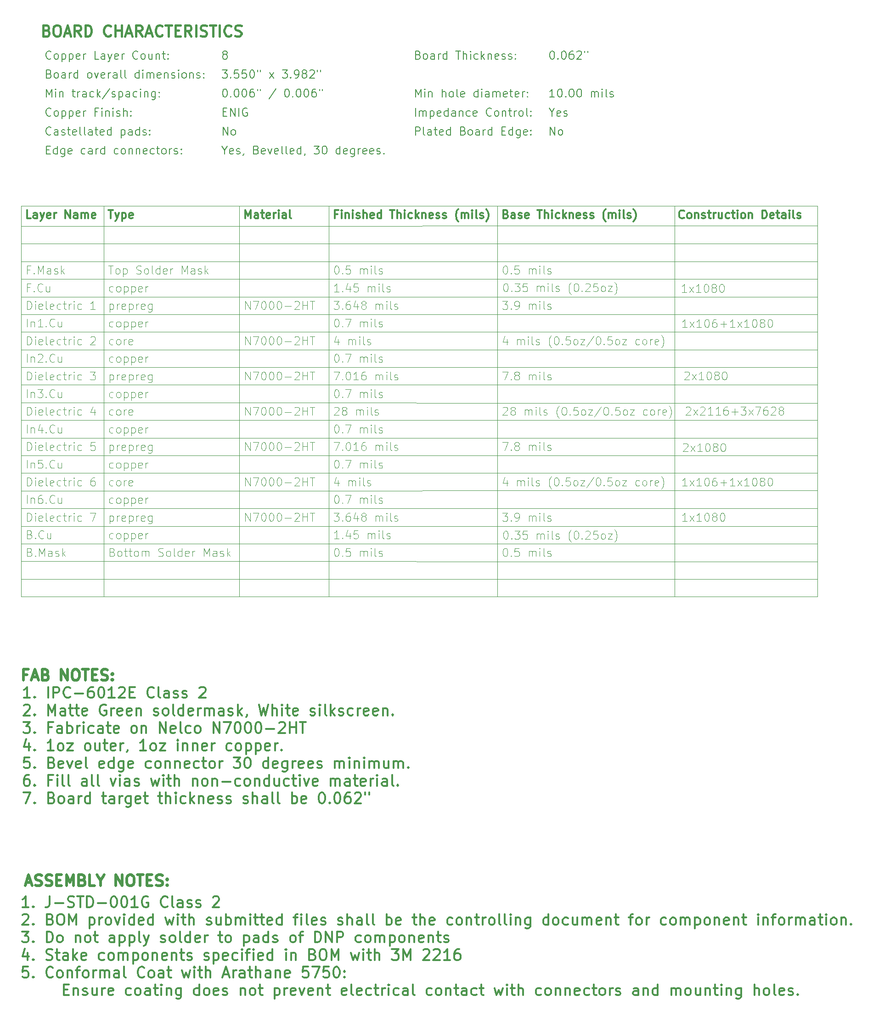
<source format=gbr>
G04 #@! TF.GenerationSoftware,KiCad,Pcbnew,7.0.1*
G04 #@! TF.CreationDate,2023-06-16T12:25:42-04:00*
G04 #@! TF.ProjectId,mainboard,6d61696e-626f-4617-9264-2e6b69636164,C*
G04 #@! TF.SameCoordinates,Original*
G04 #@! TF.FileFunction,Other,Comment*
%FSLAX46Y46*%
G04 Gerber Fmt 4.6, Leading zero omitted, Abs format (unit mm)*
G04 Created by KiCad (PCBNEW 7.0.1) date 2023-06-16 12:25:42*
%MOMM*%
%LPD*%
G01*
G04 APERTURE LIST*
%ADD10C,0.100000*%
%ADD11C,0.300000*%
%ADD12C,0.200000*%
%ADD13C,0.500000*%
%ADD14C,0.400000*%
G04 APERTURE END LIST*
D10*
X280814856Y-123528285D02*
X280886284Y-123456857D01*
X280886284Y-123456857D02*
X281029142Y-123385428D01*
X281029142Y-123385428D02*
X281386284Y-123385428D01*
X281386284Y-123385428D02*
X281529142Y-123456857D01*
X281529142Y-123456857D02*
X281600570Y-123528285D01*
X281600570Y-123528285D02*
X281671999Y-123671142D01*
X281671999Y-123671142D02*
X281671999Y-123814000D01*
X281671999Y-123814000D02*
X281600570Y-124028285D01*
X281600570Y-124028285D02*
X280743427Y-124885428D01*
X280743427Y-124885428D02*
X281671999Y-124885428D01*
X282171998Y-124885428D02*
X282957713Y-123885428D01*
X282171998Y-123885428D02*
X282957713Y-124885428D01*
X283457713Y-123528285D02*
X283529141Y-123456857D01*
X283529141Y-123456857D02*
X283671999Y-123385428D01*
X283671999Y-123385428D02*
X284029141Y-123385428D01*
X284029141Y-123385428D02*
X284171999Y-123456857D01*
X284171999Y-123456857D02*
X284243427Y-123528285D01*
X284243427Y-123528285D02*
X284314856Y-123671142D01*
X284314856Y-123671142D02*
X284314856Y-123814000D01*
X284314856Y-123814000D02*
X284243427Y-124028285D01*
X284243427Y-124028285D02*
X283386284Y-124885428D01*
X283386284Y-124885428D02*
X284314856Y-124885428D01*
X285743427Y-124885428D02*
X284886284Y-124885428D01*
X285314855Y-124885428D02*
X285314855Y-123385428D01*
X285314855Y-123385428D02*
X285171998Y-123599714D01*
X285171998Y-123599714D02*
X285029141Y-123742571D01*
X285029141Y-123742571D02*
X284886284Y-123814000D01*
X287171998Y-124885428D02*
X286314855Y-124885428D01*
X286743426Y-124885428D02*
X286743426Y-123385428D01*
X286743426Y-123385428D02*
X286600569Y-123599714D01*
X286600569Y-123599714D02*
X286457712Y-123742571D01*
X286457712Y-123742571D02*
X286314855Y-123814000D01*
X288457712Y-123385428D02*
X288171997Y-123385428D01*
X288171997Y-123385428D02*
X288029140Y-123456857D01*
X288029140Y-123456857D02*
X287957712Y-123528285D01*
X287957712Y-123528285D02*
X287814854Y-123742571D01*
X287814854Y-123742571D02*
X287743426Y-124028285D01*
X287743426Y-124028285D02*
X287743426Y-124599714D01*
X287743426Y-124599714D02*
X287814854Y-124742571D01*
X287814854Y-124742571D02*
X287886283Y-124814000D01*
X287886283Y-124814000D02*
X288029140Y-124885428D01*
X288029140Y-124885428D02*
X288314854Y-124885428D01*
X288314854Y-124885428D02*
X288457712Y-124814000D01*
X288457712Y-124814000D02*
X288529140Y-124742571D01*
X288529140Y-124742571D02*
X288600569Y-124599714D01*
X288600569Y-124599714D02*
X288600569Y-124242571D01*
X288600569Y-124242571D02*
X288529140Y-124099714D01*
X288529140Y-124099714D02*
X288457712Y-124028285D01*
X288457712Y-124028285D02*
X288314854Y-123956857D01*
X288314854Y-123956857D02*
X288029140Y-123956857D01*
X288029140Y-123956857D02*
X287886283Y-124028285D01*
X287886283Y-124028285D02*
X287814854Y-124099714D01*
X287814854Y-124099714D02*
X287743426Y-124242571D01*
X289243425Y-124314000D02*
X290386283Y-124314000D01*
X289814854Y-124885428D02*
X289814854Y-123742571D01*
X290957711Y-123385428D02*
X291886283Y-123385428D01*
X291886283Y-123385428D02*
X291386283Y-123956857D01*
X291386283Y-123956857D02*
X291600568Y-123956857D01*
X291600568Y-123956857D02*
X291743426Y-124028285D01*
X291743426Y-124028285D02*
X291814854Y-124099714D01*
X291814854Y-124099714D02*
X291886283Y-124242571D01*
X291886283Y-124242571D02*
X291886283Y-124599714D01*
X291886283Y-124599714D02*
X291814854Y-124742571D01*
X291814854Y-124742571D02*
X291743426Y-124814000D01*
X291743426Y-124814000D02*
X291600568Y-124885428D01*
X291600568Y-124885428D02*
X291171997Y-124885428D01*
X291171997Y-124885428D02*
X291029140Y-124814000D01*
X291029140Y-124814000D02*
X290957711Y-124742571D01*
X292386282Y-124885428D02*
X293171997Y-123885428D01*
X292386282Y-123885428D02*
X293171997Y-124885428D01*
X293600568Y-123385428D02*
X294600568Y-123385428D01*
X294600568Y-123385428D02*
X293957711Y-124885428D01*
X295814854Y-123385428D02*
X295529139Y-123385428D01*
X295529139Y-123385428D02*
X295386282Y-123456857D01*
X295386282Y-123456857D02*
X295314854Y-123528285D01*
X295314854Y-123528285D02*
X295171996Y-123742571D01*
X295171996Y-123742571D02*
X295100568Y-124028285D01*
X295100568Y-124028285D02*
X295100568Y-124599714D01*
X295100568Y-124599714D02*
X295171996Y-124742571D01*
X295171996Y-124742571D02*
X295243425Y-124814000D01*
X295243425Y-124814000D02*
X295386282Y-124885428D01*
X295386282Y-124885428D02*
X295671996Y-124885428D01*
X295671996Y-124885428D02*
X295814854Y-124814000D01*
X295814854Y-124814000D02*
X295886282Y-124742571D01*
X295886282Y-124742571D02*
X295957711Y-124599714D01*
X295957711Y-124599714D02*
X295957711Y-124242571D01*
X295957711Y-124242571D02*
X295886282Y-124099714D01*
X295886282Y-124099714D02*
X295814854Y-124028285D01*
X295814854Y-124028285D02*
X295671996Y-123956857D01*
X295671996Y-123956857D02*
X295386282Y-123956857D01*
X295386282Y-123956857D02*
X295243425Y-124028285D01*
X295243425Y-124028285D02*
X295171996Y-124099714D01*
X295171996Y-124099714D02*
X295100568Y-124242571D01*
X296529139Y-123528285D02*
X296600567Y-123456857D01*
X296600567Y-123456857D02*
X296743425Y-123385428D01*
X296743425Y-123385428D02*
X297100567Y-123385428D01*
X297100567Y-123385428D02*
X297243425Y-123456857D01*
X297243425Y-123456857D02*
X297314853Y-123528285D01*
X297314853Y-123528285D02*
X297386282Y-123671142D01*
X297386282Y-123671142D02*
X297386282Y-123814000D01*
X297386282Y-123814000D02*
X297314853Y-124028285D01*
X297314853Y-124028285D02*
X296457710Y-124885428D01*
X296457710Y-124885428D02*
X297386282Y-124885428D01*
X298243424Y-124028285D02*
X298100567Y-123956857D01*
X298100567Y-123956857D02*
X298029138Y-123885428D01*
X298029138Y-123885428D02*
X297957710Y-123742571D01*
X297957710Y-123742571D02*
X297957710Y-123671142D01*
X297957710Y-123671142D02*
X298029138Y-123528285D01*
X298029138Y-123528285D02*
X298100567Y-123456857D01*
X298100567Y-123456857D02*
X298243424Y-123385428D01*
X298243424Y-123385428D02*
X298529138Y-123385428D01*
X298529138Y-123385428D02*
X298671996Y-123456857D01*
X298671996Y-123456857D02*
X298743424Y-123528285D01*
X298743424Y-123528285D02*
X298814853Y-123671142D01*
X298814853Y-123671142D02*
X298814853Y-123742571D01*
X298814853Y-123742571D02*
X298743424Y-123885428D01*
X298743424Y-123885428D02*
X298671996Y-123956857D01*
X298671996Y-123956857D02*
X298529138Y-124028285D01*
X298529138Y-124028285D02*
X298243424Y-124028285D01*
X298243424Y-124028285D02*
X298100567Y-124099714D01*
X298100567Y-124099714D02*
X298029138Y-124171142D01*
X298029138Y-124171142D02*
X297957710Y-124314000D01*
X297957710Y-124314000D02*
X297957710Y-124599714D01*
X297957710Y-124599714D02*
X298029138Y-124742571D01*
X298029138Y-124742571D02*
X298100567Y-124814000D01*
X298100567Y-124814000D02*
X298243424Y-124885428D01*
X298243424Y-124885428D02*
X298529138Y-124885428D01*
X298529138Y-124885428D02*
X298671996Y-124814000D01*
X298671996Y-124814000D02*
X298743424Y-124742571D01*
X298743424Y-124742571D02*
X298814853Y-124599714D01*
X298814853Y-124599714D02*
X298814853Y-124314000D01*
X298814853Y-124314000D02*
X298743424Y-124171142D01*
X298743424Y-124171142D02*
X298671996Y-124099714D01*
X298671996Y-124099714D02*
X298529138Y-124028285D01*
X280560856Y-117051285D02*
X280632284Y-116979857D01*
X280632284Y-116979857D02*
X280775142Y-116908428D01*
X280775142Y-116908428D02*
X281132284Y-116908428D01*
X281132284Y-116908428D02*
X281275142Y-116979857D01*
X281275142Y-116979857D02*
X281346570Y-117051285D01*
X281346570Y-117051285D02*
X281417999Y-117194142D01*
X281417999Y-117194142D02*
X281417999Y-117337000D01*
X281417999Y-117337000D02*
X281346570Y-117551285D01*
X281346570Y-117551285D02*
X280489427Y-118408428D01*
X280489427Y-118408428D02*
X281417999Y-118408428D01*
X281917998Y-118408428D02*
X282703713Y-117408428D01*
X281917998Y-117408428D02*
X282703713Y-118408428D01*
X284060856Y-118408428D02*
X283203713Y-118408428D01*
X283632284Y-118408428D02*
X283632284Y-116908428D01*
X283632284Y-116908428D02*
X283489427Y-117122714D01*
X283489427Y-117122714D02*
X283346570Y-117265571D01*
X283346570Y-117265571D02*
X283203713Y-117337000D01*
X284989427Y-116908428D02*
X285132284Y-116908428D01*
X285132284Y-116908428D02*
X285275141Y-116979857D01*
X285275141Y-116979857D02*
X285346570Y-117051285D01*
X285346570Y-117051285D02*
X285417998Y-117194142D01*
X285417998Y-117194142D02*
X285489427Y-117479857D01*
X285489427Y-117479857D02*
X285489427Y-117837000D01*
X285489427Y-117837000D02*
X285417998Y-118122714D01*
X285417998Y-118122714D02*
X285346570Y-118265571D01*
X285346570Y-118265571D02*
X285275141Y-118337000D01*
X285275141Y-118337000D02*
X285132284Y-118408428D01*
X285132284Y-118408428D02*
X284989427Y-118408428D01*
X284989427Y-118408428D02*
X284846570Y-118337000D01*
X284846570Y-118337000D02*
X284775141Y-118265571D01*
X284775141Y-118265571D02*
X284703712Y-118122714D01*
X284703712Y-118122714D02*
X284632284Y-117837000D01*
X284632284Y-117837000D02*
X284632284Y-117479857D01*
X284632284Y-117479857D02*
X284703712Y-117194142D01*
X284703712Y-117194142D02*
X284775141Y-117051285D01*
X284775141Y-117051285D02*
X284846570Y-116979857D01*
X284846570Y-116979857D02*
X284989427Y-116908428D01*
X286346569Y-117551285D02*
X286203712Y-117479857D01*
X286203712Y-117479857D02*
X286132283Y-117408428D01*
X286132283Y-117408428D02*
X286060855Y-117265571D01*
X286060855Y-117265571D02*
X286060855Y-117194142D01*
X286060855Y-117194142D02*
X286132283Y-117051285D01*
X286132283Y-117051285D02*
X286203712Y-116979857D01*
X286203712Y-116979857D02*
X286346569Y-116908428D01*
X286346569Y-116908428D02*
X286632283Y-116908428D01*
X286632283Y-116908428D02*
X286775141Y-116979857D01*
X286775141Y-116979857D02*
X286846569Y-117051285D01*
X286846569Y-117051285D02*
X286917998Y-117194142D01*
X286917998Y-117194142D02*
X286917998Y-117265571D01*
X286917998Y-117265571D02*
X286846569Y-117408428D01*
X286846569Y-117408428D02*
X286775141Y-117479857D01*
X286775141Y-117479857D02*
X286632283Y-117551285D01*
X286632283Y-117551285D02*
X286346569Y-117551285D01*
X286346569Y-117551285D02*
X286203712Y-117622714D01*
X286203712Y-117622714D02*
X286132283Y-117694142D01*
X286132283Y-117694142D02*
X286060855Y-117837000D01*
X286060855Y-117837000D02*
X286060855Y-118122714D01*
X286060855Y-118122714D02*
X286132283Y-118265571D01*
X286132283Y-118265571D02*
X286203712Y-118337000D01*
X286203712Y-118337000D02*
X286346569Y-118408428D01*
X286346569Y-118408428D02*
X286632283Y-118408428D01*
X286632283Y-118408428D02*
X286775141Y-118337000D01*
X286775141Y-118337000D02*
X286846569Y-118265571D01*
X286846569Y-118265571D02*
X286917998Y-118122714D01*
X286917998Y-118122714D02*
X286917998Y-117837000D01*
X286917998Y-117837000D02*
X286846569Y-117694142D01*
X286846569Y-117694142D02*
X286775141Y-117622714D01*
X286775141Y-117622714D02*
X286632283Y-117551285D01*
X287846569Y-116908428D02*
X287989426Y-116908428D01*
X287989426Y-116908428D02*
X288132283Y-116979857D01*
X288132283Y-116979857D02*
X288203712Y-117051285D01*
X288203712Y-117051285D02*
X288275140Y-117194142D01*
X288275140Y-117194142D02*
X288346569Y-117479857D01*
X288346569Y-117479857D02*
X288346569Y-117837000D01*
X288346569Y-117837000D02*
X288275140Y-118122714D01*
X288275140Y-118122714D02*
X288203712Y-118265571D01*
X288203712Y-118265571D02*
X288132283Y-118337000D01*
X288132283Y-118337000D02*
X287989426Y-118408428D01*
X287989426Y-118408428D02*
X287846569Y-118408428D01*
X287846569Y-118408428D02*
X287703712Y-118337000D01*
X287703712Y-118337000D02*
X287632283Y-118265571D01*
X287632283Y-118265571D02*
X287560854Y-118122714D01*
X287560854Y-118122714D02*
X287489426Y-117837000D01*
X287489426Y-117837000D02*
X287489426Y-117479857D01*
X287489426Y-117479857D02*
X287560854Y-117194142D01*
X287560854Y-117194142D02*
X287632283Y-117051285D01*
X287632283Y-117051285D02*
X287703712Y-116979857D01*
X287703712Y-116979857D02*
X287846569Y-116908428D01*
X280306856Y-130259285D02*
X280378284Y-130187857D01*
X280378284Y-130187857D02*
X280521142Y-130116428D01*
X280521142Y-130116428D02*
X280878284Y-130116428D01*
X280878284Y-130116428D02*
X281021142Y-130187857D01*
X281021142Y-130187857D02*
X281092570Y-130259285D01*
X281092570Y-130259285D02*
X281163999Y-130402142D01*
X281163999Y-130402142D02*
X281163999Y-130545000D01*
X281163999Y-130545000D02*
X281092570Y-130759285D01*
X281092570Y-130759285D02*
X280235427Y-131616428D01*
X280235427Y-131616428D02*
X281163999Y-131616428D01*
X281663998Y-131616428D02*
X282449713Y-130616428D01*
X281663998Y-130616428D02*
X282449713Y-131616428D01*
X283806856Y-131616428D02*
X282949713Y-131616428D01*
X283378284Y-131616428D02*
X283378284Y-130116428D01*
X283378284Y-130116428D02*
X283235427Y-130330714D01*
X283235427Y-130330714D02*
X283092570Y-130473571D01*
X283092570Y-130473571D02*
X282949713Y-130545000D01*
X284735427Y-130116428D02*
X284878284Y-130116428D01*
X284878284Y-130116428D02*
X285021141Y-130187857D01*
X285021141Y-130187857D02*
X285092570Y-130259285D01*
X285092570Y-130259285D02*
X285163998Y-130402142D01*
X285163998Y-130402142D02*
X285235427Y-130687857D01*
X285235427Y-130687857D02*
X285235427Y-131045000D01*
X285235427Y-131045000D02*
X285163998Y-131330714D01*
X285163998Y-131330714D02*
X285092570Y-131473571D01*
X285092570Y-131473571D02*
X285021141Y-131545000D01*
X285021141Y-131545000D02*
X284878284Y-131616428D01*
X284878284Y-131616428D02*
X284735427Y-131616428D01*
X284735427Y-131616428D02*
X284592570Y-131545000D01*
X284592570Y-131545000D02*
X284521141Y-131473571D01*
X284521141Y-131473571D02*
X284449712Y-131330714D01*
X284449712Y-131330714D02*
X284378284Y-131045000D01*
X284378284Y-131045000D02*
X284378284Y-130687857D01*
X284378284Y-130687857D02*
X284449712Y-130402142D01*
X284449712Y-130402142D02*
X284521141Y-130259285D01*
X284521141Y-130259285D02*
X284592570Y-130187857D01*
X284592570Y-130187857D02*
X284735427Y-130116428D01*
X286092569Y-130759285D02*
X285949712Y-130687857D01*
X285949712Y-130687857D02*
X285878283Y-130616428D01*
X285878283Y-130616428D02*
X285806855Y-130473571D01*
X285806855Y-130473571D02*
X285806855Y-130402142D01*
X285806855Y-130402142D02*
X285878283Y-130259285D01*
X285878283Y-130259285D02*
X285949712Y-130187857D01*
X285949712Y-130187857D02*
X286092569Y-130116428D01*
X286092569Y-130116428D02*
X286378283Y-130116428D01*
X286378283Y-130116428D02*
X286521141Y-130187857D01*
X286521141Y-130187857D02*
X286592569Y-130259285D01*
X286592569Y-130259285D02*
X286663998Y-130402142D01*
X286663998Y-130402142D02*
X286663998Y-130473571D01*
X286663998Y-130473571D02*
X286592569Y-130616428D01*
X286592569Y-130616428D02*
X286521141Y-130687857D01*
X286521141Y-130687857D02*
X286378283Y-130759285D01*
X286378283Y-130759285D02*
X286092569Y-130759285D01*
X286092569Y-130759285D02*
X285949712Y-130830714D01*
X285949712Y-130830714D02*
X285878283Y-130902142D01*
X285878283Y-130902142D02*
X285806855Y-131045000D01*
X285806855Y-131045000D02*
X285806855Y-131330714D01*
X285806855Y-131330714D02*
X285878283Y-131473571D01*
X285878283Y-131473571D02*
X285949712Y-131545000D01*
X285949712Y-131545000D02*
X286092569Y-131616428D01*
X286092569Y-131616428D02*
X286378283Y-131616428D01*
X286378283Y-131616428D02*
X286521141Y-131545000D01*
X286521141Y-131545000D02*
X286592569Y-131473571D01*
X286592569Y-131473571D02*
X286663998Y-131330714D01*
X286663998Y-131330714D02*
X286663998Y-131045000D01*
X286663998Y-131045000D02*
X286592569Y-130902142D01*
X286592569Y-130902142D02*
X286521141Y-130830714D01*
X286521141Y-130830714D02*
X286378283Y-130759285D01*
X287592569Y-130116428D02*
X287735426Y-130116428D01*
X287735426Y-130116428D02*
X287878283Y-130187857D01*
X287878283Y-130187857D02*
X287949712Y-130259285D01*
X287949712Y-130259285D02*
X288021140Y-130402142D01*
X288021140Y-130402142D02*
X288092569Y-130687857D01*
X288092569Y-130687857D02*
X288092569Y-131045000D01*
X288092569Y-131045000D02*
X288021140Y-131330714D01*
X288021140Y-131330714D02*
X287949712Y-131473571D01*
X287949712Y-131473571D02*
X287878283Y-131545000D01*
X287878283Y-131545000D02*
X287735426Y-131616428D01*
X287735426Y-131616428D02*
X287592569Y-131616428D01*
X287592569Y-131616428D02*
X287449712Y-131545000D01*
X287449712Y-131545000D02*
X287378283Y-131473571D01*
X287378283Y-131473571D02*
X287306854Y-131330714D01*
X287306854Y-131330714D02*
X287235426Y-131045000D01*
X287235426Y-131045000D02*
X287235426Y-130687857D01*
X287235426Y-130687857D02*
X287306854Y-130402142D01*
X287306854Y-130402142D02*
X287378283Y-130259285D01*
X287378283Y-130259285D02*
X287449712Y-130187857D01*
X287449712Y-130187857D02*
X287592569Y-130116428D01*
X281036999Y-108756428D02*
X280179856Y-108756428D01*
X280608427Y-108756428D02*
X280608427Y-107256428D01*
X280608427Y-107256428D02*
X280465570Y-107470714D01*
X280465570Y-107470714D02*
X280322713Y-107613571D01*
X280322713Y-107613571D02*
X280179856Y-107685000D01*
X281536998Y-108756428D02*
X282322713Y-107756428D01*
X281536998Y-107756428D02*
X282322713Y-108756428D01*
X283679856Y-108756428D02*
X282822713Y-108756428D01*
X283251284Y-108756428D02*
X283251284Y-107256428D01*
X283251284Y-107256428D02*
X283108427Y-107470714D01*
X283108427Y-107470714D02*
X282965570Y-107613571D01*
X282965570Y-107613571D02*
X282822713Y-107685000D01*
X284608427Y-107256428D02*
X284751284Y-107256428D01*
X284751284Y-107256428D02*
X284894141Y-107327857D01*
X284894141Y-107327857D02*
X284965570Y-107399285D01*
X284965570Y-107399285D02*
X285036998Y-107542142D01*
X285036998Y-107542142D02*
X285108427Y-107827857D01*
X285108427Y-107827857D02*
X285108427Y-108185000D01*
X285108427Y-108185000D02*
X285036998Y-108470714D01*
X285036998Y-108470714D02*
X284965570Y-108613571D01*
X284965570Y-108613571D02*
X284894141Y-108685000D01*
X284894141Y-108685000D02*
X284751284Y-108756428D01*
X284751284Y-108756428D02*
X284608427Y-108756428D01*
X284608427Y-108756428D02*
X284465570Y-108685000D01*
X284465570Y-108685000D02*
X284394141Y-108613571D01*
X284394141Y-108613571D02*
X284322712Y-108470714D01*
X284322712Y-108470714D02*
X284251284Y-108185000D01*
X284251284Y-108185000D02*
X284251284Y-107827857D01*
X284251284Y-107827857D02*
X284322712Y-107542142D01*
X284322712Y-107542142D02*
X284394141Y-107399285D01*
X284394141Y-107399285D02*
X284465570Y-107327857D01*
X284465570Y-107327857D02*
X284608427Y-107256428D01*
X286394141Y-107256428D02*
X286108426Y-107256428D01*
X286108426Y-107256428D02*
X285965569Y-107327857D01*
X285965569Y-107327857D02*
X285894141Y-107399285D01*
X285894141Y-107399285D02*
X285751283Y-107613571D01*
X285751283Y-107613571D02*
X285679855Y-107899285D01*
X285679855Y-107899285D02*
X285679855Y-108470714D01*
X285679855Y-108470714D02*
X285751283Y-108613571D01*
X285751283Y-108613571D02*
X285822712Y-108685000D01*
X285822712Y-108685000D02*
X285965569Y-108756428D01*
X285965569Y-108756428D02*
X286251283Y-108756428D01*
X286251283Y-108756428D02*
X286394141Y-108685000D01*
X286394141Y-108685000D02*
X286465569Y-108613571D01*
X286465569Y-108613571D02*
X286536998Y-108470714D01*
X286536998Y-108470714D02*
X286536998Y-108113571D01*
X286536998Y-108113571D02*
X286465569Y-107970714D01*
X286465569Y-107970714D02*
X286394141Y-107899285D01*
X286394141Y-107899285D02*
X286251283Y-107827857D01*
X286251283Y-107827857D02*
X285965569Y-107827857D01*
X285965569Y-107827857D02*
X285822712Y-107899285D01*
X285822712Y-107899285D02*
X285751283Y-107970714D01*
X285751283Y-107970714D02*
X285679855Y-108113571D01*
X287179854Y-108185000D02*
X288322712Y-108185000D01*
X287751283Y-108756428D02*
X287751283Y-107613571D01*
X289822712Y-108756428D02*
X288965569Y-108756428D01*
X289394140Y-108756428D02*
X289394140Y-107256428D01*
X289394140Y-107256428D02*
X289251283Y-107470714D01*
X289251283Y-107470714D02*
X289108426Y-107613571D01*
X289108426Y-107613571D02*
X288965569Y-107685000D01*
X290322711Y-108756428D02*
X291108426Y-107756428D01*
X290322711Y-107756428D02*
X291108426Y-108756428D01*
X292465569Y-108756428D02*
X291608426Y-108756428D01*
X292036997Y-108756428D02*
X292036997Y-107256428D01*
X292036997Y-107256428D02*
X291894140Y-107470714D01*
X291894140Y-107470714D02*
X291751283Y-107613571D01*
X291751283Y-107613571D02*
X291608426Y-107685000D01*
X293394140Y-107256428D02*
X293536997Y-107256428D01*
X293536997Y-107256428D02*
X293679854Y-107327857D01*
X293679854Y-107327857D02*
X293751283Y-107399285D01*
X293751283Y-107399285D02*
X293822711Y-107542142D01*
X293822711Y-107542142D02*
X293894140Y-107827857D01*
X293894140Y-107827857D02*
X293894140Y-108185000D01*
X293894140Y-108185000D02*
X293822711Y-108470714D01*
X293822711Y-108470714D02*
X293751283Y-108613571D01*
X293751283Y-108613571D02*
X293679854Y-108685000D01*
X293679854Y-108685000D02*
X293536997Y-108756428D01*
X293536997Y-108756428D02*
X293394140Y-108756428D01*
X293394140Y-108756428D02*
X293251283Y-108685000D01*
X293251283Y-108685000D02*
X293179854Y-108613571D01*
X293179854Y-108613571D02*
X293108425Y-108470714D01*
X293108425Y-108470714D02*
X293036997Y-108185000D01*
X293036997Y-108185000D02*
X293036997Y-107827857D01*
X293036997Y-107827857D02*
X293108425Y-107542142D01*
X293108425Y-107542142D02*
X293179854Y-107399285D01*
X293179854Y-107399285D02*
X293251283Y-107327857D01*
X293251283Y-107327857D02*
X293394140Y-107256428D01*
X294751282Y-107899285D02*
X294608425Y-107827857D01*
X294608425Y-107827857D02*
X294536996Y-107756428D01*
X294536996Y-107756428D02*
X294465568Y-107613571D01*
X294465568Y-107613571D02*
X294465568Y-107542142D01*
X294465568Y-107542142D02*
X294536996Y-107399285D01*
X294536996Y-107399285D02*
X294608425Y-107327857D01*
X294608425Y-107327857D02*
X294751282Y-107256428D01*
X294751282Y-107256428D02*
X295036996Y-107256428D01*
X295036996Y-107256428D02*
X295179854Y-107327857D01*
X295179854Y-107327857D02*
X295251282Y-107399285D01*
X295251282Y-107399285D02*
X295322711Y-107542142D01*
X295322711Y-107542142D02*
X295322711Y-107613571D01*
X295322711Y-107613571D02*
X295251282Y-107756428D01*
X295251282Y-107756428D02*
X295179854Y-107827857D01*
X295179854Y-107827857D02*
X295036996Y-107899285D01*
X295036996Y-107899285D02*
X294751282Y-107899285D01*
X294751282Y-107899285D02*
X294608425Y-107970714D01*
X294608425Y-107970714D02*
X294536996Y-108042142D01*
X294536996Y-108042142D02*
X294465568Y-108185000D01*
X294465568Y-108185000D02*
X294465568Y-108470714D01*
X294465568Y-108470714D02*
X294536996Y-108613571D01*
X294536996Y-108613571D02*
X294608425Y-108685000D01*
X294608425Y-108685000D02*
X294751282Y-108756428D01*
X294751282Y-108756428D02*
X295036996Y-108756428D01*
X295036996Y-108756428D02*
X295179854Y-108685000D01*
X295179854Y-108685000D02*
X295251282Y-108613571D01*
X295251282Y-108613571D02*
X295322711Y-108470714D01*
X295322711Y-108470714D02*
X295322711Y-108185000D01*
X295322711Y-108185000D02*
X295251282Y-108042142D01*
X295251282Y-108042142D02*
X295179854Y-107970714D01*
X295179854Y-107970714D02*
X295036996Y-107899285D01*
X296251282Y-107256428D02*
X296394139Y-107256428D01*
X296394139Y-107256428D02*
X296536996Y-107327857D01*
X296536996Y-107327857D02*
X296608425Y-107399285D01*
X296608425Y-107399285D02*
X296679853Y-107542142D01*
X296679853Y-107542142D02*
X296751282Y-107827857D01*
X296751282Y-107827857D02*
X296751282Y-108185000D01*
X296751282Y-108185000D02*
X296679853Y-108470714D01*
X296679853Y-108470714D02*
X296608425Y-108613571D01*
X296608425Y-108613571D02*
X296536996Y-108685000D01*
X296536996Y-108685000D02*
X296394139Y-108756428D01*
X296394139Y-108756428D02*
X296251282Y-108756428D01*
X296251282Y-108756428D02*
X296108425Y-108685000D01*
X296108425Y-108685000D02*
X296036996Y-108613571D01*
X296036996Y-108613571D02*
X295965567Y-108470714D01*
X295965567Y-108470714D02*
X295894139Y-108185000D01*
X295894139Y-108185000D02*
X295894139Y-107827857D01*
X295894139Y-107827857D02*
X295965567Y-107542142D01*
X295965567Y-107542142D02*
X296036996Y-107399285D01*
X296036996Y-107399285D02*
X296108425Y-107327857D01*
X296108425Y-107327857D02*
X296251282Y-107256428D01*
X281036999Y-137966428D02*
X280179856Y-137966428D01*
X280608427Y-137966428D02*
X280608427Y-136466428D01*
X280608427Y-136466428D02*
X280465570Y-136680714D01*
X280465570Y-136680714D02*
X280322713Y-136823571D01*
X280322713Y-136823571D02*
X280179856Y-136895000D01*
X281536998Y-137966428D02*
X282322713Y-136966428D01*
X281536998Y-136966428D02*
X282322713Y-137966428D01*
X283679856Y-137966428D02*
X282822713Y-137966428D01*
X283251284Y-137966428D02*
X283251284Y-136466428D01*
X283251284Y-136466428D02*
X283108427Y-136680714D01*
X283108427Y-136680714D02*
X282965570Y-136823571D01*
X282965570Y-136823571D02*
X282822713Y-136895000D01*
X284608427Y-136466428D02*
X284751284Y-136466428D01*
X284751284Y-136466428D02*
X284894141Y-136537857D01*
X284894141Y-136537857D02*
X284965570Y-136609285D01*
X284965570Y-136609285D02*
X285036998Y-136752142D01*
X285036998Y-136752142D02*
X285108427Y-137037857D01*
X285108427Y-137037857D02*
X285108427Y-137395000D01*
X285108427Y-137395000D02*
X285036998Y-137680714D01*
X285036998Y-137680714D02*
X284965570Y-137823571D01*
X284965570Y-137823571D02*
X284894141Y-137895000D01*
X284894141Y-137895000D02*
X284751284Y-137966428D01*
X284751284Y-137966428D02*
X284608427Y-137966428D01*
X284608427Y-137966428D02*
X284465570Y-137895000D01*
X284465570Y-137895000D02*
X284394141Y-137823571D01*
X284394141Y-137823571D02*
X284322712Y-137680714D01*
X284322712Y-137680714D02*
X284251284Y-137395000D01*
X284251284Y-137395000D02*
X284251284Y-137037857D01*
X284251284Y-137037857D02*
X284322712Y-136752142D01*
X284322712Y-136752142D02*
X284394141Y-136609285D01*
X284394141Y-136609285D02*
X284465570Y-136537857D01*
X284465570Y-136537857D02*
X284608427Y-136466428D01*
X286394141Y-136466428D02*
X286108426Y-136466428D01*
X286108426Y-136466428D02*
X285965569Y-136537857D01*
X285965569Y-136537857D02*
X285894141Y-136609285D01*
X285894141Y-136609285D02*
X285751283Y-136823571D01*
X285751283Y-136823571D02*
X285679855Y-137109285D01*
X285679855Y-137109285D02*
X285679855Y-137680714D01*
X285679855Y-137680714D02*
X285751283Y-137823571D01*
X285751283Y-137823571D02*
X285822712Y-137895000D01*
X285822712Y-137895000D02*
X285965569Y-137966428D01*
X285965569Y-137966428D02*
X286251283Y-137966428D01*
X286251283Y-137966428D02*
X286394141Y-137895000D01*
X286394141Y-137895000D02*
X286465569Y-137823571D01*
X286465569Y-137823571D02*
X286536998Y-137680714D01*
X286536998Y-137680714D02*
X286536998Y-137323571D01*
X286536998Y-137323571D02*
X286465569Y-137180714D01*
X286465569Y-137180714D02*
X286394141Y-137109285D01*
X286394141Y-137109285D02*
X286251283Y-137037857D01*
X286251283Y-137037857D02*
X285965569Y-137037857D01*
X285965569Y-137037857D02*
X285822712Y-137109285D01*
X285822712Y-137109285D02*
X285751283Y-137180714D01*
X285751283Y-137180714D02*
X285679855Y-137323571D01*
X287179854Y-137395000D02*
X288322712Y-137395000D01*
X287751283Y-137966428D02*
X287751283Y-136823571D01*
X289822712Y-137966428D02*
X288965569Y-137966428D01*
X289394140Y-137966428D02*
X289394140Y-136466428D01*
X289394140Y-136466428D02*
X289251283Y-136680714D01*
X289251283Y-136680714D02*
X289108426Y-136823571D01*
X289108426Y-136823571D02*
X288965569Y-136895000D01*
X290322711Y-137966428D02*
X291108426Y-136966428D01*
X290322711Y-136966428D02*
X291108426Y-137966428D01*
X292465569Y-137966428D02*
X291608426Y-137966428D01*
X292036997Y-137966428D02*
X292036997Y-136466428D01*
X292036997Y-136466428D02*
X291894140Y-136680714D01*
X291894140Y-136680714D02*
X291751283Y-136823571D01*
X291751283Y-136823571D02*
X291608426Y-136895000D01*
X293394140Y-136466428D02*
X293536997Y-136466428D01*
X293536997Y-136466428D02*
X293679854Y-136537857D01*
X293679854Y-136537857D02*
X293751283Y-136609285D01*
X293751283Y-136609285D02*
X293822711Y-136752142D01*
X293822711Y-136752142D02*
X293894140Y-137037857D01*
X293894140Y-137037857D02*
X293894140Y-137395000D01*
X293894140Y-137395000D02*
X293822711Y-137680714D01*
X293822711Y-137680714D02*
X293751283Y-137823571D01*
X293751283Y-137823571D02*
X293679854Y-137895000D01*
X293679854Y-137895000D02*
X293536997Y-137966428D01*
X293536997Y-137966428D02*
X293394140Y-137966428D01*
X293394140Y-137966428D02*
X293251283Y-137895000D01*
X293251283Y-137895000D02*
X293179854Y-137823571D01*
X293179854Y-137823571D02*
X293108425Y-137680714D01*
X293108425Y-137680714D02*
X293036997Y-137395000D01*
X293036997Y-137395000D02*
X293036997Y-137037857D01*
X293036997Y-137037857D02*
X293108425Y-136752142D01*
X293108425Y-136752142D02*
X293179854Y-136609285D01*
X293179854Y-136609285D02*
X293251283Y-136537857D01*
X293251283Y-136537857D02*
X293394140Y-136466428D01*
X294751282Y-137109285D02*
X294608425Y-137037857D01*
X294608425Y-137037857D02*
X294536996Y-136966428D01*
X294536996Y-136966428D02*
X294465568Y-136823571D01*
X294465568Y-136823571D02*
X294465568Y-136752142D01*
X294465568Y-136752142D02*
X294536996Y-136609285D01*
X294536996Y-136609285D02*
X294608425Y-136537857D01*
X294608425Y-136537857D02*
X294751282Y-136466428D01*
X294751282Y-136466428D02*
X295036996Y-136466428D01*
X295036996Y-136466428D02*
X295179854Y-136537857D01*
X295179854Y-136537857D02*
X295251282Y-136609285D01*
X295251282Y-136609285D02*
X295322711Y-136752142D01*
X295322711Y-136752142D02*
X295322711Y-136823571D01*
X295322711Y-136823571D02*
X295251282Y-136966428D01*
X295251282Y-136966428D02*
X295179854Y-137037857D01*
X295179854Y-137037857D02*
X295036996Y-137109285D01*
X295036996Y-137109285D02*
X294751282Y-137109285D01*
X294751282Y-137109285D02*
X294608425Y-137180714D01*
X294608425Y-137180714D02*
X294536996Y-137252142D01*
X294536996Y-137252142D02*
X294465568Y-137395000D01*
X294465568Y-137395000D02*
X294465568Y-137680714D01*
X294465568Y-137680714D02*
X294536996Y-137823571D01*
X294536996Y-137823571D02*
X294608425Y-137895000D01*
X294608425Y-137895000D02*
X294751282Y-137966428D01*
X294751282Y-137966428D02*
X295036996Y-137966428D01*
X295036996Y-137966428D02*
X295179854Y-137895000D01*
X295179854Y-137895000D02*
X295251282Y-137823571D01*
X295251282Y-137823571D02*
X295322711Y-137680714D01*
X295322711Y-137680714D02*
X295322711Y-137395000D01*
X295322711Y-137395000D02*
X295251282Y-137252142D01*
X295251282Y-137252142D02*
X295179854Y-137180714D01*
X295179854Y-137180714D02*
X295036996Y-137109285D01*
X296251282Y-136466428D02*
X296394139Y-136466428D01*
X296394139Y-136466428D02*
X296536996Y-136537857D01*
X296536996Y-136537857D02*
X296608425Y-136609285D01*
X296608425Y-136609285D02*
X296679853Y-136752142D01*
X296679853Y-136752142D02*
X296751282Y-137037857D01*
X296751282Y-137037857D02*
X296751282Y-137395000D01*
X296751282Y-137395000D02*
X296679853Y-137680714D01*
X296679853Y-137680714D02*
X296608425Y-137823571D01*
X296608425Y-137823571D02*
X296536996Y-137895000D01*
X296536996Y-137895000D02*
X296394139Y-137966428D01*
X296394139Y-137966428D02*
X296251282Y-137966428D01*
X296251282Y-137966428D02*
X296108425Y-137895000D01*
X296108425Y-137895000D02*
X296036996Y-137823571D01*
X296036996Y-137823571D02*
X295965567Y-137680714D01*
X295965567Y-137680714D02*
X295894139Y-137395000D01*
X295894139Y-137395000D02*
X295894139Y-137037857D01*
X295894139Y-137037857D02*
X295965567Y-136752142D01*
X295965567Y-136752142D02*
X296036996Y-136609285D01*
X296036996Y-136609285D02*
X296108425Y-136537857D01*
X296108425Y-136537857D02*
X296251282Y-136466428D01*
X281036999Y-144443428D02*
X280179856Y-144443428D01*
X280608427Y-144443428D02*
X280608427Y-142943428D01*
X280608427Y-142943428D02*
X280465570Y-143157714D01*
X280465570Y-143157714D02*
X280322713Y-143300571D01*
X280322713Y-143300571D02*
X280179856Y-143372000D01*
X281536998Y-144443428D02*
X282322713Y-143443428D01*
X281536998Y-143443428D02*
X282322713Y-144443428D01*
X283679856Y-144443428D02*
X282822713Y-144443428D01*
X283251284Y-144443428D02*
X283251284Y-142943428D01*
X283251284Y-142943428D02*
X283108427Y-143157714D01*
X283108427Y-143157714D02*
X282965570Y-143300571D01*
X282965570Y-143300571D02*
X282822713Y-143372000D01*
X284608427Y-142943428D02*
X284751284Y-142943428D01*
X284751284Y-142943428D02*
X284894141Y-143014857D01*
X284894141Y-143014857D02*
X284965570Y-143086285D01*
X284965570Y-143086285D02*
X285036998Y-143229142D01*
X285036998Y-143229142D02*
X285108427Y-143514857D01*
X285108427Y-143514857D02*
X285108427Y-143872000D01*
X285108427Y-143872000D02*
X285036998Y-144157714D01*
X285036998Y-144157714D02*
X284965570Y-144300571D01*
X284965570Y-144300571D02*
X284894141Y-144372000D01*
X284894141Y-144372000D02*
X284751284Y-144443428D01*
X284751284Y-144443428D02*
X284608427Y-144443428D01*
X284608427Y-144443428D02*
X284465570Y-144372000D01*
X284465570Y-144372000D02*
X284394141Y-144300571D01*
X284394141Y-144300571D02*
X284322712Y-144157714D01*
X284322712Y-144157714D02*
X284251284Y-143872000D01*
X284251284Y-143872000D02*
X284251284Y-143514857D01*
X284251284Y-143514857D02*
X284322712Y-143229142D01*
X284322712Y-143229142D02*
X284394141Y-143086285D01*
X284394141Y-143086285D02*
X284465570Y-143014857D01*
X284465570Y-143014857D02*
X284608427Y-142943428D01*
X285965569Y-143586285D02*
X285822712Y-143514857D01*
X285822712Y-143514857D02*
X285751283Y-143443428D01*
X285751283Y-143443428D02*
X285679855Y-143300571D01*
X285679855Y-143300571D02*
X285679855Y-143229142D01*
X285679855Y-143229142D02*
X285751283Y-143086285D01*
X285751283Y-143086285D02*
X285822712Y-143014857D01*
X285822712Y-143014857D02*
X285965569Y-142943428D01*
X285965569Y-142943428D02*
X286251283Y-142943428D01*
X286251283Y-142943428D02*
X286394141Y-143014857D01*
X286394141Y-143014857D02*
X286465569Y-143086285D01*
X286465569Y-143086285D02*
X286536998Y-143229142D01*
X286536998Y-143229142D02*
X286536998Y-143300571D01*
X286536998Y-143300571D02*
X286465569Y-143443428D01*
X286465569Y-143443428D02*
X286394141Y-143514857D01*
X286394141Y-143514857D02*
X286251283Y-143586285D01*
X286251283Y-143586285D02*
X285965569Y-143586285D01*
X285965569Y-143586285D02*
X285822712Y-143657714D01*
X285822712Y-143657714D02*
X285751283Y-143729142D01*
X285751283Y-143729142D02*
X285679855Y-143872000D01*
X285679855Y-143872000D02*
X285679855Y-144157714D01*
X285679855Y-144157714D02*
X285751283Y-144300571D01*
X285751283Y-144300571D02*
X285822712Y-144372000D01*
X285822712Y-144372000D02*
X285965569Y-144443428D01*
X285965569Y-144443428D02*
X286251283Y-144443428D01*
X286251283Y-144443428D02*
X286394141Y-144372000D01*
X286394141Y-144372000D02*
X286465569Y-144300571D01*
X286465569Y-144300571D02*
X286536998Y-144157714D01*
X286536998Y-144157714D02*
X286536998Y-143872000D01*
X286536998Y-143872000D02*
X286465569Y-143729142D01*
X286465569Y-143729142D02*
X286394141Y-143657714D01*
X286394141Y-143657714D02*
X286251283Y-143586285D01*
X287465569Y-142943428D02*
X287608426Y-142943428D01*
X287608426Y-142943428D02*
X287751283Y-143014857D01*
X287751283Y-143014857D02*
X287822712Y-143086285D01*
X287822712Y-143086285D02*
X287894140Y-143229142D01*
X287894140Y-143229142D02*
X287965569Y-143514857D01*
X287965569Y-143514857D02*
X287965569Y-143872000D01*
X287965569Y-143872000D02*
X287894140Y-144157714D01*
X287894140Y-144157714D02*
X287822712Y-144300571D01*
X287822712Y-144300571D02*
X287751283Y-144372000D01*
X287751283Y-144372000D02*
X287608426Y-144443428D01*
X287608426Y-144443428D02*
X287465569Y-144443428D01*
X287465569Y-144443428D02*
X287322712Y-144372000D01*
X287322712Y-144372000D02*
X287251283Y-144300571D01*
X287251283Y-144300571D02*
X287179854Y-144157714D01*
X287179854Y-144157714D02*
X287108426Y-143872000D01*
X287108426Y-143872000D02*
X287108426Y-143514857D01*
X287108426Y-143514857D02*
X287179854Y-143229142D01*
X287179854Y-143229142D02*
X287251283Y-143086285D01*
X287251283Y-143086285D02*
X287322712Y-143014857D01*
X287322712Y-143014857D02*
X287465569Y-142943428D01*
X280909999Y-102279428D02*
X280052856Y-102279428D01*
X280481427Y-102279428D02*
X280481427Y-100779428D01*
X280481427Y-100779428D02*
X280338570Y-100993714D01*
X280338570Y-100993714D02*
X280195713Y-101136571D01*
X280195713Y-101136571D02*
X280052856Y-101208000D01*
X281409998Y-102279428D02*
X282195713Y-101279428D01*
X281409998Y-101279428D02*
X282195713Y-102279428D01*
X283552856Y-102279428D02*
X282695713Y-102279428D01*
X283124284Y-102279428D02*
X283124284Y-100779428D01*
X283124284Y-100779428D02*
X282981427Y-100993714D01*
X282981427Y-100993714D02*
X282838570Y-101136571D01*
X282838570Y-101136571D02*
X282695713Y-101208000D01*
X284481427Y-100779428D02*
X284624284Y-100779428D01*
X284624284Y-100779428D02*
X284767141Y-100850857D01*
X284767141Y-100850857D02*
X284838570Y-100922285D01*
X284838570Y-100922285D02*
X284909998Y-101065142D01*
X284909998Y-101065142D02*
X284981427Y-101350857D01*
X284981427Y-101350857D02*
X284981427Y-101708000D01*
X284981427Y-101708000D02*
X284909998Y-101993714D01*
X284909998Y-101993714D02*
X284838570Y-102136571D01*
X284838570Y-102136571D02*
X284767141Y-102208000D01*
X284767141Y-102208000D02*
X284624284Y-102279428D01*
X284624284Y-102279428D02*
X284481427Y-102279428D01*
X284481427Y-102279428D02*
X284338570Y-102208000D01*
X284338570Y-102208000D02*
X284267141Y-102136571D01*
X284267141Y-102136571D02*
X284195712Y-101993714D01*
X284195712Y-101993714D02*
X284124284Y-101708000D01*
X284124284Y-101708000D02*
X284124284Y-101350857D01*
X284124284Y-101350857D02*
X284195712Y-101065142D01*
X284195712Y-101065142D02*
X284267141Y-100922285D01*
X284267141Y-100922285D02*
X284338570Y-100850857D01*
X284338570Y-100850857D02*
X284481427Y-100779428D01*
X285838569Y-101422285D02*
X285695712Y-101350857D01*
X285695712Y-101350857D02*
X285624283Y-101279428D01*
X285624283Y-101279428D02*
X285552855Y-101136571D01*
X285552855Y-101136571D02*
X285552855Y-101065142D01*
X285552855Y-101065142D02*
X285624283Y-100922285D01*
X285624283Y-100922285D02*
X285695712Y-100850857D01*
X285695712Y-100850857D02*
X285838569Y-100779428D01*
X285838569Y-100779428D02*
X286124283Y-100779428D01*
X286124283Y-100779428D02*
X286267141Y-100850857D01*
X286267141Y-100850857D02*
X286338569Y-100922285D01*
X286338569Y-100922285D02*
X286409998Y-101065142D01*
X286409998Y-101065142D02*
X286409998Y-101136571D01*
X286409998Y-101136571D02*
X286338569Y-101279428D01*
X286338569Y-101279428D02*
X286267141Y-101350857D01*
X286267141Y-101350857D02*
X286124283Y-101422285D01*
X286124283Y-101422285D02*
X285838569Y-101422285D01*
X285838569Y-101422285D02*
X285695712Y-101493714D01*
X285695712Y-101493714D02*
X285624283Y-101565142D01*
X285624283Y-101565142D02*
X285552855Y-101708000D01*
X285552855Y-101708000D02*
X285552855Y-101993714D01*
X285552855Y-101993714D02*
X285624283Y-102136571D01*
X285624283Y-102136571D02*
X285695712Y-102208000D01*
X285695712Y-102208000D02*
X285838569Y-102279428D01*
X285838569Y-102279428D02*
X286124283Y-102279428D01*
X286124283Y-102279428D02*
X286267141Y-102208000D01*
X286267141Y-102208000D02*
X286338569Y-102136571D01*
X286338569Y-102136571D02*
X286409998Y-101993714D01*
X286409998Y-101993714D02*
X286409998Y-101708000D01*
X286409998Y-101708000D02*
X286338569Y-101565142D01*
X286338569Y-101565142D02*
X286267141Y-101493714D01*
X286267141Y-101493714D02*
X286124283Y-101422285D01*
X287338569Y-100779428D02*
X287481426Y-100779428D01*
X287481426Y-100779428D02*
X287624283Y-100850857D01*
X287624283Y-100850857D02*
X287695712Y-100922285D01*
X287695712Y-100922285D02*
X287767140Y-101065142D01*
X287767140Y-101065142D02*
X287838569Y-101350857D01*
X287838569Y-101350857D02*
X287838569Y-101708000D01*
X287838569Y-101708000D02*
X287767140Y-101993714D01*
X287767140Y-101993714D02*
X287695712Y-102136571D01*
X287695712Y-102136571D02*
X287624283Y-102208000D01*
X287624283Y-102208000D02*
X287481426Y-102279428D01*
X287481426Y-102279428D02*
X287338569Y-102279428D01*
X287338569Y-102279428D02*
X287195712Y-102208000D01*
X287195712Y-102208000D02*
X287124283Y-102136571D01*
X287124283Y-102136571D02*
X287052854Y-101993714D01*
X287052854Y-101993714D02*
X286981426Y-101708000D01*
X286981426Y-101708000D02*
X286981426Y-101350857D01*
X286981426Y-101350857D02*
X287052854Y-101065142D01*
X287052854Y-101065142D02*
X287124283Y-100922285D01*
X287124283Y-100922285D02*
X287195712Y-100850857D01*
X287195712Y-100850857D02*
X287338569Y-100779428D01*
D11*
X280473427Y-88547571D02*
X280401999Y-88619000D01*
X280401999Y-88619000D02*
X280187713Y-88690428D01*
X280187713Y-88690428D02*
X280044856Y-88690428D01*
X280044856Y-88690428D02*
X279830570Y-88619000D01*
X279830570Y-88619000D02*
X279687713Y-88476142D01*
X279687713Y-88476142D02*
X279616284Y-88333285D01*
X279616284Y-88333285D02*
X279544856Y-88047571D01*
X279544856Y-88047571D02*
X279544856Y-87833285D01*
X279544856Y-87833285D02*
X279616284Y-87547571D01*
X279616284Y-87547571D02*
X279687713Y-87404714D01*
X279687713Y-87404714D02*
X279830570Y-87261857D01*
X279830570Y-87261857D02*
X280044856Y-87190428D01*
X280044856Y-87190428D02*
X280187713Y-87190428D01*
X280187713Y-87190428D02*
X280401999Y-87261857D01*
X280401999Y-87261857D02*
X280473427Y-87333285D01*
X281330570Y-88690428D02*
X281187713Y-88619000D01*
X281187713Y-88619000D02*
X281116284Y-88547571D01*
X281116284Y-88547571D02*
X281044856Y-88404714D01*
X281044856Y-88404714D02*
X281044856Y-87976142D01*
X281044856Y-87976142D02*
X281116284Y-87833285D01*
X281116284Y-87833285D02*
X281187713Y-87761857D01*
X281187713Y-87761857D02*
X281330570Y-87690428D01*
X281330570Y-87690428D02*
X281544856Y-87690428D01*
X281544856Y-87690428D02*
X281687713Y-87761857D01*
X281687713Y-87761857D02*
X281759142Y-87833285D01*
X281759142Y-87833285D02*
X281830570Y-87976142D01*
X281830570Y-87976142D02*
X281830570Y-88404714D01*
X281830570Y-88404714D02*
X281759142Y-88547571D01*
X281759142Y-88547571D02*
X281687713Y-88619000D01*
X281687713Y-88619000D02*
X281544856Y-88690428D01*
X281544856Y-88690428D02*
X281330570Y-88690428D01*
X282473427Y-87690428D02*
X282473427Y-88690428D01*
X282473427Y-87833285D02*
X282544856Y-87761857D01*
X282544856Y-87761857D02*
X282687713Y-87690428D01*
X282687713Y-87690428D02*
X282901999Y-87690428D01*
X282901999Y-87690428D02*
X283044856Y-87761857D01*
X283044856Y-87761857D02*
X283116285Y-87904714D01*
X283116285Y-87904714D02*
X283116285Y-88690428D01*
X283759142Y-88619000D02*
X283901999Y-88690428D01*
X283901999Y-88690428D02*
X284187713Y-88690428D01*
X284187713Y-88690428D02*
X284330570Y-88619000D01*
X284330570Y-88619000D02*
X284401999Y-88476142D01*
X284401999Y-88476142D02*
X284401999Y-88404714D01*
X284401999Y-88404714D02*
X284330570Y-88261857D01*
X284330570Y-88261857D02*
X284187713Y-88190428D01*
X284187713Y-88190428D02*
X283973428Y-88190428D01*
X283973428Y-88190428D02*
X283830570Y-88119000D01*
X283830570Y-88119000D02*
X283759142Y-87976142D01*
X283759142Y-87976142D02*
X283759142Y-87904714D01*
X283759142Y-87904714D02*
X283830570Y-87761857D01*
X283830570Y-87761857D02*
X283973428Y-87690428D01*
X283973428Y-87690428D02*
X284187713Y-87690428D01*
X284187713Y-87690428D02*
X284330570Y-87761857D01*
X284830571Y-87690428D02*
X285401999Y-87690428D01*
X285044856Y-87190428D02*
X285044856Y-88476142D01*
X285044856Y-88476142D02*
X285116285Y-88619000D01*
X285116285Y-88619000D02*
X285259142Y-88690428D01*
X285259142Y-88690428D02*
X285401999Y-88690428D01*
X285901999Y-88690428D02*
X285901999Y-87690428D01*
X285901999Y-87976142D02*
X285973428Y-87833285D01*
X285973428Y-87833285D02*
X286044857Y-87761857D01*
X286044857Y-87761857D02*
X286187714Y-87690428D01*
X286187714Y-87690428D02*
X286330571Y-87690428D01*
X287473428Y-87690428D02*
X287473428Y-88690428D01*
X286830570Y-87690428D02*
X286830570Y-88476142D01*
X286830570Y-88476142D02*
X286901999Y-88619000D01*
X286901999Y-88619000D02*
X287044856Y-88690428D01*
X287044856Y-88690428D02*
X287259142Y-88690428D01*
X287259142Y-88690428D02*
X287401999Y-88619000D01*
X287401999Y-88619000D02*
X287473428Y-88547571D01*
X288830571Y-88619000D02*
X288687713Y-88690428D01*
X288687713Y-88690428D02*
X288401999Y-88690428D01*
X288401999Y-88690428D02*
X288259142Y-88619000D01*
X288259142Y-88619000D02*
X288187713Y-88547571D01*
X288187713Y-88547571D02*
X288116285Y-88404714D01*
X288116285Y-88404714D02*
X288116285Y-87976142D01*
X288116285Y-87976142D02*
X288187713Y-87833285D01*
X288187713Y-87833285D02*
X288259142Y-87761857D01*
X288259142Y-87761857D02*
X288401999Y-87690428D01*
X288401999Y-87690428D02*
X288687713Y-87690428D01*
X288687713Y-87690428D02*
X288830571Y-87761857D01*
X289259142Y-87690428D02*
X289830570Y-87690428D01*
X289473427Y-87190428D02*
X289473427Y-88476142D01*
X289473427Y-88476142D02*
X289544856Y-88619000D01*
X289544856Y-88619000D02*
X289687713Y-88690428D01*
X289687713Y-88690428D02*
X289830570Y-88690428D01*
X290330570Y-88690428D02*
X290330570Y-87690428D01*
X290330570Y-87190428D02*
X290259142Y-87261857D01*
X290259142Y-87261857D02*
X290330570Y-87333285D01*
X290330570Y-87333285D02*
X290401999Y-87261857D01*
X290401999Y-87261857D02*
X290330570Y-87190428D01*
X290330570Y-87190428D02*
X290330570Y-87333285D01*
X291259142Y-88690428D02*
X291116285Y-88619000D01*
X291116285Y-88619000D02*
X291044856Y-88547571D01*
X291044856Y-88547571D02*
X290973428Y-88404714D01*
X290973428Y-88404714D02*
X290973428Y-87976142D01*
X290973428Y-87976142D02*
X291044856Y-87833285D01*
X291044856Y-87833285D02*
X291116285Y-87761857D01*
X291116285Y-87761857D02*
X291259142Y-87690428D01*
X291259142Y-87690428D02*
X291473428Y-87690428D01*
X291473428Y-87690428D02*
X291616285Y-87761857D01*
X291616285Y-87761857D02*
X291687714Y-87833285D01*
X291687714Y-87833285D02*
X291759142Y-87976142D01*
X291759142Y-87976142D02*
X291759142Y-88404714D01*
X291759142Y-88404714D02*
X291687714Y-88547571D01*
X291687714Y-88547571D02*
X291616285Y-88619000D01*
X291616285Y-88619000D02*
X291473428Y-88690428D01*
X291473428Y-88690428D02*
X291259142Y-88690428D01*
X292401999Y-87690428D02*
X292401999Y-88690428D01*
X292401999Y-87833285D02*
X292473428Y-87761857D01*
X292473428Y-87761857D02*
X292616285Y-87690428D01*
X292616285Y-87690428D02*
X292830571Y-87690428D01*
X292830571Y-87690428D02*
X292973428Y-87761857D01*
X292973428Y-87761857D02*
X293044857Y-87904714D01*
X293044857Y-87904714D02*
X293044857Y-88690428D01*
X294901999Y-88690428D02*
X294901999Y-87190428D01*
X294901999Y-87190428D02*
X295259142Y-87190428D01*
X295259142Y-87190428D02*
X295473428Y-87261857D01*
X295473428Y-87261857D02*
X295616285Y-87404714D01*
X295616285Y-87404714D02*
X295687714Y-87547571D01*
X295687714Y-87547571D02*
X295759142Y-87833285D01*
X295759142Y-87833285D02*
X295759142Y-88047571D01*
X295759142Y-88047571D02*
X295687714Y-88333285D01*
X295687714Y-88333285D02*
X295616285Y-88476142D01*
X295616285Y-88476142D02*
X295473428Y-88619000D01*
X295473428Y-88619000D02*
X295259142Y-88690428D01*
X295259142Y-88690428D02*
X294901999Y-88690428D01*
X296973428Y-88619000D02*
X296830571Y-88690428D01*
X296830571Y-88690428D02*
X296544857Y-88690428D01*
X296544857Y-88690428D02*
X296401999Y-88619000D01*
X296401999Y-88619000D02*
X296330571Y-88476142D01*
X296330571Y-88476142D02*
X296330571Y-87904714D01*
X296330571Y-87904714D02*
X296401999Y-87761857D01*
X296401999Y-87761857D02*
X296544857Y-87690428D01*
X296544857Y-87690428D02*
X296830571Y-87690428D01*
X296830571Y-87690428D02*
X296973428Y-87761857D01*
X296973428Y-87761857D02*
X297044857Y-87904714D01*
X297044857Y-87904714D02*
X297044857Y-88047571D01*
X297044857Y-88047571D02*
X296330571Y-88190428D01*
X297473428Y-87690428D02*
X298044856Y-87690428D01*
X297687713Y-87190428D02*
X297687713Y-88476142D01*
X297687713Y-88476142D02*
X297759142Y-88619000D01*
X297759142Y-88619000D02*
X297901999Y-88690428D01*
X297901999Y-88690428D02*
X298044856Y-88690428D01*
X299187714Y-88690428D02*
X299187714Y-87904714D01*
X299187714Y-87904714D02*
X299116285Y-87761857D01*
X299116285Y-87761857D02*
X298973428Y-87690428D01*
X298973428Y-87690428D02*
X298687714Y-87690428D01*
X298687714Y-87690428D02*
X298544856Y-87761857D01*
X299187714Y-88619000D02*
X299044856Y-88690428D01*
X299044856Y-88690428D02*
X298687714Y-88690428D01*
X298687714Y-88690428D02*
X298544856Y-88619000D01*
X298544856Y-88619000D02*
X298473428Y-88476142D01*
X298473428Y-88476142D02*
X298473428Y-88333285D01*
X298473428Y-88333285D02*
X298544856Y-88190428D01*
X298544856Y-88190428D02*
X298687714Y-88119000D01*
X298687714Y-88119000D02*
X299044856Y-88119000D01*
X299044856Y-88119000D02*
X299187714Y-88047571D01*
X299901999Y-88690428D02*
X299901999Y-87690428D01*
X299901999Y-87190428D02*
X299830571Y-87261857D01*
X299830571Y-87261857D02*
X299901999Y-87333285D01*
X299901999Y-87333285D02*
X299973428Y-87261857D01*
X299973428Y-87261857D02*
X299901999Y-87190428D01*
X299901999Y-87190428D02*
X299901999Y-87333285D01*
X300830571Y-88690428D02*
X300687714Y-88619000D01*
X300687714Y-88619000D02*
X300616285Y-88476142D01*
X300616285Y-88476142D02*
X300616285Y-87190428D01*
X301330571Y-88619000D02*
X301473428Y-88690428D01*
X301473428Y-88690428D02*
X301759142Y-88690428D01*
X301759142Y-88690428D02*
X301901999Y-88619000D01*
X301901999Y-88619000D02*
X301973428Y-88476142D01*
X301973428Y-88476142D02*
X301973428Y-88404714D01*
X301973428Y-88404714D02*
X301901999Y-88261857D01*
X301901999Y-88261857D02*
X301759142Y-88190428D01*
X301759142Y-88190428D02*
X301544857Y-88190428D01*
X301544857Y-88190428D02*
X301401999Y-88119000D01*
X301401999Y-88119000D02*
X301330571Y-87976142D01*
X301330571Y-87976142D02*
X301330571Y-87904714D01*
X301330571Y-87904714D02*
X301401999Y-87761857D01*
X301401999Y-87761857D02*
X301544857Y-87690428D01*
X301544857Y-87690428D02*
X301759142Y-87690428D01*
X301759142Y-87690428D02*
X301901999Y-87761857D01*
D10*
X247516999Y-146245428D02*
X247659856Y-146245428D01*
X247659856Y-146245428D02*
X247802713Y-146316857D01*
X247802713Y-146316857D02*
X247874142Y-146388285D01*
X247874142Y-146388285D02*
X247945570Y-146531142D01*
X247945570Y-146531142D02*
X248016999Y-146816857D01*
X248016999Y-146816857D02*
X248016999Y-147174000D01*
X248016999Y-147174000D02*
X247945570Y-147459714D01*
X247945570Y-147459714D02*
X247874142Y-147602571D01*
X247874142Y-147602571D02*
X247802713Y-147674000D01*
X247802713Y-147674000D02*
X247659856Y-147745428D01*
X247659856Y-147745428D02*
X247516999Y-147745428D01*
X247516999Y-147745428D02*
X247374142Y-147674000D01*
X247374142Y-147674000D02*
X247302713Y-147602571D01*
X247302713Y-147602571D02*
X247231284Y-147459714D01*
X247231284Y-147459714D02*
X247159856Y-147174000D01*
X247159856Y-147174000D02*
X247159856Y-146816857D01*
X247159856Y-146816857D02*
X247231284Y-146531142D01*
X247231284Y-146531142D02*
X247302713Y-146388285D01*
X247302713Y-146388285D02*
X247374142Y-146316857D01*
X247374142Y-146316857D02*
X247516999Y-146245428D01*
X248659855Y-147602571D02*
X248731284Y-147674000D01*
X248731284Y-147674000D02*
X248659855Y-147745428D01*
X248659855Y-147745428D02*
X248588427Y-147674000D01*
X248588427Y-147674000D02*
X248659855Y-147602571D01*
X248659855Y-147602571D02*
X248659855Y-147745428D01*
X249231284Y-146245428D02*
X250159856Y-146245428D01*
X250159856Y-146245428D02*
X249659856Y-146816857D01*
X249659856Y-146816857D02*
X249874141Y-146816857D01*
X249874141Y-146816857D02*
X250016999Y-146888285D01*
X250016999Y-146888285D02*
X250088427Y-146959714D01*
X250088427Y-146959714D02*
X250159856Y-147102571D01*
X250159856Y-147102571D02*
X250159856Y-147459714D01*
X250159856Y-147459714D02*
X250088427Y-147602571D01*
X250088427Y-147602571D02*
X250016999Y-147674000D01*
X250016999Y-147674000D02*
X249874141Y-147745428D01*
X249874141Y-147745428D02*
X249445570Y-147745428D01*
X249445570Y-147745428D02*
X249302713Y-147674000D01*
X249302713Y-147674000D02*
X249231284Y-147602571D01*
X251516998Y-146245428D02*
X250802712Y-146245428D01*
X250802712Y-146245428D02*
X250731284Y-146959714D01*
X250731284Y-146959714D02*
X250802712Y-146888285D01*
X250802712Y-146888285D02*
X250945570Y-146816857D01*
X250945570Y-146816857D02*
X251302712Y-146816857D01*
X251302712Y-146816857D02*
X251445570Y-146888285D01*
X251445570Y-146888285D02*
X251516998Y-146959714D01*
X251516998Y-146959714D02*
X251588427Y-147102571D01*
X251588427Y-147102571D02*
X251588427Y-147459714D01*
X251588427Y-147459714D02*
X251516998Y-147602571D01*
X251516998Y-147602571D02*
X251445570Y-147674000D01*
X251445570Y-147674000D02*
X251302712Y-147745428D01*
X251302712Y-147745428D02*
X250945570Y-147745428D01*
X250945570Y-147745428D02*
X250802712Y-147674000D01*
X250802712Y-147674000D02*
X250731284Y-147602571D01*
X253374140Y-147745428D02*
X253374140Y-146745428D01*
X253374140Y-146888285D02*
X253445569Y-146816857D01*
X253445569Y-146816857D02*
X253588426Y-146745428D01*
X253588426Y-146745428D02*
X253802712Y-146745428D01*
X253802712Y-146745428D02*
X253945569Y-146816857D01*
X253945569Y-146816857D02*
X254016998Y-146959714D01*
X254016998Y-146959714D02*
X254016998Y-147745428D01*
X254016998Y-146959714D02*
X254088426Y-146816857D01*
X254088426Y-146816857D02*
X254231283Y-146745428D01*
X254231283Y-146745428D02*
X254445569Y-146745428D01*
X254445569Y-146745428D02*
X254588426Y-146816857D01*
X254588426Y-146816857D02*
X254659855Y-146959714D01*
X254659855Y-146959714D02*
X254659855Y-147745428D01*
X255374140Y-147745428D02*
X255374140Y-146745428D01*
X255374140Y-146245428D02*
X255302712Y-146316857D01*
X255302712Y-146316857D02*
X255374140Y-146388285D01*
X255374140Y-146388285D02*
X255445569Y-146316857D01*
X255445569Y-146316857D02*
X255374140Y-146245428D01*
X255374140Y-146245428D02*
X255374140Y-146388285D01*
X256302712Y-147745428D02*
X256159855Y-147674000D01*
X256159855Y-147674000D02*
X256088426Y-147531142D01*
X256088426Y-147531142D02*
X256088426Y-146245428D01*
X256802712Y-147674000D02*
X256945569Y-147745428D01*
X256945569Y-147745428D02*
X257231283Y-147745428D01*
X257231283Y-147745428D02*
X257374140Y-147674000D01*
X257374140Y-147674000D02*
X257445569Y-147531142D01*
X257445569Y-147531142D02*
X257445569Y-147459714D01*
X257445569Y-147459714D02*
X257374140Y-147316857D01*
X257374140Y-147316857D02*
X257231283Y-147245428D01*
X257231283Y-147245428D02*
X257016998Y-147245428D01*
X257016998Y-147245428D02*
X256874140Y-147174000D01*
X256874140Y-147174000D02*
X256802712Y-147031142D01*
X256802712Y-147031142D02*
X256802712Y-146959714D01*
X256802712Y-146959714D02*
X256874140Y-146816857D01*
X256874140Y-146816857D02*
X257016998Y-146745428D01*
X257016998Y-146745428D02*
X257231283Y-146745428D01*
X257231283Y-146745428D02*
X257374140Y-146816857D01*
X259659855Y-148316857D02*
X259588426Y-148245428D01*
X259588426Y-148245428D02*
X259445569Y-148031142D01*
X259445569Y-148031142D02*
X259374141Y-147888285D01*
X259374141Y-147888285D02*
X259302712Y-147674000D01*
X259302712Y-147674000D02*
X259231283Y-147316857D01*
X259231283Y-147316857D02*
X259231283Y-147031142D01*
X259231283Y-147031142D02*
X259302712Y-146674000D01*
X259302712Y-146674000D02*
X259374141Y-146459714D01*
X259374141Y-146459714D02*
X259445569Y-146316857D01*
X259445569Y-146316857D02*
X259588426Y-146102571D01*
X259588426Y-146102571D02*
X259659855Y-146031142D01*
X260516998Y-146245428D02*
X260659855Y-146245428D01*
X260659855Y-146245428D02*
X260802712Y-146316857D01*
X260802712Y-146316857D02*
X260874141Y-146388285D01*
X260874141Y-146388285D02*
X260945569Y-146531142D01*
X260945569Y-146531142D02*
X261016998Y-146816857D01*
X261016998Y-146816857D02*
X261016998Y-147174000D01*
X261016998Y-147174000D02*
X260945569Y-147459714D01*
X260945569Y-147459714D02*
X260874141Y-147602571D01*
X260874141Y-147602571D02*
X260802712Y-147674000D01*
X260802712Y-147674000D02*
X260659855Y-147745428D01*
X260659855Y-147745428D02*
X260516998Y-147745428D01*
X260516998Y-147745428D02*
X260374141Y-147674000D01*
X260374141Y-147674000D02*
X260302712Y-147602571D01*
X260302712Y-147602571D02*
X260231283Y-147459714D01*
X260231283Y-147459714D02*
X260159855Y-147174000D01*
X260159855Y-147174000D02*
X260159855Y-146816857D01*
X260159855Y-146816857D02*
X260231283Y-146531142D01*
X260231283Y-146531142D02*
X260302712Y-146388285D01*
X260302712Y-146388285D02*
X260374141Y-146316857D01*
X260374141Y-146316857D02*
X260516998Y-146245428D01*
X261659854Y-147602571D02*
X261731283Y-147674000D01*
X261731283Y-147674000D02*
X261659854Y-147745428D01*
X261659854Y-147745428D02*
X261588426Y-147674000D01*
X261588426Y-147674000D02*
X261659854Y-147602571D01*
X261659854Y-147602571D02*
X261659854Y-147745428D01*
X262302712Y-146388285D02*
X262374140Y-146316857D01*
X262374140Y-146316857D02*
X262516998Y-146245428D01*
X262516998Y-146245428D02*
X262874140Y-146245428D01*
X262874140Y-146245428D02*
X263016998Y-146316857D01*
X263016998Y-146316857D02*
X263088426Y-146388285D01*
X263088426Y-146388285D02*
X263159855Y-146531142D01*
X263159855Y-146531142D02*
X263159855Y-146674000D01*
X263159855Y-146674000D02*
X263088426Y-146888285D01*
X263088426Y-146888285D02*
X262231283Y-147745428D01*
X262231283Y-147745428D02*
X263159855Y-147745428D01*
X264516997Y-146245428D02*
X263802711Y-146245428D01*
X263802711Y-146245428D02*
X263731283Y-146959714D01*
X263731283Y-146959714D02*
X263802711Y-146888285D01*
X263802711Y-146888285D02*
X263945569Y-146816857D01*
X263945569Y-146816857D02*
X264302711Y-146816857D01*
X264302711Y-146816857D02*
X264445569Y-146888285D01*
X264445569Y-146888285D02*
X264516997Y-146959714D01*
X264516997Y-146959714D02*
X264588426Y-147102571D01*
X264588426Y-147102571D02*
X264588426Y-147459714D01*
X264588426Y-147459714D02*
X264516997Y-147602571D01*
X264516997Y-147602571D02*
X264445569Y-147674000D01*
X264445569Y-147674000D02*
X264302711Y-147745428D01*
X264302711Y-147745428D02*
X263945569Y-147745428D01*
X263945569Y-147745428D02*
X263802711Y-147674000D01*
X263802711Y-147674000D02*
X263731283Y-147602571D01*
X265445568Y-147745428D02*
X265302711Y-147674000D01*
X265302711Y-147674000D02*
X265231282Y-147602571D01*
X265231282Y-147602571D02*
X265159854Y-147459714D01*
X265159854Y-147459714D02*
X265159854Y-147031142D01*
X265159854Y-147031142D02*
X265231282Y-146888285D01*
X265231282Y-146888285D02*
X265302711Y-146816857D01*
X265302711Y-146816857D02*
X265445568Y-146745428D01*
X265445568Y-146745428D02*
X265659854Y-146745428D01*
X265659854Y-146745428D02*
X265802711Y-146816857D01*
X265802711Y-146816857D02*
X265874140Y-146888285D01*
X265874140Y-146888285D02*
X265945568Y-147031142D01*
X265945568Y-147031142D02*
X265945568Y-147459714D01*
X265945568Y-147459714D02*
X265874140Y-147602571D01*
X265874140Y-147602571D02*
X265802711Y-147674000D01*
X265802711Y-147674000D02*
X265659854Y-147745428D01*
X265659854Y-147745428D02*
X265445568Y-147745428D01*
X266445568Y-146745428D02*
X267231283Y-146745428D01*
X267231283Y-146745428D02*
X266445568Y-147745428D01*
X266445568Y-147745428D02*
X267231283Y-147745428D01*
X267659854Y-148316857D02*
X267731283Y-148245428D01*
X267731283Y-148245428D02*
X267874140Y-148031142D01*
X267874140Y-148031142D02*
X267945569Y-147888285D01*
X267945569Y-147888285D02*
X268016997Y-147674000D01*
X268016997Y-147674000D02*
X268088426Y-147316857D01*
X268088426Y-147316857D02*
X268088426Y-147031142D01*
X268088426Y-147031142D02*
X268016997Y-146674000D01*
X268016997Y-146674000D02*
X267945569Y-146459714D01*
X267945569Y-146459714D02*
X267874140Y-146316857D01*
X267874140Y-146316857D02*
X267731283Y-146102571D01*
X267731283Y-146102571D02*
X267659854Y-146031142D01*
X247516999Y-100652428D02*
X247659856Y-100652428D01*
X247659856Y-100652428D02*
X247802713Y-100723857D01*
X247802713Y-100723857D02*
X247874142Y-100795285D01*
X247874142Y-100795285D02*
X247945570Y-100938142D01*
X247945570Y-100938142D02*
X248016999Y-101223857D01*
X248016999Y-101223857D02*
X248016999Y-101581000D01*
X248016999Y-101581000D02*
X247945570Y-101866714D01*
X247945570Y-101866714D02*
X247874142Y-102009571D01*
X247874142Y-102009571D02*
X247802713Y-102081000D01*
X247802713Y-102081000D02*
X247659856Y-102152428D01*
X247659856Y-102152428D02*
X247516999Y-102152428D01*
X247516999Y-102152428D02*
X247374142Y-102081000D01*
X247374142Y-102081000D02*
X247302713Y-102009571D01*
X247302713Y-102009571D02*
X247231284Y-101866714D01*
X247231284Y-101866714D02*
X247159856Y-101581000D01*
X247159856Y-101581000D02*
X247159856Y-101223857D01*
X247159856Y-101223857D02*
X247231284Y-100938142D01*
X247231284Y-100938142D02*
X247302713Y-100795285D01*
X247302713Y-100795285D02*
X247374142Y-100723857D01*
X247374142Y-100723857D02*
X247516999Y-100652428D01*
X248659855Y-102009571D02*
X248731284Y-102081000D01*
X248731284Y-102081000D02*
X248659855Y-102152428D01*
X248659855Y-102152428D02*
X248588427Y-102081000D01*
X248588427Y-102081000D02*
X248659855Y-102009571D01*
X248659855Y-102009571D02*
X248659855Y-102152428D01*
X249231284Y-100652428D02*
X250159856Y-100652428D01*
X250159856Y-100652428D02*
X249659856Y-101223857D01*
X249659856Y-101223857D02*
X249874141Y-101223857D01*
X249874141Y-101223857D02*
X250016999Y-101295285D01*
X250016999Y-101295285D02*
X250088427Y-101366714D01*
X250088427Y-101366714D02*
X250159856Y-101509571D01*
X250159856Y-101509571D02*
X250159856Y-101866714D01*
X250159856Y-101866714D02*
X250088427Y-102009571D01*
X250088427Y-102009571D02*
X250016999Y-102081000D01*
X250016999Y-102081000D02*
X249874141Y-102152428D01*
X249874141Y-102152428D02*
X249445570Y-102152428D01*
X249445570Y-102152428D02*
X249302713Y-102081000D01*
X249302713Y-102081000D02*
X249231284Y-102009571D01*
X251516998Y-100652428D02*
X250802712Y-100652428D01*
X250802712Y-100652428D02*
X250731284Y-101366714D01*
X250731284Y-101366714D02*
X250802712Y-101295285D01*
X250802712Y-101295285D02*
X250945570Y-101223857D01*
X250945570Y-101223857D02*
X251302712Y-101223857D01*
X251302712Y-101223857D02*
X251445570Y-101295285D01*
X251445570Y-101295285D02*
X251516998Y-101366714D01*
X251516998Y-101366714D02*
X251588427Y-101509571D01*
X251588427Y-101509571D02*
X251588427Y-101866714D01*
X251588427Y-101866714D02*
X251516998Y-102009571D01*
X251516998Y-102009571D02*
X251445570Y-102081000D01*
X251445570Y-102081000D02*
X251302712Y-102152428D01*
X251302712Y-102152428D02*
X250945570Y-102152428D01*
X250945570Y-102152428D02*
X250802712Y-102081000D01*
X250802712Y-102081000D02*
X250731284Y-102009571D01*
X253374140Y-102152428D02*
X253374140Y-101152428D01*
X253374140Y-101295285D02*
X253445569Y-101223857D01*
X253445569Y-101223857D02*
X253588426Y-101152428D01*
X253588426Y-101152428D02*
X253802712Y-101152428D01*
X253802712Y-101152428D02*
X253945569Y-101223857D01*
X253945569Y-101223857D02*
X254016998Y-101366714D01*
X254016998Y-101366714D02*
X254016998Y-102152428D01*
X254016998Y-101366714D02*
X254088426Y-101223857D01*
X254088426Y-101223857D02*
X254231283Y-101152428D01*
X254231283Y-101152428D02*
X254445569Y-101152428D01*
X254445569Y-101152428D02*
X254588426Y-101223857D01*
X254588426Y-101223857D02*
X254659855Y-101366714D01*
X254659855Y-101366714D02*
X254659855Y-102152428D01*
X255374140Y-102152428D02*
X255374140Y-101152428D01*
X255374140Y-100652428D02*
X255302712Y-100723857D01*
X255302712Y-100723857D02*
X255374140Y-100795285D01*
X255374140Y-100795285D02*
X255445569Y-100723857D01*
X255445569Y-100723857D02*
X255374140Y-100652428D01*
X255374140Y-100652428D02*
X255374140Y-100795285D01*
X256302712Y-102152428D02*
X256159855Y-102081000D01*
X256159855Y-102081000D02*
X256088426Y-101938142D01*
X256088426Y-101938142D02*
X256088426Y-100652428D01*
X256802712Y-102081000D02*
X256945569Y-102152428D01*
X256945569Y-102152428D02*
X257231283Y-102152428D01*
X257231283Y-102152428D02*
X257374140Y-102081000D01*
X257374140Y-102081000D02*
X257445569Y-101938142D01*
X257445569Y-101938142D02*
X257445569Y-101866714D01*
X257445569Y-101866714D02*
X257374140Y-101723857D01*
X257374140Y-101723857D02*
X257231283Y-101652428D01*
X257231283Y-101652428D02*
X257016998Y-101652428D01*
X257016998Y-101652428D02*
X256874140Y-101581000D01*
X256874140Y-101581000D02*
X256802712Y-101438142D01*
X256802712Y-101438142D02*
X256802712Y-101366714D01*
X256802712Y-101366714D02*
X256874140Y-101223857D01*
X256874140Y-101223857D02*
X257016998Y-101152428D01*
X257016998Y-101152428D02*
X257231283Y-101152428D01*
X257231283Y-101152428D02*
X257374140Y-101223857D01*
X259659855Y-102723857D02*
X259588426Y-102652428D01*
X259588426Y-102652428D02*
X259445569Y-102438142D01*
X259445569Y-102438142D02*
X259374141Y-102295285D01*
X259374141Y-102295285D02*
X259302712Y-102081000D01*
X259302712Y-102081000D02*
X259231283Y-101723857D01*
X259231283Y-101723857D02*
X259231283Y-101438142D01*
X259231283Y-101438142D02*
X259302712Y-101081000D01*
X259302712Y-101081000D02*
X259374141Y-100866714D01*
X259374141Y-100866714D02*
X259445569Y-100723857D01*
X259445569Y-100723857D02*
X259588426Y-100509571D01*
X259588426Y-100509571D02*
X259659855Y-100438142D01*
X260516998Y-100652428D02*
X260659855Y-100652428D01*
X260659855Y-100652428D02*
X260802712Y-100723857D01*
X260802712Y-100723857D02*
X260874141Y-100795285D01*
X260874141Y-100795285D02*
X260945569Y-100938142D01*
X260945569Y-100938142D02*
X261016998Y-101223857D01*
X261016998Y-101223857D02*
X261016998Y-101581000D01*
X261016998Y-101581000D02*
X260945569Y-101866714D01*
X260945569Y-101866714D02*
X260874141Y-102009571D01*
X260874141Y-102009571D02*
X260802712Y-102081000D01*
X260802712Y-102081000D02*
X260659855Y-102152428D01*
X260659855Y-102152428D02*
X260516998Y-102152428D01*
X260516998Y-102152428D02*
X260374141Y-102081000D01*
X260374141Y-102081000D02*
X260302712Y-102009571D01*
X260302712Y-102009571D02*
X260231283Y-101866714D01*
X260231283Y-101866714D02*
X260159855Y-101581000D01*
X260159855Y-101581000D02*
X260159855Y-101223857D01*
X260159855Y-101223857D02*
X260231283Y-100938142D01*
X260231283Y-100938142D02*
X260302712Y-100795285D01*
X260302712Y-100795285D02*
X260374141Y-100723857D01*
X260374141Y-100723857D02*
X260516998Y-100652428D01*
X261659854Y-102009571D02*
X261731283Y-102081000D01*
X261731283Y-102081000D02*
X261659854Y-102152428D01*
X261659854Y-102152428D02*
X261588426Y-102081000D01*
X261588426Y-102081000D02*
X261659854Y-102009571D01*
X261659854Y-102009571D02*
X261659854Y-102152428D01*
X262302712Y-100795285D02*
X262374140Y-100723857D01*
X262374140Y-100723857D02*
X262516998Y-100652428D01*
X262516998Y-100652428D02*
X262874140Y-100652428D01*
X262874140Y-100652428D02*
X263016998Y-100723857D01*
X263016998Y-100723857D02*
X263088426Y-100795285D01*
X263088426Y-100795285D02*
X263159855Y-100938142D01*
X263159855Y-100938142D02*
X263159855Y-101081000D01*
X263159855Y-101081000D02*
X263088426Y-101295285D01*
X263088426Y-101295285D02*
X262231283Y-102152428D01*
X262231283Y-102152428D02*
X263159855Y-102152428D01*
X264516997Y-100652428D02*
X263802711Y-100652428D01*
X263802711Y-100652428D02*
X263731283Y-101366714D01*
X263731283Y-101366714D02*
X263802711Y-101295285D01*
X263802711Y-101295285D02*
X263945569Y-101223857D01*
X263945569Y-101223857D02*
X264302711Y-101223857D01*
X264302711Y-101223857D02*
X264445569Y-101295285D01*
X264445569Y-101295285D02*
X264516997Y-101366714D01*
X264516997Y-101366714D02*
X264588426Y-101509571D01*
X264588426Y-101509571D02*
X264588426Y-101866714D01*
X264588426Y-101866714D02*
X264516997Y-102009571D01*
X264516997Y-102009571D02*
X264445569Y-102081000D01*
X264445569Y-102081000D02*
X264302711Y-102152428D01*
X264302711Y-102152428D02*
X263945569Y-102152428D01*
X263945569Y-102152428D02*
X263802711Y-102081000D01*
X263802711Y-102081000D02*
X263731283Y-102009571D01*
X265445568Y-102152428D02*
X265302711Y-102081000D01*
X265302711Y-102081000D02*
X265231282Y-102009571D01*
X265231282Y-102009571D02*
X265159854Y-101866714D01*
X265159854Y-101866714D02*
X265159854Y-101438142D01*
X265159854Y-101438142D02*
X265231282Y-101295285D01*
X265231282Y-101295285D02*
X265302711Y-101223857D01*
X265302711Y-101223857D02*
X265445568Y-101152428D01*
X265445568Y-101152428D02*
X265659854Y-101152428D01*
X265659854Y-101152428D02*
X265802711Y-101223857D01*
X265802711Y-101223857D02*
X265874140Y-101295285D01*
X265874140Y-101295285D02*
X265945568Y-101438142D01*
X265945568Y-101438142D02*
X265945568Y-101866714D01*
X265945568Y-101866714D02*
X265874140Y-102009571D01*
X265874140Y-102009571D02*
X265802711Y-102081000D01*
X265802711Y-102081000D02*
X265659854Y-102152428D01*
X265659854Y-102152428D02*
X265445568Y-102152428D01*
X266445568Y-101152428D02*
X267231283Y-101152428D01*
X267231283Y-101152428D02*
X266445568Y-102152428D01*
X266445568Y-102152428D02*
X267231283Y-102152428D01*
X267659854Y-102723857D02*
X267731283Y-102652428D01*
X267731283Y-102652428D02*
X267874140Y-102438142D01*
X267874140Y-102438142D02*
X267945569Y-102295285D01*
X267945569Y-102295285D02*
X268016997Y-102081000D01*
X268016997Y-102081000D02*
X268088426Y-101723857D01*
X268088426Y-101723857D02*
X268088426Y-101438142D01*
X268088426Y-101438142D02*
X268016997Y-101081000D01*
X268016997Y-101081000D02*
X267945569Y-100866714D01*
X267945569Y-100866714D02*
X267874140Y-100723857D01*
X267874140Y-100723857D02*
X267731283Y-100509571D01*
X267731283Y-100509571D02*
X267659854Y-100438142D01*
X247009425Y-103931428D02*
X247937997Y-103931428D01*
X247937997Y-103931428D02*
X247437997Y-104502857D01*
X247437997Y-104502857D02*
X247652282Y-104502857D01*
X247652282Y-104502857D02*
X247795140Y-104574285D01*
X247795140Y-104574285D02*
X247866568Y-104645714D01*
X247866568Y-104645714D02*
X247937997Y-104788571D01*
X247937997Y-104788571D02*
X247937997Y-105145714D01*
X247937997Y-105145714D02*
X247866568Y-105288571D01*
X247866568Y-105288571D02*
X247795140Y-105360000D01*
X247795140Y-105360000D02*
X247652282Y-105431428D01*
X247652282Y-105431428D02*
X247223711Y-105431428D01*
X247223711Y-105431428D02*
X247080854Y-105360000D01*
X247080854Y-105360000D02*
X247009425Y-105288571D01*
X248580853Y-105288571D02*
X248652282Y-105360000D01*
X248652282Y-105360000D02*
X248580853Y-105431428D01*
X248580853Y-105431428D02*
X248509425Y-105360000D01*
X248509425Y-105360000D02*
X248580853Y-105288571D01*
X248580853Y-105288571D02*
X248580853Y-105431428D01*
X249366568Y-105431428D02*
X249652282Y-105431428D01*
X249652282Y-105431428D02*
X249795139Y-105360000D01*
X249795139Y-105360000D02*
X249866568Y-105288571D01*
X249866568Y-105288571D02*
X250009425Y-105074285D01*
X250009425Y-105074285D02*
X250080854Y-104788571D01*
X250080854Y-104788571D02*
X250080854Y-104217142D01*
X250080854Y-104217142D02*
X250009425Y-104074285D01*
X250009425Y-104074285D02*
X249937997Y-104002857D01*
X249937997Y-104002857D02*
X249795139Y-103931428D01*
X249795139Y-103931428D02*
X249509425Y-103931428D01*
X249509425Y-103931428D02*
X249366568Y-104002857D01*
X249366568Y-104002857D02*
X249295139Y-104074285D01*
X249295139Y-104074285D02*
X249223711Y-104217142D01*
X249223711Y-104217142D02*
X249223711Y-104574285D01*
X249223711Y-104574285D02*
X249295139Y-104717142D01*
X249295139Y-104717142D02*
X249366568Y-104788571D01*
X249366568Y-104788571D02*
X249509425Y-104860000D01*
X249509425Y-104860000D02*
X249795139Y-104860000D01*
X249795139Y-104860000D02*
X249937997Y-104788571D01*
X249937997Y-104788571D02*
X250009425Y-104717142D01*
X250009425Y-104717142D02*
X250080854Y-104574285D01*
X251866567Y-105431428D02*
X251866567Y-104431428D01*
X251866567Y-104574285D02*
X251937996Y-104502857D01*
X251937996Y-104502857D02*
X252080853Y-104431428D01*
X252080853Y-104431428D02*
X252295139Y-104431428D01*
X252295139Y-104431428D02*
X252437996Y-104502857D01*
X252437996Y-104502857D02*
X252509425Y-104645714D01*
X252509425Y-104645714D02*
X252509425Y-105431428D01*
X252509425Y-104645714D02*
X252580853Y-104502857D01*
X252580853Y-104502857D02*
X252723710Y-104431428D01*
X252723710Y-104431428D02*
X252937996Y-104431428D01*
X252937996Y-104431428D02*
X253080853Y-104502857D01*
X253080853Y-104502857D02*
X253152282Y-104645714D01*
X253152282Y-104645714D02*
X253152282Y-105431428D01*
X253866567Y-105431428D02*
X253866567Y-104431428D01*
X253866567Y-103931428D02*
X253795139Y-104002857D01*
X253795139Y-104002857D02*
X253866567Y-104074285D01*
X253866567Y-104074285D02*
X253937996Y-104002857D01*
X253937996Y-104002857D02*
X253866567Y-103931428D01*
X253866567Y-103931428D02*
X253866567Y-104074285D01*
X254795139Y-105431428D02*
X254652282Y-105360000D01*
X254652282Y-105360000D02*
X254580853Y-105217142D01*
X254580853Y-105217142D02*
X254580853Y-103931428D01*
X255295139Y-105360000D02*
X255437996Y-105431428D01*
X255437996Y-105431428D02*
X255723710Y-105431428D01*
X255723710Y-105431428D02*
X255866567Y-105360000D01*
X255866567Y-105360000D02*
X255937996Y-105217142D01*
X255937996Y-105217142D02*
X255937996Y-105145714D01*
X255937996Y-105145714D02*
X255866567Y-105002857D01*
X255866567Y-105002857D02*
X255723710Y-104931428D01*
X255723710Y-104931428D02*
X255509425Y-104931428D01*
X255509425Y-104931428D02*
X255366567Y-104860000D01*
X255366567Y-104860000D02*
X255295139Y-104717142D01*
X255295139Y-104717142D02*
X255295139Y-104645714D01*
X255295139Y-104645714D02*
X255366567Y-104502857D01*
X255366567Y-104502857D02*
X255509425Y-104431428D01*
X255509425Y-104431428D02*
X255723710Y-104431428D01*
X255723710Y-104431428D02*
X255866567Y-104502857D01*
X278751142Y-86357000D02*
X278751142Y-158357000D01*
X158242000Y-158360000D02*
X305040142Y-158357000D01*
X158242000Y-109610000D02*
X305040142Y-109598000D01*
X158242000Y-99860000D02*
X305040142Y-99819000D01*
X158242000Y-142110000D02*
X305040142Y-142110000D01*
X158242000Y-132360000D02*
X305040142Y-132331000D01*
X158242000Y-103110000D02*
X305040142Y-103121000D01*
X158242000Y-90110000D02*
X305040142Y-90040000D01*
X158242000Y-122610000D02*
X305040142Y-122679000D01*
X158242000Y-129110000D02*
X305040142Y-129110000D01*
X158242000Y-135610000D02*
X305040142Y-135610000D01*
X158242000Y-112860000D02*
X305040142Y-112900000D01*
X158242000Y-148610000D02*
X305040142Y-148610000D01*
X158242000Y-151860000D02*
X305040142Y-151889000D01*
X158242000Y-106360000D02*
X305040142Y-106360000D01*
X158242000Y-96610000D02*
X305040142Y-96644000D01*
X158242000Y-116110000D02*
X305040142Y-116075000D01*
X158242000Y-138860000D02*
X305040142Y-138808000D01*
X158242000Y-155110000D02*
X305040142Y-155110000D01*
X158242000Y-145360000D02*
X305040142Y-145360000D01*
X158242000Y-125860000D02*
X305040142Y-125860000D01*
X158242000Y-119360000D02*
X305040142Y-119360000D01*
X158242000Y-93360000D02*
X305040142Y-93342000D01*
X173477714Y-86360000D02*
X173477714Y-158360000D01*
X305040142Y-86357000D02*
X305040142Y-158357000D01*
X158242000Y-86360000D02*
X305040142Y-86357000D01*
X214949143Y-86360000D02*
X214949143Y-158360000D01*
X158242000Y-86360000D02*
X158242000Y-158360000D01*
X198499142Y-86360000D02*
X198499142Y-158360000D01*
X246045140Y-86360000D02*
X246045140Y-158360000D01*
X175227714Y-121610000D02*
X175084856Y-121681428D01*
X175084856Y-121681428D02*
X174799142Y-121681428D01*
X174799142Y-121681428D02*
X174656285Y-121610000D01*
X174656285Y-121610000D02*
X174584856Y-121538571D01*
X174584856Y-121538571D02*
X174513428Y-121395714D01*
X174513428Y-121395714D02*
X174513428Y-120967142D01*
X174513428Y-120967142D02*
X174584856Y-120824285D01*
X174584856Y-120824285D02*
X174656285Y-120752857D01*
X174656285Y-120752857D02*
X174799142Y-120681428D01*
X174799142Y-120681428D02*
X175084856Y-120681428D01*
X175084856Y-120681428D02*
X175227714Y-120752857D01*
X176084856Y-121681428D02*
X175941999Y-121610000D01*
X175941999Y-121610000D02*
X175870570Y-121538571D01*
X175870570Y-121538571D02*
X175799142Y-121395714D01*
X175799142Y-121395714D02*
X175799142Y-120967142D01*
X175799142Y-120967142D02*
X175870570Y-120824285D01*
X175870570Y-120824285D02*
X175941999Y-120752857D01*
X175941999Y-120752857D02*
X176084856Y-120681428D01*
X176084856Y-120681428D02*
X176299142Y-120681428D01*
X176299142Y-120681428D02*
X176441999Y-120752857D01*
X176441999Y-120752857D02*
X176513428Y-120824285D01*
X176513428Y-120824285D02*
X176584856Y-120967142D01*
X176584856Y-120967142D02*
X176584856Y-121395714D01*
X176584856Y-121395714D02*
X176513428Y-121538571D01*
X176513428Y-121538571D02*
X176441999Y-121610000D01*
X176441999Y-121610000D02*
X176299142Y-121681428D01*
X176299142Y-121681428D02*
X176084856Y-121681428D01*
X177227713Y-120681428D02*
X177227713Y-122181428D01*
X177227713Y-120752857D02*
X177370571Y-120681428D01*
X177370571Y-120681428D02*
X177656285Y-120681428D01*
X177656285Y-120681428D02*
X177799142Y-120752857D01*
X177799142Y-120752857D02*
X177870571Y-120824285D01*
X177870571Y-120824285D02*
X177941999Y-120967142D01*
X177941999Y-120967142D02*
X177941999Y-121395714D01*
X177941999Y-121395714D02*
X177870571Y-121538571D01*
X177870571Y-121538571D02*
X177799142Y-121610000D01*
X177799142Y-121610000D02*
X177656285Y-121681428D01*
X177656285Y-121681428D02*
X177370571Y-121681428D01*
X177370571Y-121681428D02*
X177227713Y-121610000D01*
X178584856Y-120681428D02*
X178584856Y-122181428D01*
X178584856Y-120752857D02*
X178727714Y-120681428D01*
X178727714Y-120681428D02*
X179013428Y-120681428D01*
X179013428Y-120681428D02*
X179156285Y-120752857D01*
X179156285Y-120752857D02*
X179227714Y-120824285D01*
X179227714Y-120824285D02*
X179299142Y-120967142D01*
X179299142Y-120967142D02*
X179299142Y-121395714D01*
X179299142Y-121395714D02*
X179227714Y-121538571D01*
X179227714Y-121538571D02*
X179156285Y-121610000D01*
X179156285Y-121610000D02*
X179013428Y-121681428D01*
X179013428Y-121681428D02*
X178727714Y-121681428D01*
X178727714Y-121681428D02*
X178584856Y-121610000D01*
X180513428Y-121610000D02*
X180370571Y-121681428D01*
X180370571Y-121681428D02*
X180084857Y-121681428D01*
X180084857Y-121681428D02*
X179941999Y-121610000D01*
X179941999Y-121610000D02*
X179870571Y-121467142D01*
X179870571Y-121467142D02*
X179870571Y-120895714D01*
X179870571Y-120895714D02*
X179941999Y-120752857D01*
X179941999Y-120752857D02*
X180084857Y-120681428D01*
X180084857Y-120681428D02*
X180370571Y-120681428D01*
X180370571Y-120681428D02*
X180513428Y-120752857D01*
X180513428Y-120752857D02*
X180584857Y-120895714D01*
X180584857Y-120895714D02*
X180584857Y-121038571D01*
X180584857Y-121038571D02*
X179870571Y-121181428D01*
X181227713Y-121681428D02*
X181227713Y-120681428D01*
X181227713Y-120967142D02*
X181299142Y-120824285D01*
X181299142Y-120824285D02*
X181370571Y-120752857D01*
X181370571Y-120752857D02*
X181513428Y-120681428D01*
X181513428Y-120681428D02*
X181656285Y-120681428D01*
X175227714Y-108610000D02*
X175084856Y-108681428D01*
X175084856Y-108681428D02*
X174799142Y-108681428D01*
X174799142Y-108681428D02*
X174656285Y-108610000D01*
X174656285Y-108610000D02*
X174584856Y-108538571D01*
X174584856Y-108538571D02*
X174513428Y-108395714D01*
X174513428Y-108395714D02*
X174513428Y-107967142D01*
X174513428Y-107967142D02*
X174584856Y-107824285D01*
X174584856Y-107824285D02*
X174656285Y-107752857D01*
X174656285Y-107752857D02*
X174799142Y-107681428D01*
X174799142Y-107681428D02*
X175084856Y-107681428D01*
X175084856Y-107681428D02*
X175227714Y-107752857D01*
X176084856Y-108681428D02*
X175941999Y-108610000D01*
X175941999Y-108610000D02*
X175870570Y-108538571D01*
X175870570Y-108538571D02*
X175799142Y-108395714D01*
X175799142Y-108395714D02*
X175799142Y-107967142D01*
X175799142Y-107967142D02*
X175870570Y-107824285D01*
X175870570Y-107824285D02*
X175941999Y-107752857D01*
X175941999Y-107752857D02*
X176084856Y-107681428D01*
X176084856Y-107681428D02*
X176299142Y-107681428D01*
X176299142Y-107681428D02*
X176441999Y-107752857D01*
X176441999Y-107752857D02*
X176513428Y-107824285D01*
X176513428Y-107824285D02*
X176584856Y-107967142D01*
X176584856Y-107967142D02*
X176584856Y-108395714D01*
X176584856Y-108395714D02*
X176513428Y-108538571D01*
X176513428Y-108538571D02*
X176441999Y-108610000D01*
X176441999Y-108610000D02*
X176299142Y-108681428D01*
X176299142Y-108681428D02*
X176084856Y-108681428D01*
X177227713Y-107681428D02*
X177227713Y-109181428D01*
X177227713Y-107752857D02*
X177370571Y-107681428D01*
X177370571Y-107681428D02*
X177656285Y-107681428D01*
X177656285Y-107681428D02*
X177799142Y-107752857D01*
X177799142Y-107752857D02*
X177870571Y-107824285D01*
X177870571Y-107824285D02*
X177941999Y-107967142D01*
X177941999Y-107967142D02*
X177941999Y-108395714D01*
X177941999Y-108395714D02*
X177870571Y-108538571D01*
X177870571Y-108538571D02*
X177799142Y-108610000D01*
X177799142Y-108610000D02*
X177656285Y-108681428D01*
X177656285Y-108681428D02*
X177370571Y-108681428D01*
X177370571Y-108681428D02*
X177227713Y-108610000D01*
X178584856Y-107681428D02*
X178584856Y-109181428D01*
X178584856Y-107752857D02*
X178727714Y-107681428D01*
X178727714Y-107681428D02*
X179013428Y-107681428D01*
X179013428Y-107681428D02*
X179156285Y-107752857D01*
X179156285Y-107752857D02*
X179227714Y-107824285D01*
X179227714Y-107824285D02*
X179299142Y-107967142D01*
X179299142Y-107967142D02*
X179299142Y-108395714D01*
X179299142Y-108395714D02*
X179227714Y-108538571D01*
X179227714Y-108538571D02*
X179156285Y-108610000D01*
X179156285Y-108610000D02*
X179013428Y-108681428D01*
X179013428Y-108681428D02*
X178727714Y-108681428D01*
X178727714Y-108681428D02*
X178584856Y-108610000D01*
X180513428Y-108610000D02*
X180370571Y-108681428D01*
X180370571Y-108681428D02*
X180084857Y-108681428D01*
X180084857Y-108681428D02*
X179941999Y-108610000D01*
X179941999Y-108610000D02*
X179870571Y-108467142D01*
X179870571Y-108467142D02*
X179870571Y-107895714D01*
X179870571Y-107895714D02*
X179941999Y-107752857D01*
X179941999Y-107752857D02*
X180084857Y-107681428D01*
X180084857Y-107681428D02*
X180370571Y-107681428D01*
X180370571Y-107681428D02*
X180513428Y-107752857D01*
X180513428Y-107752857D02*
X180584857Y-107895714D01*
X180584857Y-107895714D02*
X180584857Y-108038571D01*
X180584857Y-108038571D02*
X179870571Y-108181428D01*
X181227713Y-108681428D02*
X181227713Y-107681428D01*
X181227713Y-107967142D02*
X181299142Y-107824285D01*
X181299142Y-107824285D02*
X181370571Y-107752857D01*
X181370571Y-107752857D02*
X181513428Y-107681428D01*
X181513428Y-107681428D02*
X181656285Y-107681428D01*
X216342000Y-149431428D02*
X216484857Y-149431428D01*
X216484857Y-149431428D02*
X216627714Y-149502857D01*
X216627714Y-149502857D02*
X216699143Y-149574285D01*
X216699143Y-149574285D02*
X216770571Y-149717142D01*
X216770571Y-149717142D02*
X216842000Y-150002857D01*
X216842000Y-150002857D02*
X216842000Y-150360000D01*
X216842000Y-150360000D02*
X216770571Y-150645714D01*
X216770571Y-150645714D02*
X216699143Y-150788571D01*
X216699143Y-150788571D02*
X216627714Y-150860000D01*
X216627714Y-150860000D02*
X216484857Y-150931428D01*
X216484857Y-150931428D02*
X216342000Y-150931428D01*
X216342000Y-150931428D02*
X216199143Y-150860000D01*
X216199143Y-150860000D02*
X216127714Y-150788571D01*
X216127714Y-150788571D02*
X216056285Y-150645714D01*
X216056285Y-150645714D02*
X215984857Y-150360000D01*
X215984857Y-150360000D02*
X215984857Y-150002857D01*
X215984857Y-150002857D02*
X216056285Y-149717142D01*
X216056285Y-149717142D02*
X216127714Y-149574285D01*
X216127714Y-149574285D02*
X216199143Y-149502857D01*
X216199143Y-149502857D02*
X216342000Y-149431428D01*
X217484856Y-150788571D02*
X217556285Y-150860000D01*
X217556285Y-150860000D02*
X217484856Y-150931428D01*
X217484856Y-150931428D02*
X217413428Y-150860000D01*
X217413428Y-150860000D02*
X217484856Y-150788571D01*
X217484856Y-150788571D02*
X217484856Y-150931428D01*
X218913428Y-149431428D02*
X218199142Y-149431428D01*
X218199142Y-149431428D02*
X218127714Y-150145714D01*
X218127714Y-150145714D02*
X218199142Y-150074285D01*
X218199142Y-150074285D02*
X218342000Y-150002857D01*
X218342000Y-150002857D02*
X218699142Y-150002857D01*
X218699142Y-150002857D02*
X218842000Y-150074285D01*
X218842000Y-150074285D02*
X218913428Y-150145714D01*
X218913428Y-150145714D02*
X218984857Y-150288571D01*
X218984857Y-150288571D02*
X218984857Y-150645714D01*
X218984857Y-150645714D02*
X218913428Y-150788571D01*
X218913428Y-150788571D02*
X218842000Y-150860000D01*
X218842000Y-150860000D02*
X218699142Y-150931428D01*
X218699142Y-150931428D02*
X218342000Y-150931428D01*
X218342000Y-150931428D02*
X218199142Y-150860000D01*
X218199142Y-150860000D02*
X218127714Y-150788571D01*
X220770570Y-150931428D02*
X220770570Y-149931428D01*
X220770570Y-150074285D02*
X220841999Y-150002857D01*
X220841999Y-150002857D02*
X220984856Y-149931428D01*
X220984856Y-149931428D02*
X221199142Y-149931428D01*
X221199142Y-149931428D02*
X221341999Y-150002857D01*
X221341999Y-150002857D02*
X221413428Y-150145714D01*
X221413428Y-150145714D02*
X221413428Y-150931428D01*
X221413428Y-150145714D02*
X221484856Y-150002857D01*
X221484856Y-150002857D02*
X221627713Y-149931428D01*
X221627713Y-149931428D02*
X221841999Y-149931428D01*
X221841999Y-149931428D02*
X221984856Y-150002857D01*
X221984856Y-150002857D02*
X222056285Y-150145714D01*
X222056285Y-150145714D02*
X222056285Y-150931428D01*
X222770570Y-150931428D02*
X222770570Y-149931428D01*
X222770570Y-149431428D02*
X222699142Y-149502857D01*
X222699142Y-149502857D02*
X222770570Y-149574285D01*
X222770570Y-149574285D02*
X222841999Y-149502857D01*
X222841999Y-149502857D02*
X222770570Y-149431428D01*
X222770570Y-149431428D02*
X222770570Y-149574285D01*
X223699142Y-150931428D02*
X223556285Y-150860000D01*
X223556285Y-150860000D02*
X223484856Y-150717142D01*
X223484856Y-150717142D02*
X223484856Y-149431428D01*
X224199142Y-150860000D02*
X224341999Y-150931428D01*
X224341999Y-150931428D02*
X224627713Y-150931428D01*
X224627713Y-150931428D02*
X224770570Y-150860000D01*
X224770570Y-150860000D02*
X224841999Y-150717142D01*
X224841999Y-150717142D02*
X224841999Y-150645714D01*
X224841999Y-150645714D02*
X224770570Y-150502857D01*
X224770570Y-150502857D02*
X224627713Y-150431428D01*
X224627713Y-150431428D02*
X224413428Y-150431428D01*
X224413428Y-150431428D02*
X224270570Y-150360000D01*
X224270570Y-150360000D02*
X224199142Y-150217142D01*
X224199142Y-150217142D02*
X224199142Y-150145714D01*
X224199142Y-150145714D02*
X224270570Y-150002857D01*
X224270570Y-150002857D02*
X224413428Y-149931428D01*
X224413428Y-149931428D02*
X224627713Y-149931428D01*
X224627713Y-149931428D02*
X224770570Y-150002857D01*
D12*
X195688571Y-58484285D02*
X195545714Y-58412857D01*
X195545714Y-58412857D02*
X195474285Y-58341428D01*
X195474285Y-58341428D02*
X195402857Y-58198571D01*
X195402857Y-58198571D02*
X195402857Y-58127142D01*
X195402857Y-58127142D02*
X195474285Y-57984285D01*
X195474285Y-57984285D02*
X195545714Y-57912857D01*
X195545714Y-57912857D02*
X195688571Y-57841428D01*
X195688571Y-57841428D02*
X195974285Y-57841428D01*
X195974285Y-57841428D02*
X196117143Y-57912857D01*
X196117143Y-57912857D02*
X196188571Y-57984285D01*
X196188571Y-57984285D02*
X196260000Y-58127142D01*
X196260000Y-58127142D02*
X196260000Y-58198571D01*
X196260000Y-58198571D02*
X196188571Y-58341428D01*
X196188571Y-58341428D02*
X196117143Y-58412857D01*
X196117143Y-58412857D02*
X195974285Y-58484285D01*
X195974285Y-58484285D02*
X195688571Y-58484285D01*
X195688571Y-58484285D02*
X195545714Y-58555714D01*
X195545714Y-58555714D02*
X195474285Y-58627142D01*
X195474285Y-58627142D02*
X195402857Y-58770000D01*
X195402857Y-58770000D02*
X195402857Y-59055714D01*
X195402857Y-59055714D02*
X195474285Y-59198571D01*
X195474285Y-59198571D02*
X195545714Y-59270000D01*
X195545714Y-59270000D02*
X195688571Y-59341428D01*
X195688571Y-59341428D02*
X195974285Y-59341428D01*
X195974285Y-59341428D02*
X196117143Y-59270000D01*
X196117143Y-59270000D02*
X196188571Y-59198571D01*
X196188571Y-59198571D02*
X196260000Y-59055714D01*
X196260000Y-59055714D02*
X196260000Y-58770000D01*
X196260000Y-58770000D02*
X196188571Y-58627142D01*
X196188571Y-58627142D02*
X196117143Y-58555714D01*
X196117143Y-58555714D02*
X195974285Y-58484285D01*
X163774285Y-69698571D02*
X163702857Y-69770000D01*
X163702857Y-69770000D02*
X163488571Y-69841428D01*
X163488571Y-69841428D02*
X163345714Y-69841428D01*
X163345714Y-69841428D02*
X163131428Y-69770000D01*
X163131428Y-69770000D02*
X162988571Y-69627142D01*
X162988571Y-69627142D02*
X162917142Y-69484285D01*
X162917142Y-69484285D02*
X162845714Y-69198571D01*
X162845714Y-69198571D02*
X162845714Y-68984285D01*
X162845714Y-68984285D02*
X162917142Y-68698571D01*
X162917142Y-68698571D02*
X162988571Y-68555714D01*
X162988571Y-68555714D02*
X163131428Y-68412857D01*
X163131428Y-68412857D02*
X163345714Y-68341428D01*
X163345714Y-68341428D02*
X163488571Y-68341428D01*
X163488571Y-68341428D02*
X163702857Y-68412857D01*
X163702857Y-68412857D02*
X163774285Y-68484285D01*
X164631428Y-69841428D02*
X164488571Y-69770000D01*
X164488571Y-69770000D02*
X164417142Y-69698571D01*
X164417142Y-69698571D02*
X164345714Y-69555714D01*
X164345714Y-69555714D02*
X164345714Y-69127142D01*
X164345714Y-69127142D02*
X164417142Y-68984285D01*
X164417142Y-68984285D02*
X164488571Y-68912857D01*
X164488571Y-68912857D02*
X164631428Y-68841428D01*
X164631428Y-68841428D02*
X164845714Y-68841428D01*
X164845714Y-68841428D02*
X164988571Y-68912857D01*
X164988571Y-68912857D02*
X165060000Y-68984285D01*
X165060000Y-68984285D02*
X165131428Y-69127142D01*
X165131428Y-69127142D02*
X165131428Y-69555714D01*
X165131428Y-69555714D02*
X165060000Y-69698571D01*
X165060000Y-69698571D02*
X164988571Y-69770000D01*
X164988571Y-69770000D02*
X164845714Y-69841428D01*
X164845714Y-69841428D02*
X164631428Y-69841428D01*
X165774285Y-68841428D02*
X165774285Y-70341428D01*
X165774285Y-68912857D02*
X165917143Y-68841428D01*
X165917143Y-68841428D02*
X166202857Y-68841428D01*
X166202857Y-68841428D02*
X166345714Y-68912857D01*
X166345714Y-68912857D02*
X166417143Y-68984285D01*
X166417143Y-68984285D02*
X166488571Y-69127142D01*
X166488571Y-69127142D02*
X166488571Y-69555714D01*
X166488571Y-69555714D02*
X166417143Y-69698571D01*
X166417143Y-69698571D02*
X166345714Y-69770000D01*
X166345714Y-69770000D02*
X166202857Y-69841428D01*
X166202857Y-69841428D02*
X165917143Y-69841428D01*
X165917143Y-69841428D02*
X165774285Y-69770000D01*
X167131428Y-68841428D02*
X167131428Y-70341428D01*
X167131428Y-68912857D02*
X167274286Y-68841428D01*
X167274286Y-68841428D02*
X167560000Y-68841428D01*
X167560000Y-68841428D02*
X167702857Y-68912857D01*
X167702857Y-68912857D02*
X167774286Y-68984285D01*
X167774286Y-68984285D02*
X167845714Y-69127142D01*
X167845714Y-69127142D02*
X167845714Y-69555714D01*
X167845714Y-69555714D02*
X167774286Y-69698571D01*
X167774286Y-69698571D02*
X167702857Y-69770000D01*
X167702857Y-69770000D02*
X167560000Y-69841428D01*
X167560000Y-69841428D02*
X167274286Y-69841428D01*
X167274286Y-69841428D02*
X167131428Y-69770000D01*
X169060000Y-69770000D02*
X168917143Y-69841428D01*
X168917143Y-69841428D02*
X168631429Y-69841428D01*
X168631429Y-69841428D02*
X168488571Y-69770000D01*
X168488571Y-69770000D02*
X168417143Y-69627142D01*
X168417143Y-69627142D02*
X168417143Y-69055714D01*
X168417143Y-69055714D02*
X168488571Y-68912857D01*
X168488571Y-68912857D02*
X168631429Y-68841428D01*
X168631429Y-68841428D02*
X168917143Y-68841428D01*
X168917143Y-68841428D02*
X169060000Y-68912857D01*
X169060000Y-68912857D02*
X169131429Y-69055714D01*
X169131429Y-69055714D02*
X169131429Y-69198571D01*
X169131429Y-69198571D02*
X168417143Y-69341428D01*
X169774285Y-69841428D02*
X169774285Y-68841428D01*
X169774285Y-69127142D02*
X169845714Y-68984285D01*
X169845714Y-68984285D02*
X169917143Y-68912857D01*
X169917143Y-68912857D02*
X170060000Y-68841428D01*
X170060000Y-68841428D02*
X170202857Y-68841428D01*
X172345713Y-69055714D02*
X171845713Y-69055714D01*
X171845713Y-69841428D02*
X171845713Y-68341428D01*
X171845713Y-68341428D02*
X172559999Y-68341428D01*
X173131427Y-69841428D02*
X173131427Y-68841428D01*
X173131427Y-68341428D02*
X173059999Y-68412857D01*
X173059999Y-68412857D02*
X173131427Y-68484285D01*
X173131427Y-68484285D02*
X173202856Y-68412857D01*
X173202856Y-68412857D02*
X173131427Y-68341428D01*
X173131427Y-68341428D02*
X173131427Y-68484285D01*
X173845713Y-68841428D02*
X173845713Y-69841428D01*
X173845713Y-68984285D02*
X173917142Y-68912857D01*
X173917142Y-68912857D02*
X174059999Y-68841428D01*
X174059999Y-68841428D02*
X174274285Y-68841428D01*
X174274285Y-68841428D02*
X174417142Y-68912857D01*
X174417142Y-68912857D02*
X174488571Y-69055714D01*
X174488571Y-69055714D02*
X174488571Y-69841428D01*
X175202856Y-69841428D02*
X175202856Y-68841428D01*
X175202856Y-68341428D02*
X175131428Y-68412857D01*
X175131428Y-68412857D02*
X175202856Y-68484285D01*
X175202856Y-68484285D02*
X175274285Y-68412857D01*
X175274285Y-68412857D02*
X175202856Y-68341428D01*
X175202856Y-68341428D02*
X175202856Y-68484285D01*
X175845714Y-69770000D02*
X175988571Y-69841428D01*
X175988571Y-69841428D02*
X176274285Y-69841428D01*
X176274285Y-69841428D02*
X176417142Y-69770000D01*
X176417142Y-69770000D02*
X176488571Y-69627142D01*
X176488571Y-69627142D02*
X176488571Y-69555714D01*
X176488571Y-69555714D02*
X176417142Y-69412857D01*
X176417142Y-69412857D02*
X176274285Y-69341428D01*
X176274285Y-69341428D02*
X176060000Y-69341428D01*
X176060000Y-69341428D02*
X175917142Y-69270000D01*
X175917142Y-69270000D02*
X175845714Y-69127142D01*
X175845714Y-69127142D02*
X175845714Y-69055714D01*
X175845714Y-69055714D02*
X175917142Y-68912857D01*
X175917142Y-68912857D02*
X176060000Y-68841428D01*
X176060000Y-68841428D02*
X176274285Y-68841428D01*
X176274285Y-68841428D02*
X176417142Y-68912857D01*
X177131428Y-69841428D02*
X177131428Y-68341428D01*
X177774286Y-69841428D02*
X177774286Y-69055714D01*
X177774286Y-69055714D02*
X177702857Y-68912857D01*
X177702857Y-68912857D02*
X177560000Y-68841428D01*
X177560000Y-68841428D02*
X177345714Y-68841428D01*
X177345714Y-68841428D02*
X177202857Y-68912857D01*
X177202857Y-68912857D02*
X177131428Y-68984285D01*
X178488571Y-69698571D02*
X178560000Y-69770000D01*
X178560000Y-69770000D02*
X178488571Y-69841428D01*
X178488571Y-69841428D02*
X178417143Y-69770000D01*
X178417143Y-69770000D02*
X178488571Y-69698571D01*
X178488571Y-69698571D02*
X178488571Y-69841428D01*
X178488571Y-68912857D02*
X178560000Y-68984285D01*
X178560000Y-68984285D02*
X178488571Y-69055714D01*
X178488571Y-69055714D02*
X178417143Y-68984285D01*
X178417143Y-68984285D02*
X178488571Y-68912857D01*
X178488571Y-68912857D02*
X178488571Y-69055714D01*
D10*
X174370571Y-97431428D02*
X175227714Y-97431428D01*
X174799142Y-98931428D02*
X174799142Y-97431428D01*
X175941999Y-98931428D02*
X175799142Y-98860000D01*
X175799142Y-98860000D02*
X175727713Y-98788571D01*
X175727713Y-98788571D02*
X175656285Y-98645714D01*
X175656285Y-98645714D02*
X175656285Y-98217142D01*
X175656285Y-98217142D02*
X175727713Y-98074285D01*
X175727713Y-98074285D02*
X175799142Y-98002857D01*
X175799142Y-98002857D02*
X175941999Y-97931428D01*
X175941999Y-97931428D02*
X176156285Y-97931428D01*
X176156285Y-97931428D02*
X176299142Y-98002857D01*
X176299142Y-98002857D02*
X176370571Y-98074285D01*
X176370571Y-98074285D02*
X176441999Y-98217142D01*
X176441999Y-98217142D02*
X176441999Y-98645714D01*
X176441999Y-98645714D02*
X176370571Y-98788571D01*
X176370571Y-98788571D02*
X176299142Y-98860000D01*
X176299142Y-98860000D02*
X176156285Y-98931428D01*
X176156285Y-98931428D02*
X175941999Y-98931428D01*
X177084856Y-97931428D02*
X177084856Y-99431428D01*
X177084856Y-98002857D02*
X177227714Y-97931428D01*
X177227714Y-97931428D02*
X177513428Y-97931428D01*
X177513428Y-97931428D02*
X177656285Y-98002857D01*
X177656285Y-98002857D02*
X177727714Y-98074285D01*
X177727714Y-98074285D02*
X177799142Y-98217142D01*
X177799142Y-98217142D02*
X177799142Y-98645714D01*
X177799142Y-98645714D02*
X177727714Y-98788571D01*
X177727714Y-98788571D02*
X177656285Y-98860000D01*
X177656285Y-98860000D02*
X177513428Y-98931428D01*
X177513428Y-98931428D02*
X177227714Y-98931428D01*
X177227714Y-98931428D02*
X177084856Y-98860000D01*
X179513428Y-98860000D02*
X179727714Y-98931428D01*
X179727714Y-98931428D02*
X180084856Y-98931428D01*
X180084856Y-98931428D02*
X180227714Y-98860000D01*
X180227714Y-98860000D02*
X180299142Y-98788571D01*
X180299142Y-98788571D02*
X180370571Y-98645714D01*
X180370571Y-98645714D02*
X180370571Y-98502857D01*
X180370571Y-98502857D02*
X180299142Y-98360000D01*
X180299142Y-98360000D02*
X180227714Y-98288571D01*
X180227714Y-98288571D02*
X180084856Y-98217142D01*
X180084856Y-98217142D02*
X179799142Y-98145714D01*
X179799142Y-98145714D02*
X179656285Y-98074285D01*
X179656285Y-98074285D02*
X179584856Y-98002857D01*
X179584856Y-98002857D02*
X179513428Y-97860000D01*
X179513428Y-97860000D02*
X179513428Y-97717142D01*
X179513428Y-97717142D02*
X179584856Y-97574285D01*
X179584856Y-97574285D02*
X179656285Y-97502857D01*
X179656285Y-97502857D02*
X179799142Y-97431428D01*
X179799142Y-97431428D02*
X180156285Y-97431428D01*
X180156285Y-97431428D02*
X180370571Y-97502857D01*
X181227713Y-98931428D02*
X181084856Y-98860000D01*
X181084856Y-98860000D02*
X181013427Y-98788571D01*
X181013427Y-98788571D02*
X180941999Y-98645714D01*
X180941999Y-98645714D02*
X180941999Y-98217142D01*
X180941999Y-98217142D02*
X181013427Y-98074285D01*
X181013427Y-98074285D02*
X181084856Y-98002857D01*
X181084856Y-98002857D02*
X181227713Y-97931428D01*
X181227713Y-97931428D02*
X181441999Y-97931428D01*
X181441999Y-97931428D02*
X181584856Y-98002857D01*
X181584856Y-98002857D02*
X181656285Y-98074285D01*
X181656285Y-98074285D02*
X181727713Y-98217142D01*
X181727713Y-98217142D02*
X181727713Y-98645714D01*
X181727713Y-98645714D02*
X181656285Y-98788571D01*
X181656285Y-98788571D02*
X181584856Y-98860000D01*
X181584856Y-98860000D02*
X181441999Y-98931428D01*
X181441999Y-98931428D02*
X181227713Y-98931428D01*
X182584856Y-98931428D02*
X182441999Y-98860000D01*
X182441999Y-98860000D02*
X182370570Y-98717142D01*
X182370570Y-98717142D02*
X182370570Y-97431428D01*
X183799142Y-98931428D02*
X183799142Y-97431428D01*
X183799142Y-98860000D02*
X183656284Y-98931428D01*
X183656284Y-98931428D02*
X183370570Y-98931428D01*
X183370570Y-98931428D02*
X183227713Y-98860000D01*
X183227713Y-98860000D02*
X183156284Y-98788571D01*
X183156284Y-98788571D02*
X183084856Y-98645714D01*
X183084856Y-98645714D02*
X183084856Y-98217142D01*
X183084856Y-98217142D02*
X183156284Y-98074285D01*
X183156284Y-98074285D02*
X183227713Y-98002857D01*
X183227713Y-98002857D02*
X183370570Y-97931428D01*
X183370570Y-97931428D02*
X183656284Y-97931428D01*
X183656284Y-97931428D02*
X183799142Y-98002857D01*
X185084856Y-98860000D02*
X184941999Y-98931428D01*
X184941999Y-98931428D02*
X184656285Y-98931428D01*
X184656285Y-98931428D02*
X184513427Y-98860000D01*
X184513427Y-98860000D02*
X184441999Y-98717142D01*
X184441999Y-98717142D02*
X184441999Y-98145714D01*
X184441999Y-98145714D02*
X184513427Y-98002857D01*
X184513427Y-98002857D02*
X184656285Y-97931428D01*
X184656285Y-97931428D02*
X184941999Y-97931428D01*
X184941999Y-97931428D02*
X185084856Y-98002857D01*
X185084856Y-98002857D02*
X185156285Y-98145714D01*
X185156285Y-98145714D02*
X185156285Y-98288571D01*
X185156285Y-98288571D02*
X184441999Y-98431428D01*
X185799141Y-98931428D02*
X185799141Y-97931428D01*
X185799141Y-98217142D02*
X185870570Y-98074285D01*
X185870570Y-98074285D02*
X185941999Y-98002857D01*
X185941999Y-98002857D02*
X186084856Y-97931428D01*
X186084856Y-97931428D02*
X186227713Y-97931428D01*
X187870569Y-98931428D02*
X187870569Y-97431428D01*
X187870569Y-97431428D02*
X188370569Y-98502857D01*
X188370569Y-98502857D02*
X188870569Y-97431428D01*
X188870569Y-97431428D02*
X188870569Y-98931428D01*
X190227713Y-98931428D02*
X190227713Y-98145714D01*
X190227713Y-98145714D02*
X190156284Y-98002857D01*
X190156284Y-98002857D02*
X190013427Y-97931428D01*
X190013427Y-97931428D02*
X189727713Y-97931428D01*
X189727713Y-97931428D02*
X189584855Y-98002857D01*
X190227713Y-98860000D02*
X190084855Y-98931428D01*
X190084855Y-98931428D02*
X189727713Y-98931428D01*
X189727713Y-98931428D02*
X189584855Y-98860000D01*
X189584855Y-98860000D02*
X189513427Y-98717142D01*
X189513427Y-98717142D02*
X189513427Y-98574285D01*
X189513427Y-98574285D02*
X189584855Y-98431428D01*
X189584855Y-98431428D02*
X189727713Y-98360000D01*
X189727713Y-98360000D02*
X190084855Y-98360000D01*
X190084855Y-98360000D02*
X190227713Y-98288571D01*
X190870570Y-98860000D02*
X191013427Y-98931428D01*
X191013427Y-98931428D02*
X191299141Y-98931428D01*
X191299141Y-98931428D02*
X191441998Y-98860000D01*
X191441998Y-98860000D02*
X191513427Y-98717142D01*
X191513427Y-98717142D02*
X191513427Y-98645714D01*
X191513427Y-98645714D02*
X191441998Y-98502857D01*
X191441998Y-98502857D02*
X191299141Y-98431428D01*
X191299141Y-98431428D02*
X191084856Y-98431428D01*
X191084856Y-98431428D02*
X190941998Y-98360000D01*
X190941998Y-98360000D02*
X190870570Y-98217142D01*
X190870570Y-98217142D02*
X190870570Y-98145714D01*
X190870570Y-98145714D02*
X190941998Y-98002857D01*
X190941998Y-98002857D02*
X191084856Y-97931428D01*
X191084856Y-97931428D02*
X191299141Y-97931428D01*
X191299141Y-97931428D02*
X191441998Y-98002857D01*
X192156284Y-98931428D02*
X192156284Y-97431428D01*
X192299142Y-98360000D02*
X192727713Y-98931428D01*
X192727713Y-97931428D02*
X192156284Y-98502857D01*
X175227714Y-137860000D02*
X175084856Y-137931428D01*
X175084856Y-137931428D02*
X174799142Y-137931428D01*
X174799142Y-137931428D02*
X174656285Y-137860000D01*
X174656285Y-137860000D02*
X174584856Y-137788571D01*
X174584856Y-137788571D02*
X174513428Y-137645714D01*
X174513428Y-137645714D02*
X174513428Y-137217142D01*
X174513428Y-137217142D02*
X174584856Y-137074285D01*
X174584856Y-137074285D02*
X174656285Y-137002857D01*
X174656285Y-137002857D02*
X174799142Y-136931428D01*
X174799142Y-136931428D02*
X175084856Y-136931428D01*
X175084856Y-136931428D02*
X175227714Y-137002857D01*
X176084856Y-137931428D02*
X175941999Y-137860000D01*
X175941999Y-137860000D02*
X175870570Y-137788571D01*
X175870570Y-137788571D02*
X175799142Y-137645714D01*
X175799142Y-137645714D02*
X175799142Y-137217142D01*
X175799142Y-137217142D02*
X175870570Y-137074285D01*
X175870570Y-137074285D02*
X175941999Y-137002857D01*
X175941999Y-137002857D02*
X176084856Y-136931428D01*
X176084856Y-136931428D02*
X176299142Y-136931428D01*
X176299142Y-136931428D02*
X176441999Y-137002857D01*
X176441999Y-137002857D02*
X176513428Y-137074285D01*
X176513428Y-137074285D02*
X176584856Y-137217142D01*
X176584856Y-137217142D02*
X176584856Y-137645714D01*
X176584856Y-137645714D02*
X176513428Y-137788571D01*
X176513428Y-137788571D02*
X176441999Y-137860000D01*
X176441999Y-137860000D02*
X176299142Y-137931428D01*
X176299142Y-137931428D02*
X176084856Y-137931428D01*
X177227713Y-137931428D02*
X177227713Y-136931428D01*
X177227713Y-137217142D02*
X177299142Y-137074285D01*
X177299142Y-137074285D02*
X177370571Y-137002857D01*
X177370571Y-137002857D02*
X177513428Y-136931428D01*
X177513428Y-136931428D02*
X177656285Y-136931428D01*
X178727713Y-137860000D02*
X178584856Y-137931428D01*
X178584856Y-137931428D02*
X178299142Y-137931428D01*
X178299142Y-137931428D02*
X178156284Y-137860000D01*
X178156284Y-137860000D02*
X178084856Y-137717142D01*
X178084856Y-137717142D02*
X178084856Y-137145714D01*
X178084856Y-137145714D02*
X178156284Y-137002857D01*
X178156284Y-137002857D02*
X178299142Y-136931428D01*
X178299142Y-136931428D02*
X178584856Y-136931428D01*
X178584856Y-136931428D02*
X178727713Y-137002857D01*
X178727713Y-137002857D02*
X178799142Y-137145714D01*
X178799142Y-137145714D02*
X178799142Y-137288571D01*
X178799142Y-137288571D02*
X178084856Y-137431428D01*
X174584856Y-117431428D02*
X174584856Y-118931428D01*
X174584856Y-117502857D02*
X174727714Y-117431428D01*
X174727714Y-117431428D02*
X175013428Y-117431428D01*
X175013428Y-117431428D02*
X175156285Y-117502857D01*
X175156285Y-117502857D02*
X175227714Y-117574285D01*
X175227714Y-117574285D02*
X175299142Y-117717142D01*
X175299142Y-117717142D02*
X175299142Y-118145714D01*
X175299142Y-118145714D02*
X175227714Y-118288571D01*
X175227714Y-118288571D02*
X175156285Y-118360000D01*
X175156285Y-118360000D02*
X175013428Y-118431428D01*
X175013428Y-118431428D02*
X174727714Y-118431428D01*
X174727714Y-118431428D02*
X174584856Y-118360000D01*
X175941999Y-118431428D02*
X175941999Y-117431428D01*
X175941999Y-117717142D02*
X176013428Y-117574285D01*
X176013428Y-117574285D02*
X176084857Y-117502857D01*
X176084857Y-117502857D02*
X176227714Y-117431428D01*
X176227714Y-117431428D02*
X176370571Y-117431428D01*
X177441999Y-118360000D02*
X177299142Y-118431428D01*
X177299142Y-118431428D02*
X177013428Y-118431428D01*
X177013428Y-118431428D02*
X176870570Y-118360000D01*
X176870570Y-118360000D02*
X176799142Y-118217142D01*
X176799142Y-118217142D02*
X176799142Y-117645714D01*
X176799142Y-117645714D02*
X176870570Y-117502857D01*
X176870570Y-117502857D02*
X177013428Y-117431428D01*
X177013428Y-117431428D02*
X177299142Y-117431428D01*
X177299142Y-117431428D02*
X177441999Y-117502857D01*
X177441999Y-117502857D02*
X177513428Y-117645714D01*
X177513428Y-117645714D02*
X177513428Y-117788571D01*
X177513428Y-117788571D02*
X176799142Y-117931428D01*
X178156284Y-117431428D02*
X178156284Y-118931428D01*
X178156284Y-117502857D02*
X178299142Y-117431428D01*
X178299142Y-117431428D02*
X178584856Y-117431428D01*
X178584856Y-117431428D02*
X178727713Y-117502857D01*
X178727713Y-117502857D02*
X178799142Y-117574285D01*
X178799142Y-117574285D02*
X178870570Y-117717142D01*
X178870570Y-117717142D02*
X178870570Y-118145714D01*
X178870570Y-118145714D02*
X178799142Y-118288571D01*
X178799142Y-118288571D02*
X178727713Y-118360000D01*
X178727713Y-118360000D02*
X178584856Y-118431428D01*
X178584856Y-118431428D02*
X178299142Y-118431428D01*
X178299142Y-118431428D02*
X178156284Y-118360000D01*
X179513427Y-118431428D02*
X179513427Y-117431428D01*
X179513427Y-117717142D02*
X179584856Y-117574285D01*
X179584856Y-117574285D02*
X179656285Y-117502857D01*
X179656285Y-117502857D02*
X179799142Y-117431428D01*
X179799142Y-117431428D02*
X179941999Y-117431428D01*
X181013427Y-118360000D02*
X180870570Y-118431428D01*
X180870570Y-118431428D02*
X180584856Y-118431428D01*
X180584856Y-118431428D02*
X180441998Y-118360000D01*
X180441998Y-118360000D02*
X180370570Y-118217142D01*
X180370570Y-118217142D02*
X180370570Y-117645714D01*
X180370570Y-117645714D02*
X180441998Y-117502857D01*
X180441998Y-117502857D02*
X180584856Y-117431428D01*
X180584856Y-117431428D02*
X180870570Y-117431428D01*
X180870570Y-117431428D02*
X181013427Y-117502857D01*
X181013427Y-117502857D02*
X181084856Y-117645714D01*
X181084856Y-117645714D02*
X181084856Y-117788571D01*
X181084856Y-117788571D02*
X180370570Y-117931428D01*
X182370570Y-117431428D02*
X182370570Y-118645714D01*
X182370570Y-118645714D02*
X182299141Y-118788571D01*
X182299141Y-118788571D02*
X182227712Y-118860000D01*
X182227712Y-118860000D02*
X182084855Y-118931428D01*
X182084855Y-118931428D02*
X181870570Y-118931428D01*
X181870570Y-118931428D02*
X181727712Y-118860000D01*
X182370570Y-118360000D02*
X182227712Y-118431428D01*
X182227712Y-118431428D02*
X181941998Y-118431428D01*
X181941998Y-118431428D02*
X181799141Y-118360000D01*
X181799141Y-118360000D02*
X181727712Y-118288571D01*
X181727712Y-118288571D02*
X181656284Y-118145714D01*
X181656284Y-118145714D02*
X181656284Y-117717142D01*
X181656284Y-117717142D02*
X181727712Y-117574285D01*
X181727712Y-117574285D02*
X181799141Y-117502857D01*
X181799141Y-117502857D02*
X181941998Y-117431428D01*
X181941998Y-117431428D02*
X182227712Y-117431428D01*
X182227712Y-117431428D02*
X182370570Y-117502857D01*
X215984857Y-123574285D02*
X216056285Y-123502857D01*
X216056285Y-123502857D02*
X216199143Y-123431428D01*
X216199143Y-123431428D02*
X216556285Y-123431428D01*
X216556285Y-123431428D02*
X216699143Y-123502857D01*
X216699143Y-123502857D02*
X216770571Y-123574285D01*
X216770571Y-123574285D02*
X216842000Y-123717142D01*
X216842000Y-123717142D02*
X216842000Y-123860000D01*
X216842000Y-123860000D02*
X216770571Y-124074285D01*
X216770571Y-124074285D02*
X215913428Y-124931428D01*
X215913428Y-124931428D02*
X216842000Y-124931428D01*
X217699142Y-124074285D02*
X217556285Y-124002857D01*
X217556285Y-124002857D02*
X217484856Y-123931428D01*
X217484856Y-123931428D02*
X217413428Y-123788571D01*
X217413428Y-123788571D02*
X217413428Y-123717142D01*
X217413428Y-123717142D02*
X217484856Y-123574285D01*
X217484856Y-123574285D02*
X217556285Y-123502857D01*
X217556285Y-123502857D02*
X217699142Y-123431428D01*
X217699142Y-123431428D02*
X217984856Y-123431428D01*
X217984856Y-123431428D02*
X218127714Y-123502857D01*
X218127714Y-123502857D02*
X218199142Y-123574285D01*
X218199142Y-123574285D02*
X218270571Y-123717142D01*
X218270571Y-123717142D02*
X218270571Y-123788571D01*
X218270571Y-123788571D02*
X218199142Y-123931428D01*
X218199142Y-123931428D02*
X218127714Y-124002857D01*
X218127714Y-124002857D02*
X217984856Y-124074285D01*
X217984856Y-124074285D02*
X217699142Y-124074285D01*
X217699142Y-124074285D02*
X217556285Y-124145714D01*
X217556285Y-124145714D02*
X217484856Y-124217142D01*
X217484856Y-124217142D02*
X217413428Y-124360000D01*
X217413428Y-124360000D02*
X217413428Y-124645714D01*
X217413428Y-124645714D02*
X217484856Y-124788571D01*
X217484856Y-124788571D02*
X217556285Y-124860000D01*
X217556285Y-124860000D02*
X217699142Y-124931428D01*
X217699142Y-124931428D02*
X217984856Y-124931428D01*
X217984856Y-124931428D02*
X218127714Y-124860000D01*
X218127714Y-124860000D02*
X218199142Y-124788571D01*
X218199142Y-124788571D02*
X218270571Y-124645714D01*
X218270571Y-124645714D02*
X218270571Y-124360000D01*
X218270571Y-124360000D02*
X218199142Y-124217142D01*
X218199142Y-124217142D02*
X218127714Y-124145714D01*
X218127714Y-124145714D02*
X217984856Y-124074285D01*
X220056284Y-124931428D02*
X220056284Y-123931428D01*
X220056284Y-124074285D02*
X220127713Y-124002857D01*
X220127713Y-124002857D02*
X220270570Y-123931428D01*
X220270570Y-123931428D02*
X220484856Y-123931428D01*
X220484856Y-123931428D02*
X220627713Y-124002857D01*
X220627713Y-124002857D02*
X220699142Y-124145714D01*
X220699142Y-124145714D02*
X220699142Y-124931428D01*
X220699142Y-124145714D02*
X220770570Y-124002857D01*
X220770570Y-124002857D02*
X220913427Y-123931428D01*
X220913427Y-123931428D02*
X221127713Y-123931428D01*
X221127713Y-123931428D02*
X221270570Y-124002857D01*
X221270570Y-124002857D02*
X221341999Y-124145714D01*
X221341999Y-124145714D02*
X221341999Y-124931428D01*
X222056284Y-124931428D02*
X222056284Y-123931428D01*
X222056284Y-123431428D02*
X221984856Y-123502857D01*
X221984856Y-123502857D02*
X222056284Y-123574285D01*
X222056284Y-123574285D02*
X222127713Y-123502857D01*
X222127713Y-123502857D02*
X222056284Y-123431428D01*
X222056284Y-123431428D02*
X222056284Y-123574285D01*
X222984856Y-124931428D02*
X222841999Y-124860000D01*
X222841999Y-124860000D02*
X222770570Y-124717142D01*
X222770570Y-124717142D02*
X222770570Y-123431428D01*
X223484856Y-124860000D02*
X223627713Y-124931428D01*
X223627713Y-124931428D02*
X223913427Y-124931428D01*
X223913427Y-124931428D02*
X224056284Y-124860000D01*
X224056284Y-124860000D02*
X224127713Y-124717142D01*
X224127713Y-124717142D02*
X224127713Y-124645714D01*
X224127713Y-124645714D02*
X224056284Y-124502857D01*
X224056284Y-124502857D02*
X223913427Y-124431428D01*
X223913427Y-124431428D02*
X223699142Y-124431428D01*
X223699142Y-124431428D02*
X223556284Y-124360000D01*
X223556284Y-124360000D02*
X223484856Y-124217142D01*
X223484856Y-124217142D02*
X223484856Y-124145714D01*
X223484856Y-124145714D02*
X223556284Y-124002857D01*
X223556284Y-124002857D02*
X223699142Y-123931428D01*
X223699142Y-123931428D02*
X223913427Y-123931428D01*
X223913427Y-123931428D02*
X224056284Y-124002857D01*
X175084856Y-150145714D02*
X175299142Y-150217142D01*
X175299142Y-150217142D02*
X175370571Y-150288571D01*
X175370571Y-150288571D02*
X175441999Y-150431428D01*
X175441999Y-150431428D02*
X175441999Y-150645714D01*
X175441999Y-150645714D02*
X175370571Y-150788571D01*
X175370571Y-150788571D02*
X175299142Y-150860000D01*
X175299142Y-150860000D02*
X175156285Y-150931428D01*
X175156285Y-150931428D02*
X174584856Y-150931428D01*
X174584856Y-150931428D02*
X174584856Y-149431428D01*
X174584856Y-149431428D02*
X175084856Y-149431428D01*
X175084856Y-149431428D02*
X175227714Y-149502857D01*
X175227714Y-149502857D02*
X175299142Y-149574285D01*
X175299142Y-149574285D02*
X175370571Y-149717142D01*
X175370571Y-149717142D02*
X175370571Y-149860000D01*
X175370571Y-149860000D02*
X175299142Y-150002857D01*
X175299142Y-150002857D02*
X175227714Y-150074285D01*
X175227714Y-150074285D02*
X175084856Y-150145714D01*
X175084856Y-150145714D02*
X174584856Y-150145714D01*
X176299142Y-150931428D02*
X176156285Y-150860000D01*
X176156285Y-150860000D02*
X176084856Y-150788571D01*
X176084856Y-150788571D02*
X176013428Y-150645714D01*
X176013428Y-150645714D02*
X176013428Y-150217142D01*
X176013428Y-150217142D02*
X176084856Y-150074285D01*
X176084856Y-150074285D02*
X176156285Y-150002857D01*
X176156285Y-150002857D02*
X176299142Y-149931428D01*
X176299142Y-149931428D02*
X176513428Y-149931428D01*
X176513428Y-149931428D02*
X176656285Y-150002857D01*
X176656285Y-150002857D02*
X176727714Y-150074285D01*
X176727714Y-150074285D02*
X176799142Y-150217142D01*
X176799142Y-150217142D02*
X176799142Y-150645714D01*
X176799142Y-150645714D02*
X176727714Y-150788571D01*
X176727714Y-150788571D02*
X176656285Y-150860000D01*
X176656285Y-150860000D02*
X176513428Y-150931428D01*
X176513428Y-150931428D02*
X176299142Y-150931428D01*
X177227714Y-149931428D02*
X177799142Y-149931428D01*
X177441999Y-149431428D02*
X177441999Y-150717142D01*
X177441999Y-150717142D02*
X177513428Y-150860000D01*
X177513428Y-150860000D02*
X177656285Y-150931428D01*
X177656285Y-150931428D02*
X177799142Y-150931428D01*
X178084857Y-149931428D02*
X178656285Y-149931428D01*
X178299142Y-149431428D02*
X178299142Y-150717142D01*
X178299142Y-150717142D02*
X178370571Y-150860000D01*
X178370571Y-150860000D02*
X178513428Y-150931428D01*
X178513428Y-150931428D02*
X178656285Y-150931428D01*
X179370571Y-150931428D02*
X179227714Y-150860000D01*
X179227714Y-150860000D02*
X179156285Y-150788571D01*
X179156285Y-150788571D02*
X179084857Y-150645714D01*
X179084857Y-150645714D02*
X179084857Y-150217142D01*
X179084857Y-150217142D02*
X179156285Y-150074285D01*
X179156285Y-150074285D02*
X179227714Y-150002857D01*
X179227714Y-150002857D02*
X179370571Y-149931428D01*
X179370571Y-149931428D02*
X179584857Y-149931428D01*
X179584857Y-149931428D02*
X179727714Y-150002857D01*
X179727714Y-150002857D02*
X179799143Y-150074285D01*
X179799143Y-150074285D02*
X179870571Y-150217142D01*
X179870571Y-150217142D02*
X179870571Y-150645714D01*
X179870571Y-150645714D02*
X179799143Y-150788571D01*
X179799143Y-150788571D02*
X179727714Y-150860000D01*
X179727714Y-150860000D02*
X179584857Y-150931428D01*
X179584857Y-150931428D02*
X179370571Y-150931428D01*
X180513428Y-150931428D02*
X180513428Y-149931428D01*
X180513428Y-150074285D02*
X180584857Y-150002857D01*
X180584857Y-150002857D02*
X180727714Y-149931428D01*
X180727714Y-149931428D02*
X180942000Y-149931428D01*
X180942000Y-149931428D02*
X181084857Y-150002857D01*
X181084857Y-150002857D02*
X181156286Y-150145714D01*
X181156286Y-150145714D02*
X181156286Y-150931428D01*
X181156286Y-150145714D02*
X181227714Y-150002857D01*
X181227714Y-150002857D02*
X181370571Y-149931428D01*
X181370571Y-149931428D02*
X181584857Y-149931428D01*
X181584857Y-149931428D02*
X181727714Y-150002857D01*
X181727714Y-150002857D02*
X181799143Y-150145714D01*
X181799143Y-150145714D02*
X181799143Y-150931428D01*
X183584857Y-150860000D02*
X183799143Y-150931428D01*
X183799143Y-150931428D02*
X184156285Y-150931428D01*
X184156285Y-150931428D02*
X184299143Y-150860000D01*
X184299143Y-150860000D02*
X184370571Y-150788571D01*
X184370571Y-150788571D02*
X184442000Y-150645714D01*
X184442000Y-150645714D02*
X184442000Y-150502857D01*
X184442000Y-150502857D02*
X184370571Y-150360000D01*
X184370571Y-150360000D02*
X184299143Y-150288571D01*
X184299143Y-150288571D02*
X184156285Y-150217142D01*
X184156285Y-150217142D02*
X183870571Y-150145714D01*
X183870571Y-150145714D02*
X183727714Y-150074285D01*
X183727714Y-150074285D02*
X183656285Y-150002857D01*
X183656285Y-150002857D02*
X183584857Y-149860000D01*
X183584857Y-149860000D02*
X183584857Y-149717142D01*
X183584857Y-149717142D02*
X183656285Y-149574285D01*
X183656285Y-149574285D02*
X183727714Y-149502857D01*
X183727714Y-149502857D02*
X183870571Y-149431428D01*
X183870571Y-149431428D02*
X184227714Y-149431428D01*
X184227714Y-149431428D02*
X184442000Y-149502857D01*
X185299142Y-150931428D02*
X185156285Y-150860000D01*
X185156285Y-150860000D02*
X185084856Y-150788571D01*
X185084856Y-150788571D02*
X185013428Y-150645714D01*
X185013428Y-150645714D02*
X185013428Y-150217142D01*
X185013428Y-150217142D02*
X185084856Y-150074285D01*
X185084856Y-150074285D02*
X185156285Y-150002857D01*
X185156285Y-150002857D02*
X185299142Y-149931428D01*
X185299142Y-149931428D02*
X185513428Y-149931428D01*
X185513428Y-149931428D02*
X185656285Y-150002857D01*
X185656285Y-150002857D02*
X185727714Y-150074285D01*
X185727714Y-150074285D02*
X185799142Y-150217142D01*
X185799142Y-150217142D02*
X185799142Y-150645714D01*
X185799142Y-150645714D02*
X185727714Y-150788571D01*
X185727714Y-150788571D02*
X185656285Y-150860000D01*
X185656285Y-150860000D02*
X185513428Y-150931428D01*
X185513428Y-150931428D02*
X185299142Y-150931428D01*
X186656285Y-150931428D02*
X186513428Y-150860000D01*
X186513428Y-150860000D02*
X186441999Y-150717142D01*
X186441999Y-150717142D02*
X186441999Y-149431428D01*
X187870571Y-150931428D02*
X187870571Y-149431428D01*
X187870571Y-150860000D02*
X187727713Y-150931428D01*
X187727713Y-150931428D02*
X187441999Y-150931428D01*
X187441999Y-150931428D02*
X187299142Y-150860000D01*
X187299142Y-150860000D02*
X187227713Y-150788571D01*
X187227713Y-150788571D02*
X187156285Y-150645714D01*
X187156285Y-150645714D02*
X187156285Y-150217142D01*
X187156285Y-150217142D02*
X187227713Y-150074285D01*
X187227713Y-150074285D02*
X187299142Y-150002857D01*
X187299142Y-150002857D02*
X187441999Y-149931428D01*
X187441999Y-149931428D02*
X187727713Y-149931428D01*
X187727713Y-149931428D02*
X187870571Y-150002857D01*
X189156285Y-150860000D02*
X189013428Y-150931428D01*
X189013428Y-150931428D02*
X188727714Y-150931428D01*
X188727714Y-150931428D02*
X188584856Y-150860000D01*
X188584856Y-150860000D02*
X188513428Y-150717142D01*
X188513428Y-150717142D02*
X188513428Y-150145714D01*
X188513428Y-150145714D02*
X188584856Y-150002857D01*
X188584856Y-150002857D02*
X188727714Y-149931428D01*
X188727714Y-149931428D02*
X189013428Y-149931428D01*
X189013428Y-149931428D02*
X189156285Y-150002857D01*
X189156285Y-150002857D02*
X189227714Y-150145714D01*
X189227714Y-150145714D02*
X189227714Y-150288571D01*
X189227714Y-150288571D02*
X188513428Y-150431428D01*
X189870570Y-150931428D02*
X189870570Y-149931428D01*
X189870570Y-150217142D02*
X189941999Y-150074285D01*
X189941999Y-150074285D02*
X190013428Y-150002857D01*
X190013428Y-150002857D02*
X190156285Y-149931428D01*
X190156285Y-149931428D02*
X190299142Y-149931428D01*
X191941998Y-150931428D02*
X191941998Y-149431428D01*
X191941998Y-149431428D02*
X192441998Y-150502857D01*
X192441998Y-150502857D02*
X192941998Y-149431428D01*
X192941998Y-149431428D02*
X192941998Y-150931428D01*
X194299142Y-150931428D02*
X194299142Y-150145714D01*
X194299142Y-150145714D02*
X194227713Y-150002857D01*
X194227713Y-150002857D02*
X194084856Y-149931428D01*
X194084856Y-149931428D02*
X193799142Y-149931428D01*
X193799142Y-149931428D02*
X193656284Y-150002857D01*
X194299142Y-150860000D02*
X194156284Y-150931428D01*
X194156284Y-150931428D02*
X193799142Y-150931428D01*
X193799142Y-150931428D02*
X193656284Y-150860000D01*
X193656284Y-150860000D02*
X193584856Y-150717142D01*
X193584856Y-150717142D02*
X193584856Y-150574285D01*
X193584856Y-150574285D02*
X193656284Y-150431428D01*
X193656284Y-150431428D02*
X193799142Y-150360000D01*
X193799142Y-150360000D02*
X194156284Y-150360000D01*
X194156284Y-150360000D02*
X194299142Y-150288571D01*
X194941999Y-150860000D02*
X195084856Y-150931428D01*
X195084856Y-150931428D02*
X195370570Y-150931428D01*
X195370570Y-150931428D02*
X195513427Y-150860000D01*
X195513427Y-150860000D02*
X195584856Y-150717142D01*
X195584856Y-150717142D02*
X195584856Y-150645714D01*
X195584856Y-150645714D02*
X195513427Y-150502857D01*
X195513427Y-150502857D02*
X195370570Y-150431428D01*
X195370570Y-150431428D02*
X195156285Y-150431428D01*
X195156285Y-150431428D02*
X195013427Y-150360000D01*
X195013427Y-150360000D02*
X194941999Y-150217142D01*
X194941999Y-150217142D02*
X194941999Y-150145714D01*
X194941999Y-150145714D02*
X195013427Y-150002857D01*
X195013427Y-150002857D02*
X195156285Y-149931428D01*
X195156285Y-149931428D02*
X195370570Y-149931428D01*
X195370570Y-149931428D02*
X195513427Y-150002857D01*
X196227713Y-150931428D02*
X196227713Y-149431428D01*
X196370571Y-150360000D02*
X196799142Y-150931428D01*
X196799142Y-149931428D02*
X196227713Y-150502857D01*
D11*
X199606284Y-88681428D02*
X199606284Y-87181428D01*
X199606284Y-87181428D02*
X200106284Y-88252857D01*
X200106284Y-88252857D02*
X200606284Y-87181428D01*
X200606284Y-87181428D02*
X200606284Y-88681428D01*
X201963428Y-88681428D02*
X201963428Y-87895714D01*
X201963428Y-87895714D02*
X201891999Y-87752857D01*
X201891999Y-87752857D02*
X201749142Y-87681428D01*
X201749142Y-87681428D02*
X201463428Y-87681428D01*
X201463428Y-87681428D02*
X201320570Y-87752857D01*
X201963428Y-88610000D02*
X201820570Y-88681428D01*
X201820570Y-88681428D02*
X201463428Y-88681428D01*
X201463428Y-88681428D02*
X201320570Y-88610000D01*
X201320570Y-88610000D02*
X201249142Y-88467142D01*
X201249142Y-88467142D02*
X201249142Y-88324285D01*
X201249142Y-88324285D02*
X201320570Y-88181428D01*
X201320570Y-88181428D02*
X201463428Y-88110000D01*
X201463428Y-88110000D02*
X201820570Y-88110000D01*
X201820570Y-88110000D02*
X201963428Y-88038571D01*
X202463428Y-87681428D02*
X203034856Y-87681428D01*
X202677713Y-87181428D02*
X202677713Y-88467142D01*
X202677713Y-88467142D02*
X202749142Y-88610000D01*
X202749142Y-88610000D02*
X202891999Y-88681428D01*
X202891999Y-88681428D02*
X203034856Y-88681428D01*
X204106285Y-88610000D02*
X203963428Y-88681428D01*
X203963428Y-88681428D02*
X203677714Y-88681428D01*
X203677714Y-88681428D02*
X203534856Y-88610000D01*
X203534856Y-88610000D02*
X203463428Y-88467142D01*
X203463428Y-88467142D02*
X203463428Y-87895714D01*
X203463428Y-87895714D02*
X203534856Y-87752857D01*
X203534856Y-87752857D02*
X203677714Y-87681428D01*
X203677714Y-87681428D02*
X203963428Y-87681428D01*
X203963428Y-87681428D02*
X204106285Y-87752857D01*
X204106285Y-87752857D02*
X204177714Y-87895714D01*
X204177714Y-87895714D02*
X204177714Y-88038571D01*
X204177714Y-88038571D02*
X203463428Y-88181428D01*
X204820570Y-88681428D02*
X204820570Y-87681428D01*
X204820570Y-87967142D02*
X204891999Y-87824285D01*
X204891999Y-87824285D02*
X204963428Y-87752857D01*
X204963428Y-87752857D02*
X205106285Y-87681428D01*
X205106285Y-87681428D02*
X205249142Y-87681428D01*
X205749141Y-88681428D02*
X205749141Y-87681428D01*
X205749141Y-87181428D02*
X205677713Y-87252857D01*
X205677713Y-87252857D02*
X205749141Y-87324285D01*
X205749141Y-87324285D02*
X205820570Y-87252857D01*
X205820570Y-87252857D02*
X205749141Y-87181428D01*
X205749141Y-87181428D02*
X205749141Y-87324285D01*
X207106285Y-88681428D02*
X207106285Y-87895714D01*
X207106285Y-87895714D02*
X207034856Y-87752857D01*
X207034856Y-87752857D02*
X206891999Y-87681428D01*
X206891999Y-87681428D02*
X206606285Y-87681428D01*
X206606285Y-87681428D02*
X206463427Y-87752857D01*
X207106285Y-88610000D02*
X206963427Y-88681428D01*
X206963427Y-88681428D02*
X206606285Y-88681428D01*
X206606285Y-88681428D02*
X206463427Y-88610000D01*
X206463427Y-88610000D02*
X206391999Y-88467142D01*
X206391999Y-88467142D02*
X206391999Y-88324285D01*
X206391999Y-88324285D02*
X206463427Y-88181428D01*
X206463427Y-88181428D02*
X206606285Y-88110000D01*
X206606285Y-88110000D02*
X206963427Y-88110000D01*
X206963427Y-88110000D02*
X207106285Y-88038571D01*
X208034856Y-88681428D02*
X207891999Y-88610000D01*
X207891999Y-88610000D02*
X207820570Y-88467142D01*
X207820570Y-88467142D02*
X207820570Y-87181428D01*
D10*
X247009425Y-129931428D02*
X248009425Y-129931428D01*
X248009425Y-129931428D02*
X247366568Y-131431428D01*
X248580853Y-131288571D02*
X248652282Y-131360000D01*
X248652282Y-131360000D02*
X248580853Y-131431428D01*
X248580853Y-131431428D02*
X248509425Y-131360000D01*
X248509425Y-131360000D02*
X248580853Y-131288571D01*
X248580853Y-131288571D02*
X248580853Y-131431428D01*
X249509425Y-130574285D02*
X249366568Y-130502857D01*
X249366568Y-130502857D02*
X249295139Y-130431428D01*
X249295139Y-130431428D02*
X249223711Y-130288571D01*
X249223711Y-130288571D02*
X249223711Y-130217142D01*
X249223711Y-130217142D02*
X249295139Y-130074285D01*
X249295139Y-130074285D02*
X249366568Y-130002857D01*
X249366568Y-130002857D02*
X249509425Y-129931428D01*
X249509425Y-129931428D02*
X249795139Y-129931428D01*
X249795139Y-129931428D02*
X249937997Y-130002857D01*
X249937997Y-130002857D02*
X250009425Y-130074285D01*
X250009425Y-130074285D02*
X250080854Y-130217142D01*
X250080854Y-130217142D02*
X250080854Y-130288571D01*
X250080854Y-130288571D02*
X250009425Y-130431428D01*
X250009425Y-130431428D02*
X249937997Y-130502857D01*
X249937997Y-130502857D02*
X249795139Y-130574285D01*
X249795139Y-130574285D02*
X249509425Y-130574285D01*
X249509425Y-130574285D02*
X249366568Y-130645714D01*
X249366568Y-130645714D02*
X249295139Y-130717142D01*
X249295139Y-130717142D02*
X249223711Y-130860000D01*
X249223711Y-130860000D02*
X249223711Y-131145714D01*
X249223711Y-131145714D02*
X249295139Y-131288571D01*
X249295139Y-131288571D02*
X249366568Y-131360000D01*
X249366568Y-131360000D02*
X249509425Y-131431428D01*
X249509425Y-131431428D02*
X249795139Y-131431428D01*
X249795139Y-131431428D02*
X249937997Y-131360000D01*
X249937997Y-131360000D02*
X250009425Y-131288571D01*
X250009425Y-131288571D02*
X250080854Y-131145714D01*
X250080854Y-131145714D02*
X250080854Y-130860000D01*
X250080854Y-130860000D02*
X250009425Y-130717142D01*
X250009425Y-130717142D02*
X249937997Y-130645714D01*
X249937997Y-130645714D02*
X249795139Y-130574285D01*
X251866567Y-131431428D02*
X251866567Y-130431428D01*
X251866567Y-130574285D02*
X251937996Y-130502857D01*
X251937996Y-130502857D02*
X252080853Y-130431428D01*
X252080853Y-130431428D02*
X252295139Y-130431428D01*
X252295139Y-130431428D02*
X252437996Y-130502857D01*
X252437996Y-130502857D02*
X252509425Y-130645714D01*
X252509425Y-130645714D02*
X252509425Y-131431428D01*
X252509425Y-130645714D02*
X252580853Y-130502857D01*
X252580853Y-130502857D02*
X252723710Y-130431428D01*
X252723710Y-130431428D02*
X252937996Y-130431428D01*
X252937996Y-130431428D02*
X253080853Y-130502857D01*
X253080853Y-130502857D02*
X253152282Y-130645714D01*
X253152282Y-130645714D02*
X253152282Y-131431428D01*
X253866567Y-131431428D02*
X253866567Y-130431428D01*
X253866567Y-129931428D02*
X253795139Y-130002857D01*
X253795139Y-130002857D02*
X253866567Y-130074285D01*
X253866567Y-130074285D02*
X253937996Y-130002857D01*
X253937996Y-130002857D02*
X253866567Y-129931428D01*
X253866567Y-129931428D02*
X253866567Y-130074285D01*
X254795139Y-131431428D02*
X254652282Y-131360000D01*
X254652282Y-131360000D02*
X254580853Y-131217142D01*
X254580853Y-131217142D02*
X254580853Y-129931428D01*
X255295139Y-131360000D02*
X255437996Y-131431428D01*
X255437996Y-131431428D02*
X255723710Y-131431428D01*
X255723710Y-131431428D02*
X255866567Y-131360000D01*
X255866567Y-131360000D02*
X255937996Y-131217142D01*
X255937996Y-131217142D02*
X255937996Y-131145714D01*
X255937996Y-131145714D02*
X255866567Y-131002857D01*
X255866567Y-131002857D02*
X255723710Y-130931428D01*
X255723710Y-130931428D02*
X255509425Y-130931428D01*
X255509425Y-130931428D02*
X255366567Y-130860000D01*
X255366567Y-130860000D02*
X255295139Y-130717142D01*
X255295139Y-130717142D02*
X255295139Y-130645714D01*
X255295139Y-130645714D02*
X255366567Y-130502857D01*
X255366567Y-130502857D02*
X255509425Y-130431428D01*
X255509425Y-130431428D02*
X255723710Y-130431428D01*
X255723710Y-130431428D02*
X255866567Y-130502857D01*
D12*
X230959995Y-66341428D02*
X230959995Y-64841428D01*
X230959995Y-64841428D02*
X231459995Y-65912857D01*
X231459995Y-65912857D02*
X231959995Y-64841428D01*
X231959995Y-64841428D02*
X231959995Y-66341428D01*
X232674281Y-66341428D02*
X232674281Y-65341428D01*
X232674281Y-64841428D02*
X232602853Y-64912857D01*
X232602853Y-64912857D02*
X232674281Y-64984285D01*
X232674281Y-64984285D02*
X232745710Y-64912857D01*
X232745710Y-64912857D02*
X232674281Y-64841428D01*
X232674281Y-64841428D02*
X232674281Y-64984285D01*
X233388567Y-65341428D02*
X233388567Y-66341428D01*
X233388567Y-65484285D02*
X233459996Y-65412857D01*
X233459996Y-65412857D02*
X233602853Y-65341428D01*
X233602853Y-65341428D02*
X233817139Y-65341428D01*
X233817139Y-65341428D02*
X233959996Y-65412857D01*
X233959996Y-65412857D02*
X234031425Y-65555714D01*
X234031425Y-65555714D02*
X234031425Y-66341428D01*
X235888567Y-66341428D02*
X235888567Y-64841428D01*
X236531425Y-66341428D02*
X236531425Y-65555714D01*
X236531425Y-65555714D02*
X236459996Y-65412857D01*
X236459996Y-65412857D02*
X236317139Y-65341428D01*
X236317139Y-65341428D02*
X236102853Y-65341428D01*
X236102853Y-65341428D02*
X235959996Y-65412857D01*
X235959996Y-65412857D02*
X235888567Y-65484285D01*
X237459996Y-66341428D02*
X237317139Y-66270000D01*
X237317139Y-66270000D02*
X237245710Y-66198571D01*
X237245710Y-66198571D02*
X237174282Y-66055714D01*
X237174282Y-66055714D02*
X237174282Y-65627142D01*
X237174282Y-65627142D02*
X237245710Y-65484285D01*
X237245710Y-65484285D02*
X237317139Y-65412857D01*
X237317139Y-65412857D02*
X237459996Y-65341428D01*
X237459996Y-65341428D02*
X237674282Y-65341428D01*
X237674282Y-65341428D02*
X237817139Y-65412857D01*
X237817139Y-65412857D02*
X237888568Y-65484285D01*
X237888568Y-65484285D02*
X237959996Y-65627142D01*
X237959996Y-65627142D02*
X237959996Y-66055714D01*
X237959996Y-66055714D02*
X237888568Y-66198571D01*
X237888568Y-66198571D02*
X237817139Y-66270000D01*
X237817139Y-66270000D02*
X237674282Y-66341428D01*
X237674282Y-66341428D02*
X237459996Y-66341428D01*
X238817139Y-66341428D02*
X238674282Y-66270000D01*
X238674282Y-66270000D02*
X238602853Y-66127142D01*
X238602853Y-66127142D02*
X238602853Y-64841428D01*
X239959996Y-66270000D02*
X239817139Y-66341428D01*
X239817139Y-66341428D02*
X239531425Y-66341428D01*
X239531425Y-66341428D02*
X239388567Y-66270000D01*
X239388567Y-66270000D02*
X239317139Y-66127142D01*
X239317139Y-66127142D02*
X239317139Y-65555714D01*
X239317139Y-65555714D02*
X239388567Y-65412857D01*
X239388567Y-65412857D02*
X239531425Y-65341428D01*
X239531425Y-65341428D02*
X239817139Y-65341428D01*
X239817139Y-65341428D02*
X239959996Y-65412857D01*
X239959996Y-65412857D02*
X240031425Y-65555714D01*
X240031425Y-65555714D02*
X240031425Y-65698571D01*
X240031425Y-65698571D02*
X239317139Y-65841428D01*
X242459996Y-66341428D02*
X242459996Y-64841428D01*
X242459996Y-66270000D02*
X242317138Y-66341428D01*
X242317138Y-66341428D02*
X242031424Y-66341428D01*
X242031424Y-66341428D02*
X241888567Y-66270000D01*
X241888567Y-66270000D02*
X241817138Y-66198571D01*
X241817138Y-66198571D02*
X241745710Y-66055714D01*
X241745710Y-66055714D02*
X241745710Y-65627142D01*
X241745710Y-65627142D02*
X241817138Y-65484285D01*
X241817138Y-65484285D02*
X241888567Y-65412857D01*
X241888567Y-65412857D02*
X242031424Y-65341428D01*
X242031424Y-65341428D02*
X242317138Y-65341428D01*
X242317138Y-65341428D02*
X242459996Y-65412857D01*
X243174281Y-66341428D02*
X243174281Y-65341428D01*
X243174281Y-64841428D02*
X243102853Y-64912857D01*
X243102853Y-64912857D02*
X243174281Y-64984285D01*
X243174281Y-64984285D02*
X243245710Y-64912857D01*
X243245710Y-64912857D02*
X243174281Y-64841428D01*
X243174281Y-64841428D02*
X243174281Y-64984285D01*
X244531425Y-66341428D02*
X244531425Y-65555714D01*
X244531425Y-65555714D02*
X244459996Y-65412857D01*
X244459996Y-65412857D02*
X244317139Y-65341428D01*
X244317139Y-65341428D02*
X244031425Y-65341428D01*
X244031425Y-65341428D02*
X243888567Y-65412857D01*
X244531425Y-66270000D02*
X244388567Y-66341428D01*
X244388567Y-66341428D02*
X244031425Y-66341428D01*
X244031425Y-66341428D02*
X243888567Y-66270000D01*
X243888567Y-66270000D02*
X243817139Y-66127142D01*
X243817139Y-66127142D02*
X243817139Y-65984285D01*
X243817139Y-65984285D02*
X243888567Y-65841428D01*
X243888567Y-65841428D02*
X244031425Y-65770000D01*
X244031425Y-65770000D02*
X244388567Y-65770000D01*
X244388567Y-65770000D02*
X244531425Y-65698571D01*
X245245710Y-66341428D02*
X245245710Y-65341428D01*
X245245710Y-65484285D02*
X245317139Y-65412857D01*
X245317139Y-65412857D02*
X245459996Y-65341428D01*
X245459996Y-65341428D02*
X245674282Y-65341428D01*
X245674282Y-65341428D02*
X245817139Y-65412857D01*
X245817139Y-65412857D02*
X245888568Y-65555714D01*
X245888568Y-65555714D02*
X245888568Y-66341428D01*
X245888568Y-65555714D02*
X245959996Y-65412857D01*
X245959996Y-65412857D02*
X246102853Y-65341428D01*
X246102853Y-65341428D02*
X246317139Y-65341428D01*
X246317139Y-65341428D02*
X246459996Y-65412857D01*
X246459996Y-65412857D02*
X246531425Y-65555714D01*
X246531425Y-65555714D02*
X246531425Y-66341428D01*
X247817139Y-66270000D02*
X247674282Y-66341428D01*
X247674282Y-66341428D02*
X247388568Y-66341428D01*
X247388568Y-66341428D02*
X247245710Y-66270000D01*
X247245710Y-66270000D02*
X247174282Y-66127142D01*
X247174282Y-66127142D02*
X247174282Y-65555714D01*
X247174282Y-65555714D02*
X247245710Y-65412857D01*
X247245710Y-65412857D02*
X247388568Y-65341428D01*
X247388568Y-65341428D02*
X247674282Y-65341428D01*
X247674282Y-65341428D02*
X247817139Y-65412857D01*
X247817139Y-65412857D02*
X247888568Y-65555714D01*
X247888568Y-65555714D02*
X247888568Y-65698571D01*
X247888568Y-65698571D02*
X247174282Y-65841428D01*
X248317139Y-65341428D02*
X248888567Y-65341428D01*
X248531424Y-64841428D02*
X248531424Y-66127142D01*
X248531424Y-66127142D02*
X248602853Y-66270000D01*
X248602853Y-66270000D02*
X248745710Y-66341428D01*
X248745710Y-66341428D02*
X248888567Y-66341428D01*
X249959996Y-66270000D02*
X249817139Y-66341428D01*
X249817139Y-66341428D02*
X249531425Y-66341428D01*
X249531425Y-66341428D02*
X249388567Y-66270000D01*
X249388567Y-66270000D02*
X249317139Y-66127142D01*
X249317139Y-66127142D02*
X249317139Y-65555714D01*
X249317139Y-65555714D02*
X249388567Y-65412857D01*
X249388567Y-65412857D02*
X249531425Y-65341428D01*
X249531425Y-65341428D02*
X249817139Y-65341428D01*
X249817139Y-65341428D02*
X249959996Y-65412857D01*
X249959996Y-65412857D02*
X250031425Y-65555714D01*
X250031425Y-65555714D02*
X250031425Y-65698571D01*
X250031425Y-65698571D02*
X249317139Y-65841428D01*
X250674281Y-66341428D02*
X250674281Y-65341428D01*
X250674281Y-65627142D02*
X250745710Y-65484285D01*
X250745710Y-65484285D02*
X250817139Y-65412857D01*
X250817139Y-65412857D02*
X250959996Y-65341428D01*
X250959996Y-65341428D02*
X251102853Y-65341428D01*
X251602852Y-66198571D02*
X251674281Y-66270000D01*
X251674281Y-66270000D02*
X251602852Y-66341428D01*
X251602852Y-66341428D02*
X251531424Y-66270000D01*
X251531424Y-66270000D02*
X251602852Y-66198571D01*
X251602852Y-66198571D02*
X251602852Y-66341428D01*
X251602852Y-65412857D02*
X251674281Y-65484285D01*
X251674281Y-65484285D02*
X251602852Y-65555714D01*
X251602852Y-65555714D02*
X251531424Y-65484285D01*
X251531424Y-65484285D02*
X251602852Y-65412857D01*
X251602852Y-65412857D02*
X251602852Y-65555714D01*
D10*
X175227714Y-147610000D02*
X175084856Y-147681428D01*
X175084856Y-147681428D02*
X174799142Y-147681428D01*
X174799142Y-147681428D02*
X174656285Y-147610000D01*
X174656285Y-147610000D02*
X174584856Y-147538571D01*
X174584856Y-147538571D02*
X174513428Y-147395714D01*
X174513428Y-147395714D02*
X174513428Y-146967142D01*
X174513428Y-146967142D02*
X174584856Y-146824285D01*
X174584856Y-146824285D02*
X174656285Y-146752857D01*
X174656285Y-146752857D02*
X174799142Y-146681428D01*
X174799142Y-146681428D02*
X175084856Y-146681428D01*
X175084856Y-146681428D02*
X175227714Y-146752857D01*
X176084856Y-147681428D02*
X175941999Y-147610000D01*
X175941999Y-147610000D02*
X175870570Y-147538571D01*
X175870570Y-147538571D02*
X175799142Y-147395714D01*
X175799142Y-147395714D02*
X175799142Y-146967142D01*
X175799142Y-146967142D02*
X175870570Y-146824285D01*
X175870570Y-146824285D02*
X175941999Y-146752857D01*
X175941999Y-146752857D02*
X176084856Y-146681428D01*
X176084856Y-146681428D02*
X176299142Y-146681428D01*
X176299142Y-146681428D02*
X176441999Y-146752857D01*
X176441999Y-146752857D02*
X176513428Y-146824285D01*
X176513428Y-146824285D02*
X176584856Y-146967142D01*
X176584856Y-146967142D02*
X176584856Y-147395714D01*
X176584856Y-147395714D02*
X176513428Y-147538571D01*
X176513428Y-147538571D02*
X176441999Y-147610000D01*
X176441999Y-147610000D02*
X176299142Y-147681428D01*
X176299142Y-147681428D02*
X176084856Y-147681428D01*
X177227713Y-146681428D02*
X177227713Y-148181428D01*
X177227713Y-146752857D02*
X177370571Y-146681428D01*
X177370571Y-146681428D02*
X177656285Y-146681428D01*
X177656285Y-146681428D02*
X177799142Y-146752857D01*
X177799142Y-146752857D02*
X177870571Y-146824285D01*
X177870571Y-146824285D02*
X177941999Y-146967142D01*
X177941999Y-146967142D02*
X177941999Y-147395714D01*
X177941999Y-147395714D02*
X177870571Y-147538571D01*
X177870571Y-147538571D02*
X177799142Y-147610000D01*
X177799142Y-147610000D02*
X177656285Y-147681428D01*
X177656285Y-147681428D02*
X177370571Y-147681428D01*
X177370571Y-147681428D02*
X177227713Y-147610000D01*
X178584856Y-146681428D02*
X178584856Y-148181428D01*
X178584856Y-146752857D02*
X178727714Y-146681428D01*
X178727714Y-146681428D02*
X179013428Y-146681428D01*
X179013428Y-146681428D02*
X179156285Y-146752857D01*
X179156285Y-146752857D02*
X179227714Y-146824285D01*
X179227714Y-146824285D02*
X179299142Y-146967142D01*
X179299142Y-146967142D02*
X179299142Y-147395714D01*
X179299142Y-147395714D02*
X179227714Y-147538571D01*
X179227714Y-147538571D02*
X179156285Y-147610000D01*
X179156285Y-147610000D02*
X179013428Y-147681428D01*
X179013428Y-147681428D02*
X178727714Y-147681428D01*
X178727714Y-147681428D02*
X178584856Y-147610000D01*
X180513428Y-147610000D02*
X180370571Y-147681428D01*
X180370571Y-147681428D02*
X180084857Y-147681428D01*
X180084857Y-147681428D02*
X179941999Y-147610000D01*
X179941999Y-147610000D02*
X179870571Y-147467142D01*
X179870571Y-147467142D02*
X179870571Y-146895714D01*
X179870571Y-146895714D02*
X179941999Y-146752857D01*
X179941999Y-146752857D02*
X180084857Y-146681428D01*
X180084857Y-146681428D02*
X180370571Y-146681428D01*
X180370571Y-146681428D02*
X180513428Y-146752857D01*
X180513428Y-146752857D02*
X180584857Y-146895714D01*
X180584857Y-146895714D02*
X180584857Y-147038571D01*
X180584857Y-147038571D02*
X179870571Y-147181428D01*
X181227713Y-147681428D02*
X181227713Y-146681428D01*
X181227713Y-146967142D02*
X181299142Y-146824285D01*
X181299142Y-146824285D02*
X181370571Y-146752857D01*
X181370571Y-146752857D02*
X181513428Y-146681428D01*
X181513428Y-146681428D02*
X181656285Y-146681428D01*
X159349142Y-141181428D02*
X159349142Y-139681428D01*
X160063428Y-140181428D02*
X160063428Y-141181428D01*
X160063428Y-140324285D02*
X160134857Y-140252857D01*
X160134857Y-140252857D02*
X160277714Y-140181428D01*
X160277714Y-140181428D02*
X160492000Y-140181428D01*
X160492000Y-140181428D02*
X160634857Y-140252857D01*
X160634857Y-140252857D02*
X160706286Y-140395714D01*
X160706286Y-140395714D02*
X160706286Y-141181428D01*
X162063429Y-139681428D02*
X161777714Y-139681428D01*
X161777714Y-139681428D02*
X161634857Y-139752857D01*
X161634857Y-139752857D02*
X161563429Y-139824285D01*
X161563429Y-139824285D02*
X161420571Y-140038571D01*
X161420571Y-140038571D02*
X161349143Y-140324285D01*
X161349143Y-140324285D02*
X161349143Y-140895714D01*
X161349143Y-140895714D02*
X161420571Y-141038571D01*
X161420571Y-141038571D02*
X161492000Y-141110000D01*
X161492000Y-141110000D02*
X161634857Y-141181428D01*
X161634857Y-141181428D02*
X161920571Y-141181428D01*
X161920571Y-141181428D02*
X162063429Y-141110000D01*
X162063429Y-141110000D02*
X162134857Y-141038571D01*
X162134857Y-141038571D02*
X162206286Y-140895714D01*
X162206286Y-140895714D02*
X162206286Y-140538571D01*
X162206286Y-140538571D02*
X162134857Y-140395714D01*
X162134857Y-140395714D02*
X162063429Y-140324285D01*
X162063429Y-140324285D02*
X161920571Y-140252857D01*
X161920571Y-140252857D02*
X161634857Y-140252857D01*
X161634857Y-140252857D02*
X161492000Y-140324285D01*
X161492000Y-140324285D02*
X161420571Y-140395714D01*
X161420571Y-140395714D02*
X161349143Y-140538571D01*
X162849142Y-141038571D02*
X162920571Y-141110000D01*
X162920571Y-141110000D02*
X162849142Y-141181428D01*
X162849142Y-141181428D02*
X162777714Y-141110000D01*
X162777714Y-141110000D02*
X162849142Y-141038571D01*
X162849142Y-141038571D02*
X162849142Y-141181428D01*
X164420571Y-141038571D02*
X164349143Y-141110000D01*
X164349143Y-141110000D02*
X164134857Y-141181428D01*
X164134857Y-141181428D02*
X163992000Y-141181428D01*
X163992000Y-141181428D02*
X163777714Y-141110000D01*
X163777714Y-141110000D02*
X163634857Y-140967142D01*
X163634857Y-140967142D02*
X163563428Y-140824285D01*
X163563428Y-140824285D02*
X163492000Y-140538571D01*
X163492000Y-140538571D02*
X163492000Y-140324285D01*
X163492000Y-140324285D02*
X163563428Y-140038571D01*
X163563428Y-140038571D02*
X163634857Y-139895714D01*
X163634857Y-139895714D02*
X163777714Y-139752857D01*
X163777714Y-139752857D02*
X163992000Y-139681428D01*
X163992000Y-139681428D02*
X164134857Y-139681428D01*
X164134857Y-139681428D02*
X164349143Y-139752857D01*
X164349143Y-139752857D02*
X164420571Y-139824285D01*
X165706286Y-140181428D02*
X165706286Y-141181428D01*
X165063428Y-140181428D02*
X165063428Y-140967142D01*
X165063428Y-140967142D02*
X165134857Y-141110000D01*
X165134857Y-141110000D02*
X165277714Y-141181428D01*
X165277714Y-141181428D02*
X165492000Y-141181428D01*
X165492000Y-141181428D02*
X165634857Y-141110000D01*
X165634857Y-141110000D02*
X165706286Y-141038571D01*
X159349142Y-118431428D02*
X159349142Y-116931428D01*
X159349142Y-116931428D02*
X159706285Y-116931428D01*
X159706285Y-116931428D02*
X159920571Y-117002857D01*
X159920571Y-117002857D02*
X160063428Y-117145714D01*
X160063428Y-117145714D02*
X160134857Y-117288571D01*
X160134857Y-117288571D02*
X160206285Y-117574285D01*
X160206285Y-117574285D02*
X160206285Y-117788571D01*
X160206285Y-117788571D02*
X160134857Y-118074285D01*
X160134857Y-118074285D02*
X160063428Y-118217142D01*
X160063428Y-118217142D02*
X159920571Y-118360000D01*
X159920571Y-118360000D02*
X159706285Y-118431428D01*
X159706285Y-118431428D02*
X159349142Y-118431428D01*
X160849142Y-118431428D02*
X160849142Y-117431428D01*
X160849142Y-116931428D02*
X160777714Y-117002857D01*
X160777714Y-117002857D02*
X160849142Y-117074285D01*
X160849142Y-117074285D02*
X160920571Y-117002857D01*
X160920571Y-117002857D02*
X160849142Y-116931428D01*
X160849142Y-116931428D02*
X160849142Y-117074285D01*
X162134857Y-118360000D02*
X161992000Y-118431428D01*
X161992000Y-118431428D02*
X161706286Y-118431428D01*
X161706286Y-118431428D02*
X161563428Y-118360000D01*
X161563428Y-118360000D02*
X161492000Y-118217142D01*
X161492000Y-118217142D02*
X161492000Y-117645714D01*
X161492000Y-117645714D02*
X161563428Y-117502857D01*
X161563428Y-117502857D02*
X161706286Y-117431428D01*
X161706286Y-117431428D02*
X161992000Y-117431428D01*
X161992000Y-117431428D02*
X162134857Y-117502857D01*
X162134857Y-117502857D02*
X162206286Y-117645714D01*
X162206286Y-117645714D02*
X162206286Y-117788571D01*
X162206286Y-117788571D02*
X161492000Y-117931428D01*
X163063428Y-118431428D02*
X162920571Y-118360000D01*
X162920571Y-118360000D02*
X162849142Y-118217142D01*
X162849142Y-118217142D02*
X162849142Y-116931428D01*
X164206285Y-118360000D02*
X164063428Y-118431428D01*
X164063428Y-118431428D02*
X163777714Y-118431428D01*
X163777714Y-118431428D02*
X163634856Y-118360000D01*
X163634856Y-118360000D02*
X163563428Y-118217142D01*
X163563428Y-118217142D02*
X163563428Y-117645714D01*
X163563428Y-117645714D02*
X163634856Y-117502857D01*
X163634856Y-117502857D02*
X163777714Y-117431428D01*
X163777714Y-117431428D02*
X164063428Y-117431428D01*
X164063428Y-117431428D02*
X164206285Y-117502857D01*
X164206285Y-117502857D02*
X164277714Y-117645714D01*
X164277714Y-117645714D02*
X164277714Y-117788571D01*
X164277714Y-117788571D02*
X163563428Y-117931428D01*
X165563428Y-118360000D02*
X165420570Y-118431428D01*
X165420570Y-118431428D02*
X165134856Y-118431428D01*
X165134856Y-118431428D02*
X164991999Y-118360000D01*
X164991999Y-118360000D02*
X164920570Y-118288571D01*
X164920570Y-118288571D02*
X164849142Y-118145714D01*
X164849142Y-118145714D02*
X164849142Y-117717142D01*
X164849142Y-117717142D02*
X164920570Y-117574285D01*
X164920570Y-117574285D02*
X164991999Y-117502857D01*
X164991999Y-117502857D02*
X165134856Y-117431428D01*
X165134856Y-117431428D02*
X165420570Y-117431428D01*
X165420570Y-117431428D02*
X165563428Y-117502857D01*
X165991999Y-117431428D02*
X166563427Y-117431428D01*
X166206284Y-116931428D02*
X166206284Y-118217142D01*
X166206284Y-118217142D02*
X166277713Y-118360000D01*
X166277713Y-118360000D02*
X166420570Y-118431428D01*
X166420570Y-118431428D02*
X166563427Y-118431428D01*
X167063427Y-118431428D02*
X167063427Y-117431428D01*
X167063427Y-117717142D02*
X167134856Y-117574285D01*
X167134856Y-117574285D02*
X167206285Y-117502857D01*
X167206285Y-117502857D02*
X167349142Y-117431428D01*
X167349142Y-117431428D02*
X167491999Y-117431428D01*
X167991998Y-118431428D02*
X167991998Y-117431428D01*
X167991998Y-116931428D02*
X167920570Y-117002857D01*
X167920570Y-117002857D02*
X167991998Y-117074285D01*
X167991998Y-117074285D02*
X168063427Y-117002857D01*
X168063427Y-117002857D02*
X167991998Y-116931428D01*
X167991998Y-116931428D02*
X167991998Y-117074285D01*
X169349142Y-118360000D02*
X169206284Y-118431428D01*
X169206284Y-118431428D02*
X168920570Y-118431428D01*
X168920570Y-118431428D02*
X168777713Y-118360000D01*
X168777713Y-118360000D02*
X168706284Y-118288571D01*
X168706284Y-118288571D02*
X168634856Y-118145714D01*
X168634856Y-118145714D02*
X168634856Y-117717142D01*
X168634856Y-117717142D02*
X168706284Y-117574285D01*
X168706284Y-117574285D02*
X168777713Y-117502857D01*
X168777713Y-117502857D02*
X168920570Y-117431428D01*
X168920570Y-117431428D02*
X169206284Y-117431428D01*
X169206284Y-117431428D02*
X169349142Y-117502857D01*
X170991998Y-116931428D02*
X171920570Y-116931428D01*
X171920570Y-116931428D02*
X171420570Y-117502857D01*
X171420570Y-117502857D02*
X171634855Y-117502857D01*
X171634855Y-117502857D02*
X171777713Y-117574285D01*
X171777713Y-117574285D02*
X171849141Y-117645714D01*
X171849141Y-117645714D02*
X171920570Y-117788571D01*
X171920570Y-117788571D02*
X171920570Y-118145714D01*
X171920570Y-118145714D02*
X171849141Y-118288571D01*
X171849141Y-118288571D02*
X171777713Y-118360000D01*
X171777713Y-118360000D02*
X171634855Y-118431428D01*
X171634855Y-118431428D02*
X171206284Y-118431428D01*
X171206284Y-118431428D02*
X171063427Y-118360000D01*
X171063427Y-118360000D02*
X170991998Y-118288571D01*
D12*
X195760000Y-64841428D02*
X195902857Y-64841428D01*
X195902857Y-64841428D02*
X196045714Y-64912857D01*
X196045714Y-64912857D02*
X196117143Y-64984285D01*
X196117143Y-64984285D02*
X196188571Y-65127142D01*
X196188571Y-65127142D02*
X196260000Y-65412857D01*
X196260000Y-65412857D02*
X196260000Y-65770000D01*
X196260000Y-65770000D02*
X196188571Y-66055714D01*
X196188571Y-66055714D02*
X196117143Y-66198571D01*
X196117143Y-66198571D02*
X196045714Y-66270000D01*
X196045714Y-66270000D02*
X195902857Y-66341428D01*
X195902857Y-66341428D02*
X195760000Y-66341428D01*
X195760000Y-66341428D02*
X195617143Y-66270000D01*
X195617143Y-66270000D02*
X195545714Y-66198571D01*
X195545714Y-66198571D02*
X195474285Y-66055714D01*
X195474285Y-66055714D02*
X195402857Y-65770000D01*
X195402857Y-65770000D02*
X195402857Y-65412857D01*
X195402857Y-65412857D02*
X195474285Y-65127142D01*
X195474285Y-65127142D02*
X195545714Y-64984285D01*
X195545714Y-64984285D02*
X195617143Y-64912857D01*
X195617143Y-64912857D02*
X195760000Y-64841428D01*
X196902856Y-66198571D02*
X196974285Y-66270000D01*
X196974285Y-66270000D02*
X196902856Y-66341428D01*
X196902856Y-66341428D02*
X196831428Y-66270000D01*
X196831428Y-66270000D02*
X196902856Y-66198571D01*
X196902856Y-66198571D02*
X196902856Y-66341428D01*
X197902857Y-64841428D02*
X198045714Y-64841428D01*
X198045714Y-64841428D02*
X198188571Y-64912857D01*
X198188571Y-64912857D02*
X198260000Y-64984285D01*
X198260000Y-64984285D02*
X198331428Y-65127142D01*
X198331428Y-65127142D02*
X198402857Y-65412857D01*
X198402857Y-65412857D02*
X198402857Y-65770000D01*
X198402857Y-65770000D02*
X198331428Y-66055714D01*
X198331428Y-66055714D02*
X198260000Y-66198571D01*
X198260000Y-66198571D02*
X198188571Y-66270000D01*
X198188571Y-66270000D02*
X198045714Y-66341428D01*
X198045714Y-66341428D02*
X197902857Y-66341428D01*
X197902857Y-66341428D02*
X197760000Y-66270000D01*
X197760000Y-66270000D02*
X197688571Y-66198571D01*
X197688571Y-66198571D02*
X197617142Y-66055714D01*
X197617142Y-66055714D02*
X197545714Y-65770000D01*
X197545714Y-65770000D02*
X197545714Y-65412857D01*
X197545714Y-65412857D02*
X197617142Y-65127142D01*
X197617142Y-65127142D02*
X197688571Y-64984285D01*
X197688571Y-64984285D02*
X197760000Y-64912857D01*
X197760000Y-64912857D02*
X197902857Y-64841428D01*
X199331428Y-64841428D02*
X199474285Y-64841428D01*
X199474285Y-64841428D02*
X199617142Y-64912857D01*
X199617142Y-64912857D02*
X199688571Y-64984285D01*
X199688571Y-64984285D02*
X199759999Y-65127142D01*
X199759999Y-65127142D02*
X199831428Y-65412857D01*
X199831428Y-65412857D02*
X199831428Y-65770000D01*
X199831428Y-65770000D02*
X199759999Y-66055714D01*
X199759999Y-66055714D02*
X199688571Y-66198571D01*
X199688571Y-66198571D02*
X199617142Y-66270000D01*
X199617142Y-66270000D02*
X199474285Y-66341428D01*
X199474285Y-66341428D02*
X199331428Y-66341428D01*
X199331428Y-66341428D02*
X199188571Y-66270000D01*
X199188571Y-66270000D02*
X199117142Y-66198571D01*
X199117142Y-66198571D02*
X199045713Y-66055714D01*
X199045713Y-66055714D02*
X198974285Y-65770000D01*
X198974285Y-65770000D02*
X198974285Y-65412857D01*
X198974285Y-65412857D02*
X199045713Y-65127142D01*
X199045713Y-65127142D02*
X199117142Y-64984285D01*
X199117142Y-64984285D02*
X199188571Y-64912857D01*
X199188571Y-64912857D02*
X199331428Y-64841428D01*
X201117142Y-64841428D02*
X200831427Y-64841428D01*
X200831427Y-64841428D02*
X200688570Y-64912857D01*
X200688570Y-64912857D02*
X200617142Y-64984285D01*
X200617142Y-64984285D02*
X200474284Y-65198571D01*
X200474284Y-65198571D02*
X200402856Y-65484285D01*
X200402856Y-65484285D02*
X200402856Y-66055714D01*
X200402856Y-66055714D02*
X200474284Y-66198571D01*
X200474284Y-66198571D02*
X200545713Y-66270000D01*
X200545713Y-66270000D02*
X200688570Y-66341428D01*
X200688570Y-66341428D02*
X200974284Y-66341428D01*
X200974284Y-66341428D02*
X201117142Y-66270000D01*
X201117142Y-66270000D02*
X201188570Y-66198571D01*
X201188570Y-66198571D02*
X201259999Y-66055714D01*
X201259999Y-66055714D02*
X201259999Y-65698571D01*
X201259999Y-65698571D02*
X201188570Y-65555714D01*
X201188570Y-65555714D02*
X201117142Y-65484285D01*
X201117142Y-65484285D02*
X200974284Y-65412857D01*
X200974284Y-65412857D02*
X200688570Y-65412857D01*
X200688570Y-65412857D02*
X200545713Y-65484285D01*
X200545713Y-65484285D02*
X200474284Y-65555714D01*
X200474284Y-65555714D02*
X200402856Y-65698571D01*
X201831427Y-64841428D02*
X201831427Y-65127142D01*
X202402855Y-64841428D02*
X202402855Y-65127142D01*
X205259998Y-64770000D02*
X203974284Y-66698571D01*
X207188570Y-64841428D02*
X207331427Y-64841428D01*
X207331427Y-64841428D02*
X207474284Y-64912857D01*
X207474284Y-64912857D02*
X207545713Y-64984285D01*
X207545713Y-64984285D02*
X207617141Y-65127142D01*
X207617141Y-65127142D02*
X207688570Y-65412857D01*
X207688570Y-65412857D02*
X207688570Y-65770000D01*
X207688570Y-65770000D02*
X207617141Y-66055714D01*
X207617141Y-66055714D02*
X207545713Y-66198571D01*
X207545713Y-66198571D02*
X207474284Y-66270000D01*
X207474284Y-66270000D02*
X207331427Y-66341428D01*
X207331427Y-66341428D02*
X207188570Y-66341428D01*
X207188570Y-66341428D02*
X207045713Y-66270000D01*
X207045713Y-66270000D02*
X206974284Y-66198571D01*
X206974284Y-66198571D02*
X206902855Y-66055714D01*
X206902855Y-66055714D02*
X206831427Y-65770000D01*
X206831427Y-65770000D02*
X206831427Y-65412857D01*
X206831427Y-65412857D02*
X206902855Y-65127142D01*
X206902855Y-65127142D02*
X206974284Y-64984285D01*
X206974284Y-64984285D02*
X207045713Y-64912857D01*
X207045713Y-64912857D02*
X207188570Y-64841428D01*
X208331426Y-66198571D02*
X208402855Y-66270000D01*
X208402855Y-66270000D02*
X208331426Y-66341428D01*
X208331426Y-66341428D02*
X208259998Y-66270000D01*
X208259998Y-66270000D02*
X208331426Y-66198571D01*
X208331426Y-66198571D02*
X208331426Y-66341428D01*
X209331427Y-64841428D02*
X209474284Y-64841428D01*
X209474284Y-64841428D02*
X209617141Y-64912857D01*
X209617141Y-64912857D02*
X209688570Y-64984285D01*
X209688570Y-64984285D02*
X209759998Y-65127142D01*
X209759998Y-65127142D02*
X209831427Y-65412857D01*
X209831427Y-65412857D02*
X209831427Y-65770000D01*
X209831427Y-65770000D02*
X209759998Y-66055714D01*
X209759998Y-66055714D02*
X209688570Y-66198571D01*
X209688570Y-66198571D02*
X209617141Y-66270000D01*
X209617141Y-66270000D02*
X209474284Y-66341428D01*
X209474284Y-66341428D02*
X209331427Y-66341428D01*
X209331427Y-66341428D02*
X209188570Y-66270000D01*
X209188570Y-66270000D02*
X209117141Y-66198571D01*
X209117141Y-66198571D02*
X209045712Y-66055714D01*
X209045712Y-66055714D02*
X208974284Y-65770000D01*
X208974284Y-65770000D02*
X208974284Y-65412857D01*
X208974284Y-65412857D02*
X209045712Y-65127142D01*
X209045712Y-65127142D02*
X209117141Y-64984285D01*
X209117141Y-64984285D02*
X209188570Y-64912857D01*
X209188570Y-64912857D02*
X209331427Y-64841428D01*
X210759998Y-64841428D02*
X210902855Y-64841428D01*
X210902855Y-64841428D02*
X211045712Y-64912857D01*
X211045712Y-64912857D02*
X211117141Y-64984285D01*
X211117141Y-64984285D02*
X211188569Y-65127142D01*
X211188569Y-65127142D02*
X211259998Y-65412857D01*
X211259998Y-65412857D02*
X211259998Y-65770000D01*
X211259998Y-65770000D02*
X211188569Y-66055714D01*
X211188569Y-66055714D02*
X211117141Y-66198571D01*
X211117141Y-66198571D02*
X211045712Y-66270000D01*
X211045712Y-66270000D02*
X210902855Y-66341428D01*
X210902855Y-66341428D02*
X210759998Y-66341428D01*
X210759998Y-66341428D02*
X210617141Y-66270000D01*
X210617141Y-66270000D02*
X210545712Y-66198571D01*
X210545712Y-66198571D02*
X210474283Y-66055714D01*
X210474283Y-66055714D02*
X210402855Y-65770000D01*
X210402855Y-65770000D02*
X210402855Y-65412857D01*
X210402855Y-65412857D02*
X210474283Y-65127142D01*
X210474283Y-65127142D02*
X210545712Y-64984285D01*
X210545712Y-64984285D02*
X210617141Y-64912857D01*
X210617141Y-64912857D02*
X210759998Y-64841428D01*
X212545712Y-64841428D02*
X212259997Y-64841428D01*
X212259997Y-64841428D02*
X212117140Y-64912857D01*
X212117140Y-64912857D02*
X212045712Y-64984285D01*
X212045712Y-64984285D02*
X211902854Y-65198571D01*
X211902854Y-65198571D02*
X211831426Y-65484285D01*
X211831426Y-65484285D02*
X211831426Y-66055714D01*
X211831426Y-66055714D02*
X211902854Y-66198571D01*
X211902854Y-66198571D02*
X211974283Y-66270000D01*
X211974283Y-66270000D02*
X212117140Y-66341428D01*
X212117140Y-66341428D02*
X212402854Y-66341428D01*
X212402854Y-66341428D02*
X212545712Y-66270000D01*
X212545712Y-66270000D02*
X212617140Y-66198571D01*
X212617140Y-66198571D02*
X212688569Y-66055714D01*
X212688569Y-66055714D02*
X212688569Y-65698571D01*
X212688569Y-65698571D02*
X212617140Y-65555714D01*
X212617140Y-65555714D02*
X212545712Y-65484285D01*
X212545712Y-65484285D02*
X212402854Y-65412857D01*
X212402854Y-65412857D02*
X212117140Y-65412857D01*
X212117140Y-65412857D02*
X211974283Y-65484285D01*
X211974283Y-65484285D02*
X211902854Y-65555714D01*
X211902854Y-65555714D02*
X211831426Y-65698571D01*
X213259997Y-64841428D02*
X213259997Y-65127142D01*
X213831425Y-64841428D02*
X213831425Y-65127142D01*
X230959995Y-69841428D02*
X230959995Y-68341428D01*
X231674281Y-69841428D02*
X231674281Y-68841428D01*
X231674281Y-68984285D02*
X231745710Y-68912857D01*
X231745710Y-68912857D02*
X231888567Y-68841428D01*
X231888567Y-68841428D02*
X232102853Y-68841428D01*
X232102853Y-68841428D02*
X232245710Y-68912857D01*
X232245710Y-68912857D02*
X232317139Y-69055714D01*
X232317139Y-69055714D02*
X232317139Y-69841428D01*
X232317139Y-69055714D02*
X232388567Y-68912857D01*
X232388567Y-68912857D02*
X232531424Y-68841428D01*
X232531424Y-68841428D02*
X232745710Y-68841428D01*
X232745710Y-68841428D02*
X232888567Y-68912857D01*
X232888567Y-68912857D02*
X232959996Y-69055714D01*
X232959996Y-69055714D02*
X232959996Y-69841428D01*
X233674281Y-68841428D02*
X233674281Y-70341428D01*
X233674281Y-68912857D02*
X233817139Y-68841428D01*
X233817139Y-68841428D02*
X234102853Y-68841428D01*
X234102853Y-68841428D02*
X234245710Y-68912857D01*
X234245710Y-68912857D02*
X234317139Y-68984285D01*
X234317139Y-68984285D02*
X234388567Y-69127142D01*
X234388567Y-69127142D02*
X234388567Y-69555714D01*
X234388567Y-69555714D02*
X234317139Y-69698571D01*
X234317139Y-69698571D02*
X234245710Y-69770000D01*
X234245710Y-69770000D02*
X234102853Y-69841428D01*
X234102853Y-69841428D02*
X233817139Y-69841428D01*
X233817139Y-69841428D02*
X233674281Y-69770000D01*
X235602853Y-69770000D02*
X235459996Y-69841428D01*
X235459996Y-69841428D02*
X235174282Y-69841428D01*
X235174282Y-69841428D02*
X235031424Y-69770000D01*
X235031424Y-69770000D02*
X234959996Y-69627142D01*
X234959996Y-69627142D02*
X234959996Y-69055714D01*
X234959996Y-69055714D02*
X235031424Y-68912857D01*
X235031424Y-68912857D02*
X235174282Y-68841428D01*
X235174282Y-68841428D02*
X235459996Y-68841428D01*
X235459996Y-68841428D02*
X235602853Y-68912857D01*
X235602853Y-68912857D02*
X235674282Y-69055714D01*
X235674282Y-69055714D02*
X235674282Y-69198571D01*
X235674282Y-69198571D02*
X234959996Y-69341428D01*
X236959996Y-69841428D02*
X236959996Y-68341428D01*
X236959996Y-69770000D02*
X236817138Y-69841428D01*
X236817138Y-69841428D02*
X236531424Y-69841428D01*
X236531424Y-69841428D02*
X236388567Y-69770000D01*
X236388567Y-69770000D02*
X236317138Y-69698571D01*
X236317138Y-69698571D02*
X236245710Y-69555714D01*
X236245710Y-69555714D02*
X236245710Y-69127142D01*
X236245710Y-69127142D02*
X236317138Y-68984285D01*
X236317138Y-68984285D02*
X236388567Y-68912857D01*
X236388567Y-68912857D02*
X236531424Y-68841428D01*
X236531424Y-68841428D02*
X236817138Y-68841428D01*
X236817138Y-68841428D02*
X236959996Y-68912857D01*
X238317139Y-69841428D02*
X238317139Y-69055714D01*
X238317139Y-69055714D02*
X238245710Y-68912857D01*
X238245710Y-68912857D02*
X238102853Y-68841428D01*
X238102853Y-68841428D02*
X237817139Y-68841428D01*
X237817139Y-68841428D02*
X237674281Y-68912857D01*
X238317139Y-69770000D02*
X238174281Y-69841428D01*
X238174281Y-69841428D02*
X237817139Y-69841428D01*
X237817139Y-69841428D02*
X237674281Y-69770000D01*
X237674281Y-69770000D02*
X237602853Y-69627142D01*
X237602853Y-69627142D02*
X237602853Y-69484285D01*
X237602853Y-69484285D02*
X237674281Y-69341428D01*
X237674281Y-69341428D02*
X237817139Y-69270000D01*
X237817139Y-69270000D02*
X238174281Y-69270000D01*
X238174281Y-69270000D02*
X238317139Y-69198571D01*
X239031424Y-68841428D02*
X239031424Y-69841428D01*
X239031424Y-68984285D02*
X239102853Y-68912857D01*
X239102853Y-68912857D02*
X239245710Y-68841428D01*
X239245710Y-68841428D02*
X239459996Y-68841428D01*
X239459996Y-68841428D02*
X239602853Y-68912857D01*
X239602853Y-68912857D02*
X239674282Y-69055714D01*
X239674282Y-69055714D02*
X239674282Y-69841428D01*
X241031425Y-69770000D02*
X240888567Y-69841428D01*
X240888567Y-69841428D02*
X240602853Y-69841428D01*
X240602853Y-69841428D02*
X240459996Y-69770000D01*
X240459996Y-69770000D02*
X240388567Y-69698571D01*
X240388567Y-69698571D02*
X240317139Y-69555714D01*
X240317139Y-69555714D02*
X240317139Y-69127142D01*
X240317139Y-69127142D02*
X240388567Y-68984285D01*
X240388567Y-68984285D02*
X240459996Y-68912857D01*
X240459996Y-68912857D02*
X240602853Y-68841428D01*
X240602853Y-68841428D02*
X240888567Y-68841428D01*
X240888567Y-68841428D02*
X241031425Y-68912857D01*
X242245710Y-69770000D02*
X242102853Y-69841428D01*
X242102853Y-69841428D02*
X241817139Y-69841428D01*
X241817139Y-69841428D02*
X241674281Y-69770000D01*
X241674281Y-69770000D02*
X241602853Y-69627142D01*
X241602853Y-69627142D02*
X241602853Y-69055714D01*
X241602853Y-69055714D02*
X241674281Y-68912857D01*
X241674281Y-68912857D02*
X241817139Y-68841428D01*
X241817139Y-68841428D02*
X242102853Y-68841428D01*
X242102853Y-68841428D02*
X242245710Y-68912857D01*
X242245710Y-68912857D02*
X242317139Y-69055714D01*
X242317139Y-69055714D02*
X242317139Y-69198571D01*
X242317139Y-69198571D02*
X241602853Y-69341428D01*
X244959995Y-69698571D02*
X244888567Y-69770000D01*
X244888567Y-69770000D02*
X244674281Y-69841428D01*
X244674281Y-69841428D02*
X244531424Y-69841428D01*
X244531424Y-69841428D02*
X244317138Y-69770000D01*
X244317138Y-69770000D02*
X244174281Y-69627142D01*
X244174281Y-69627142D02*
X244102852Y-69484285D01*
X244102852Y-69484285D02*
X244031424Y-69198571D01*
X244031424Y-69198571D02*
X244031424Y-68984285D01*
X244031424Y-68984285D02*
X244102852Y-68698571D01*
X244102852Y-68698571D02*
X244174281Y-68555714D01*
X244174281Y-68555714D02*
X244317138Y-68412857D01*
X244317138Y-68412857D02*
X244531424Y-68341428D01*
X244531424Y-68341428D02*
X244674281Y-68341428D01*
X244674281Y-68341428D02*
X244888567Y-68412857D01*
X244888567Y-68412857D02*
X244959995Y-68484285D01*
X245817138Y-69841428D02*
X245674281Y-69770000D01*
X245674281Y-69770000D02*
X245602852Y-69698571D01*
X245602852Y-69698571D02*
X245531424Y-69555714D01*
X245531424Y-69555714D02*
X245531424Y-69127142D01*
X245531424Y-69127142D02*
X245602852Y-68984285D01*
X245602852Y-68984285D02*
X245674281Y-68912857D01*
X245674281Y-68912857D02*
X245817138Y-68841428D01*
X245817138Y-68841428D02*
X246031424Y-68841428D01*
X246031424Y-68841428D02*
X246174281Y-68912857D01*
X246174281Y-68912857D02*
X246245710Y-68984285D01*
X246245710Y-68984285D02*
X246317138Y-69127142D01*
X246317138Y-69127142D02*
X246317138Y-69555714D01*
X246317138Y-69555714D02*
X246245710Y-69698571D01*
X246245710Y-69698571D02*
X246174281Y-69770000D01*
X246174281Y-69770000D02*
X246031424Y-69841428D01*
X246031424Y-69841428D02*
X245817138Y-69841428D01*
X246959995Y-68841428D02*
X246959995Y-69841428D01*
X246959995Y-68984285D02*
X247031424Y-68912857D01*
X247031424Y-68912857D02*
X247174281Y-68841428D01*
X247174281Y-68841428D02*
X247388567Y-68841428D01*
X247388567Y-68841428D02*
X247531424Y-68912857D01*
X247531424Y-68912857D02*
X247602853Y-69055714D01*
X247602853Y-69055714D02*
X247602853Y-69841428D01*
X248102853Y-68841428D02*
X248674281Y-68841428D01*
X248317138Y-68341428D02*
X248317138Y-69627142D01*
X248317138Y-69627142D02*
X248388567Y-69770000D01*
X248388567Y-69770000D02*
X248531424Y-69841428D01*
X248531424Y-69841428D02*
X248674281Y-69841428D01*
X249174281Y-69841428D02*
X249174281Y-68841428D01*
X249174281Y-69127142D02*
X249245710Y-68984285D01*
X249245710Y-68984285D02*
X249317139Y-68912857D01*
X249317139Y-68912857D02*
X249459996Y-68841428D01*
X249459996Y-68841428D02*
X249602853Y-68841428D01*
X250317138Y-69841428D02*
X250174281Y-69770000D01*
X250174281Y-69770000D02*
X250102852Y-69698571D01*
X250102852Y-69698571D02*
X250031424Y-69555714D01*
X250031424Y-69555714D02*
X250031424Y-69127142D01*
X250031424Y-69127142D02*
X250102852Y-68984285D01*
X250102852Y-68984285D02*
X250174281Y-68912857D01*
X250174281Y-68912857D02*
X250317138Y-68841428D01*
X250317138Y-68841428D02*
X250531424Y-68841428D01*
X250531424Y-68841428D02*
X250674281Y-68912857D01*
X250674281Y-68912857D02*
X250745710Y-68984285D01*
X250745710Y-68984285D02*
X250817138Y-69127142D01*
X250817138Y-69127142D02*
X250817138Y-69555714D01*
X250817138Y-69555714D02*
X250745710Y-69698571D01*
X250745710Y-69698571D02*
X250674281Y-69770000D01*
X250674281Y-69770000D02*
X250531424Y-69841428D01*
X250531424Y-69841428D02*
X250317138Y-69841428D01*
X251674281Y-69841428D02*
X251531424Y-69770000D01*
X251531424Y-69770000D02*
X251459995Y-69627142D01*
X251459995Y-69627142D02*
X251459995Y-68341428D01*
X252245709Y-69698571D02*
X252317138Y-69770000D01*
X252317138Y-69770000D02*
X252245709Y-69841428D01*
X252245709Y-69841428D02*
X252174281Y-69770000D01*
X252174281Y-69770000D02*
X252245709Y-69698571D01*
X252245709Y-69698571D02*
X252245709Y-69841428D01*
X252245709Y-68912857D02*
X252317138Y-68984285D01*
X252317138Y-68984285D02*
X252245709Y-69055714D01*
X252245709Y-69055714D02*
X252174281Y-68984285D01*
X252174281Y-68984285D02*
X252245709Y-68912857D01*
X252245709Y-68912857D02*
X252245709Y-69055714D01*
D13*
X159354190Y-172724619D02*
X158687523Y-172724619D01*
X158687523Y-173772238D02*
X158687523Y-171772238D01*
X158687523Y-171772238D02*
X159639904Y-171772238D01*
X160306571Y-173200809D02*
X161258952Y-173200809D01*
X160116095Y-173772238D02*
X160782761Y-171772238D01*
X160782761Y-171772238D02*
X161449428Y-173772238D01*
X162782762Y-172724619D02*
X163068476Y-172819857D01*
X163068476Y-172819857D02*
X163163714Y-172915095D01*
X163163714Y-172915095D02*
X163258952Y-173105571D01*
X163258952Y-173105571D02*
X163258952Y-173391285D01*
X163258952Y-173391285D02*
X163163714Y-173581761D01*
X163163714Y-173581761D02*
X163068476Y-173677000D01*
X163068476Y-173677000D02*
X162878000Y-173772238D01*
X162878000Y-173772238D02*
X162116095Y-173772238D01*
X162116095Y-173772238D02*
X162116095Y-171772238D01*
X162116095Y-171772238D02*
X162782762Y-171772238D01*
X162782762Y-171772238D02*
X162973238Y-171867476D01*
X162973238Y-171867476D02*
X163068476Y-171962714D01*
X163068476Y-171962714D02*
X163163714Y-172153190D01*
X163163714Y-172153190D02*
X163163714Y-172343666D01*
X163163714Y-172343666D02*
X163068476Y-172534142D01*
X163068476Y-172534142D02*
X162973238Y-172629380D01*
X162973238Y-172629380D02*
X162782762Y-172724619D01*
X162782762Y-172724619D02*
X162116095Y-172724619D01*
X165639905Y-173772238D02*
X165639905Y-171772238D01*
X165639905Y-171772238D02*
X166782762Y-173772238D01*
X166782762Y-173772238D02*
X166782762Y-171772238D01*
X168116095Y-171772238D02*
X168497048Y-171772238D01*
X168497048Y-171772238D02*
X168687524Y-171867476D01*
X168687524Y-171867476D02*
X168878000Y-172057952D01*
X168878000Y-172057952D02*
X168973238Y-172438904D01*
X168973238Y-172438904D02*
X168973238Y-173105571D01*
X168973238Y-173105571D02*
X168878000Y-173486523D01*
X168878000Y-173486523D02*
X168687524Y-173677000D01*
X168687524Y-173677000D02*
X168497048Y-173772238D01*
X168497048Y-173772238D02*
X168116095Y-173772238D01*
X168116095Y-173772238D02*
X167925619Y-173677000D01*
X167925619Y-173677000D02*
X167735143Y-173486523D01*
X167735143Y-173486523D02*
X167639905Y-173105571D01*
X167639905Y-173105571D02*
X167639905Y-172438904D01*
X167639905Y-172438904D02*
X167735143Y-172057952D01*
X167735143Y-172057952D02*
X167925619Y-171867476D01*
X167925619Y-171867476D02*
X168116095Y-171772238D01*
X169544667Y-171772238D02*
X170687524Y-171772238D01*
X170116095Y-173772238D02*
X170116095Y-171772238D01*
X171354191Y-172724619D02*
X172020858Y-172724619D01*
X172306572Y-173772238D02*
X171354191Y-173772238D01*
X171354191Y-173772238D02*
X171354191Y-171772238D01*
X171354191Y-171772238D02*
X172306572Y-171772238D01*
X173068477Y-173677000D02*
X173354191Y-173772238D01*
X173354191Y-173772238D02*
X173830382Y-173772238D01*
X173830382Y-173772238D02*
X174020858Y-173677000D01*
X174020858Y-173677000D02*
X174116096Y-173581761D01*
X174116096Y-173581761D02*
X174211334Y-173391285D01*
X174211334Y-173391285D02*
X174211334Y-173200809D01*
X174211334Y-173200809D02*
X174116096Y-173010333D01*
X174116096Y-173010333D02*
X174020858Y-172915095D01*
X174020858Y-172915095D02*
X173830382Y-172819857D01*
X173830382Y-172819857D02*
X173449429Y-172724619D01*
X173449429Y-172724619D02*
X173258953Y-172629380D01*
X173258953Y-172629380D02*
X173163715Y-172534142D01*
X173163715Y-172534142D02*
X173068477Y-172343666D01*
X173068477Y-172343666D02*
X173068477Y-172153190D01*
X173068477Y-172153190D02*
X173163715Y-171962714D01*
X173163715Y-171962714D02*
X173258953Y-171867476D01*
X173258953Y-171867476D02*
X173449429Y-171772238D01*
X173449429Y-171772238D02*
X173925620Y-171772238D01*
X173925620Y-171772238D02*
X174211334Y-171867476D01*
X175068477Y-173581761D02*
X175163715Y-173677000D01*
X175163715Y-173677000D02*
X175068477Y-173772238D01*
X175068477Y-173772238D02*
X174973239Y-173677000D01*
X174973239Y-173677000D02*
X175068477Y-173581761D01*
X175068477Y-173581761D02*
X175068477Y-173772238D01*
X175068477Y-172534142D02*
X175163715Y-172629380D01*
X175163715Y-172629380D02*
X175068477Y-172724619D01*
X175068477Y-172724619D02*
X174973239Y-172629380D01*
X174973239Y-172629380D02*
X175068477Y-172534142D01*
X175068477Y-172534142D02*
X175068477Y-172724619D01*
D10*
X175227714Y-124860000D02*
X175084856Y-124931428D01*
X175084856Y-124931428D02*
X174799142Y-124931428D01*
X174799142Y-124931428D02*
X174656285Y-124860000D01*
X174656285Y-124860000D02*
X174584856Y-124788571D01*
X174584856Y-124788571D02*
X174513428Y-124645714D01*
X174513428Y-124645714D02*
X174513428Y-124217142D01*
X174513428Y-124217142D02*
X174584856Y-124074285D01*
X174584856Y-124074285D02*
X174656285Y-124002857D01*
X174656285Y-124002857D02*
X174799142Y-123931428D01*
X174799142Y-123931428D02*
X175084856Y-123931428D01*
X175084856Y-123931428D02*
X175227714Y-124002857D01*
X176084856Y-124931428D02*
X175941999Y-124860000D01*
X175941999Y-124860000D02*
X175870570Y-124788571D01*
X175870570Y-124788571D02*
X175799142Y-124645714D01*
X175799142Y-124645714D02*
X175799142Y-124217142D01*
X175799142Y-124217142D02*
X175870570Y-124074285D01*
X175870570Y-124074285D02*
X175941999Y-124002857D01*
X175941999Y-124002857D02*
X176084856Y-123931428D01*
X176084856Y-123931428D02*
X176299142Y-123931428D01*
X176299142Y-123931428D02*
X176441999Y-124002857D01*
X176441999Y-124002857D02*
X176513428Y-124074285D01*
X176513428Y-124074285D02*
X176584856Y-124217142D01*
X176584856Y-124217142D02*
X176584856Y-124645714D01*
X176584856Y-124645714D02*
X176513428Y-124788571D01*
X176513428Y-124788571D02*
X176441999Y-124860000D01*
X176441999Y-124860000D02*
X176299142Y-124931428D01*
X176299142Y-124931428D02*
X176084856Y-124931428D01*
X177227713Y-124931428D02*
X177227713Y-123931428D01*
X177227713Y-124217142D02*
X177299142Y-124074285D01*
X177299142Y-124074285D02*
X177370571Y-124002857D01*
X177370571Y-124002857D02*
X177513428Y-123931428D01*
X177513428Y-123931428D02*
X177656285Y-123931428D01*
X178727713Y-124860000D02*
X178584856Y-124931428D01*
X178584856Y-124931428D02*
X178299142Y-124931428D01*
X178299142Y-124931428D02*
X178156284Y-124860000D01*
X178156284Y-124860000D02*
X178084856Y-124717142D01*
X178084856Y-124717142D02*
X178084856Y-124145714D01*
X178084856Y-124145714D02*
X178156284Y-124002857D01*
X178156284Y-124002857D02*
X178299142Y-123931428D01*
X178299142Y-123931428D02*
X178584856Y-123931428D01*
X178584856Y-123931428D02*
X178727713Y-124002857D01*
X178727713Y-124002857D02*
X178799142Y-124145714D01*
X178799142Y-124145714D02*
X178799142Y-124288571D01*
X178799142Y-124288571D02*
X178084856Y-124431428D01*
X247009425Y-116931428D02*
X248009425Y-116931428D01*
X248009425Y-116931428D02*
X247366568Y-118431428D01*
X248580853Y-118288571D02*
X248652282Y-118360000D01*
X248652282Y-118360000D02*
X248580853Y-118431428D01*
X248580853Y-118431428D02*
X248509425Y-118360000D01*
X248509425Y-118360000D02*
X248580853Y-118288571D01*
X248580853Y-118288571D02*
X248580853Y-118431428D01*
X249509425Y-117574285D02*
X249366568Y-117502857D01*
X249366568Y-117502857D02*
X249295139Y-117431428D01*
X249295139Y-117431428D02*
X249223711Y-117288571D01*
X249223711Y-117288571D02*
X249223711Y-117217142D01*
X249223711Y-117217142D02*
X249295139Y-117074285D01*
X249295139Y-117074285D02*
X249366568Y-117002857D01*
X249366568Y-117002857D02*
X249509425Y-116931428D01*
X249509425Y-116931428D02*
X249795139Y-116931428D01*
X249795139Y-116931428D02*
X249937997Y-117002857D01*
X249937997Y-117002857D02*
X250009425Y-117074285D01*
X250009425Y-117074285D02*
X250080854Y-117217142D01*
X250080854Y-117217142D02*
X250080854Y-117288571D01*
X250080854Y-117288571D02*
X250009425Y-117431428D01*
X250009425Y-117431428D02*
X249937997Y-117502857D01*
X249937997Y-117502857D02*
X249795139Y-117574285D01*
X249795139Y-117574285D02*
X249509425Y-117574285D01*
X249509425Y-117574285D02*
X249366568Y-117645714D01*
X249366568Y-117645714D02*
X249295139Y-117717142D01*
X249295139Y-117717142D02*
X249223711Y-117860000D01*
X249223711Y-117860000D02*
X249223711Y-118145714D01*
X249223711Y-118145714D02*
X249295139Y-118288571D01*
X249295139Y-118288571D02*
X249366568Y-118360000D01*
X249366568Y-118360000D02*
X249509425Y-118431428D01*
X249509425Y-118431428D02*
X249795139Y-118431428D01*
X249795139Y-118431428D02*
X249937997Y-118360000D01*
X249937997Y-118360000D02*
X250009425Y-118288571D01*
X250009425Y-118288571D02*
X250080854Y-118145714D01*
X250080854Y-118145714D02*
X250080854Y-117860000D01*
X250080854Y-117860000D02*
X250009425Y-117717142D01*
X250009425Y-117717142D02*
X249937997Y-117645714D01*
X249937997Y-117645714D02*
X249795139Y-117574285D01*
X251866567Y-118431428D02*
X251866567Y-117431428D01*
X251866567Y-117574285D02*
X251937996Y-117502857D01*
X251937996Y-117502857D02*
X252080853Y-117431428D01*
X252080853Y-117431428D02*
X252295139Y-117431428D01*
X252295139Y-117431428D02*
X252437996Y-117502857D01*
X252437996Y-117502857D02*
X252509425Y-117645714D01*
X252509425Y-117645714D02*
X252509425Y-118431428D01*
X252509425Y-117645714D02*
X252580853Y-117502857D01*
X252580853Y-117502857D02*
X252723710Y-117431428D01*
X252723710Y-117431428D02*
X252937996Y-117431428D01*
X252937996Y-117431428D02*
X253080853Y-117502857D01*
X253080853Y-117502857D02*
X253152282Y-117645714D01*
X253152282Y-117645714D02*
X253152282Y-118431428D01*
X253866567Y-118431428D02*
X253866567Y-117431428D01*
X253866567Y-116931428D02*
X253795139Y-117002857D01*
X253795139Y-117002857D02*
X253866567Y-117074285D01*
X253866567Y-117074285D02*
X253937996Y-117002857D01*
X253937996Y-117002857D02*
X253866567Y-116931428D01*
X253866567Y-116931428D02*
X253866567Y-117074285D01*
X254795139Y-118431428D02*
X254652282Y-118360000D01*
X254652282Y-118360000D02*
X254580853Y-118217142D01*
X254580853Y-118217142D02*
X254580853Y-116931428D01*
X255295139Y-118360000D02*
X255437996Y-118431428D01*
X255437996Y-118431428D02*
X255723710Y-118431428D01*
X255723710Y-118431428D02*
X255866567Y-118360000D01*
X255866567Y-118360000D02*
X255937996Y-118217142D01*
X255937996Y-118217142D02*
X255937996Y-118145714D01*
X255937996Y-118145714D02*
X255866567Y-118002857D01*
X255866567Y-118002857D02*
X255723710Y-117931428D01*
X255723710Y-117931428D02*
X255509425Y-117931428D01*
X255509425Y-117931428D02*
X255366567Y-117860000D01*
X255366567Y-117860000D02*
X255295139Y-117717142D01*
X255295139Y-117717142D02*
X255295139Y-117645714D01*
X255295139Y-117645714D02*
X255366567Y-117502857D01*
X255366567Y-117502857D02*
X255509425Y-117431428D01*
X255509425Y-117431428D02*
X255723710Y-117431428D01*
X255723710Y-117431428D02*
X255866567Y-117502857D01*
D12*
X162917142Y-66341428D02*
X162917142Y-64841428D01*
X162917142Y-64841428D02*
X163417142Y-65912857D01*
X163417142Y-65912857D02*
X163917142Y-64841428D01*
X163917142Y-64841428D02*
X163917142Y-66341428D01*
X164631428Y-66341428D02*
X164631428Y-65341428D01*
X164631428Y-64841428D02*
X164560000Y-64912857D01*
X164560000Y-64912857D02*
X164631428Y-64984285D01*
X164631428Y-64984285D02*
X164702857Y-64912857D01*
X164702857Y-64912857D02*
X164631428Y-64841428D01*
X164631428Y-64841428D02*
X164631428Y-64984285D01*
X165345714Y-65341428D02*
X165345714Y-66341428D01*
X165345714Y-65484285D02*
X165417143Y-65412857D01*
X165417143Y-65412857D02*
X165560000Y-65341428D01*
X165560000Y-65341428D02*
X165774286Y-65341428D01*
X165774286Y-65341428D02*
X165917143Y-65412857D01*
X165917143Y-65412857D02*
X165988572Y-65555714D01*
X165988572Y-65555714D02*
X165988572Y-66341428D01*
X167631429Y-65341428D02*
X168202857Y-65341428D01*
X167845714Y-64841428D02*
X167845714Y-66127142D01*
X167845714Y-66127142D02*
X167917143Y-66270000D01*
X167917143Y-66270000D02*
X168060000Y-66341428D01*
X168060000Y-66341428D02*
X168202857Y-66341428D01*
X168702857Y-66341428D02*
X168702857Y-65341428D01*
X168702857Y-65627142D02*
X168774286Y-65484285D01*
X168774286Y-65484285D02*
X168845715Y-65412857D01*
X168845715Y-65412857D02*
X168988572Y-65341428D01*
X168988572Y-65341428D02*
X169131429Y-65341428D01*
X170274286Y-66341428D02*
X170274286Y-65555714D01*
X170274286Y-65555714D02*
X170202857Y-65412857D01*
X170202857Y-65412857D02*
X170060000Y-65341428D01*
X170060000Y-65341428D02*
X169774286Y-65341428D01*
X169774286Y-65341428D02*
X169631428Y-65412857D01*
X170274286Y-66270000D02*
X170131428Y-66341428D01*
X170131428Y-66341428D02*
X169774286Y-66341428D01*
X169774286Y-66341428D02*
X169631428Y-66270000D01*
X169631428Y-66270000D02*
X169560000Y-66127142D01*
X169560000Y-66127142D02*
X169560000Y-65984285D01*
X169560000Y-65984285D02*
X169631428Y-65841428D01*
X169631428Y-65841428D02*
X169774286Y-65770000D01*
X169774286Y-65770000D02*
X170131428Y-65770000D01*
X170131428Y-65770000D02*
X170274286Y-65698571D01*
X171631429Y-66270000D02*
X171488571Y-66341428D01*
X171488571Y-66341428D02*
X171202857Y-66341428D01*
X171202857Y-66341428D02*
X171060000Y-66270000D01*
X171060000Y-66270000D02*
X170988571Y-66198571D01*
X170988571Y-66198571D02*
X170917143Y-66055714D01*
X170917143Y-66055714D02*
X170917143Y-65627142D01*
X170917143Y-65627142D02*
X170988571Y-65484285D01*
X170988571Y-65484285D02*
X171060000Y-65412857D01*
X171060000Y-65412857D02*
X171202857Y-65341428D01*
X171202857Y-65341428D02*
X171488571Y-65341428D01*
X171488571Y-65341428D02*
X171631429Y-65412857D01*
X172274285Y-66341428D02*
X172274285Y-64841428D01*
X172417143Y-65770000D02*
X172845714Y-66341428D01*
X172845714Y-65341428D02*
X172274285Y-65912857D01*
X174560000Y-64770000D02*
X173274286Y-66698571D01*
X174988572Y-66270000D02*
X175131429Y-66341428D01*
X175131429Y-66341428D02*
X175417143Y-66341428D01*
X175417143Y-66341428D02*
X175560000Y-66270000D01*
X175560000Y-66270000D02*
X175631429Y-66127142D01*
X175631429Y-66127142D02*
X175631429Y-66055714D01*
X175631429Y-66055714D02*
X175560000Y-65912857D01*
X175560000Y-65912857D02*
X175417143Y-65841428D01*
X175417143Y-65841428D02*
X175202858Y-65841428D01*
X175202858Y-65841428D02*
X175060000Y-65770000D01*
X175060000Y-65770000D02*
X174988572Y-65627142D01*
X174988572Y-65627142D02*
X174988572Y-65555714D01*
X174988572Y-65555714D02*
X175060000Y-65412857D01*
X175060000Y-65412857D02*
X175202858Y-65341428D01*
X175202858Y-65341428D02*
X175417143Y-65341428D01*
X175417143Y-65341428D02*
X175560000Y-65412857D01*
X176274286Y-65341428D02*
X176274286Y-66841428D01*
X176274286Y-65412857D02*
X176417144Y-65341428D01*
X176417144Y-65341428D02*
X176702858Y-65341428D01*
X176702858Y-65341428D02*
X176845715Y-65412857D01*
X176845715Y-65412857D02*
X176917144Y-65484285D01*
X176917144Y-65484285D02*
X176988572Y-65627142D01*
X176988572Y-65627142D02*
X176988572Y-66055714D01*
X176988572Y-66055714D02*
X176917144Y-66198571D01*
X176917144Y-66198571D02*
X176845715Y-66270000D01*
X176845715Y-66270000D02*
X176702858Y-66341428D01*
X176702858Y-66341428D02*
X176417144Y-66341428D01*
X176417144Y-66341428D02*
X176274286Y-66270000D01*
X178274287Y-66341428D02*
X178274287Y-65555714D01*
X178274287Y-65555714D02*
X178202858Y-65412857D01*
X178202858Y-65412857D02*
X178060001Y-65341428D01*
X178060001Y-65341428D02*
X177774287Y-65341428D01*
X177774287Y-65341428D02*
X177631429Y-65412857D01*
X178274287Y-66270000D02*
X178131429Y-66341428D01*
X178131429Y-66341428D02*
X177774287Y-66341428D01*
X177774287Y-66341428D02*
X177631429Y-66270000D01*
X177631429Y-66270000D02*
X177560001Y-66127142D01*
X177560001Y-66127142D02*
X177560001Y-65984285D01*
X177560001Y-65984285D02*
X177631429Y-65841428D01*
X177631429Y-65841428D02*
X177774287Y-65770000D01*
X177774287Y-65770000D02*
X178131429Y-65770000D01*
X178131429Y-65770000D02*
X178274287Y-65698571D01*
X179631430Y-66270000D02*
X179488572Y-66341428D01*
X179488572Y-66341428D02*
X179202858Y-66341428D01*
X179202858Y-66341428D02*
X179060001Y-66270000D01*
X179060001Y-66270000D02*
X178988572Y-66198571D01*
X178988572Y-66198571D02*
X178917144Y-66055714D01*
X178917144Y-66055714D02*
X178917144Y-65627142D01*
X178917144Y-65627142D02*
X178988572Y-65484285D01*
X178988572Y-65484285D02*
X179060001Y-65412857D01*
X179060001Y-65412857D02*
X179202858Y-65341428D01*
X179202858Y-65341428D02*
X179488572Y-65341428D01*
X179488572Y-65341428D02*
X179631430Y-65412857D01*
X180274286Y-66341428D02*
X180274286Y-65341428D01*
X180274286Y-64841428D02*
X180202858Y-64912857D01*
X180202858Y-64912857D02*
X180274286Y-64984285D01*
X180274286Y-64984285D02*
X180345715Y-64912857D01*
X180345715Y-64912857D02*
X180274286Y-64841428D01*
X180274286Y-64841428D02*
X180274286Y-64984285D01*
X180988572Y-65341428D02*
X180988572Y-66341428D01*
X180988572Y-65484285D02*
X181060001Y-65412857D01*
X181060001Y-65412857D02*
X181202858Y-65341428D01*
X181202858Y-65341428D02*
X181417144Y-65341428D01*
X181417144Y-65341428D02*
X181560001Y-65412857D01*
X181560001Y-65412857D02*
X181631430Y-65555714D01*
X181631430Y-65555714D02*
X181631430Y-66341428D01*
X182988573Y-65341428D02*
X182988573Y-66555714D01*
X182988573Y-66555714D02*
X182917144Y-66698571D01*
X182917144Y-66698571D02*
X182845715Y-66770000D01*
X182845715Y-66770000D02*
X182702858Y-66841428D01*
X182702858Y-66841428D02*
X182488573Y-66841428D01*
X182488573Y-66841428D02*
X182345715Y-66770000D01*
X182988573Y-66270000D02*
X182845715Y-66341428D01*
X182845715Y-66341428D02*
X182560001Y-66341428D01*
X182560001Y-66341428D02*
X182417144Y-66270000D01*
X182417144Y-66270000D02*
X182345715Y-66198571D01*
X182345715Y-66198571D02*
X182274287Y-66055714D01*
X182274287Y-66055714D02*
X182274287Y-65627142D01*
X182274287Y-65627142D02*
X182345715Y-65484285D01*
X182345715Y-65484285D02*
X182417144Y-65412857D01*
X182417144Y-65412857D02*
X182560001Y-65341428D01*
X182560001Y-65341428D02*
X182845715Y-65341428D01*
X182845715Y-65341428D02*
X182988573Y-65412857D01*
X183702858Y-66198571D02*
X183774287Y-66270000D01*
X183774287Y-66270000D02*
X183702858Y-66341428D01*
X183702858Y-66341428D02*
X183631430Y-66270000D01*
X183631430Y-66270000D02*
X183702858Y-66198571D01*
X183702858Y-66198571D02*
X183702858Y-66341428D01*
X183702858Y-65412857D02*
X183774287Y-65484285D01*
X183774287Y-65484285D02*
X183702858Y-65555714D01*
X183702858Y-65555714D02*
X183631430Y-65484285D01*
X183631430Y-65484285D02*
X183702858Y-65412857D01*
X183702858Y-65412857D02*
X183702858Y-65555714D01*
D10*
X215913428Y-103931428D02*
X216842000Y-103931428D01*
X216842000Y-103931428D02*
X216342000Y-104502857D01*
X216342000Y-104502857D02*
X216556285Y-104502857D01*
X216556285Y-104502857D02*
X216699143Y-104574285D01*
X216699143Y-104574285D02*
X216770571Y-104645714D01*
X216770571Y-104645714D02*
X216842000Y-104788571D01*
X216842000Y-104788571D02*
X216842000Y-105145714D01*
X216842000Y-105145714D02*
X216770571Y-105288571D01*
X216770571Y-105288571D02*
X216699143Y-105360000D01*
X216699143Y-105360000D02*
X216556285Y-105431428D01*
X216556285Y-105431428D02*
X216127714Y-105431428D01*
X216127714Y-105431428D02*
X215984857Y-105360000D01*
X215984857Y-105360000D02*
X215913428Y-105288571D01*
X217484856Y-105288571D02*
X217556285Y-105360000D01*
X217556285Y-105360000D02*
X217484856Y-105431428D01*
X217484856Y-105431428D02*
X217413428Y-105360000D01*
X217413428Y-105360000D02*
X217484856Y-105288571D01*
X217484856Y-105288571D02*
X217484856Y-105431428D01*
X218842000Y-103931428D02*
X218556285Y-103931428D01*
X218556285Y-103931428D02*
X218413428Y-104002857D01*
X218413428Y-104002857D02*
X218342000Y-104074285D01*
X218342000Y-104074285D02*
X218199142Y-104288571D01*
X218199142Y-104288571D02*
X218127714Y-104574285D01*
X218127714Y-104574285D02*
X218127714Y-105145714D01*
X218127714Y-105145714D02*
X218199142Y-105288571D01*
X218199142Y-105288571D02*
X218270571Y-105360000D01*
X218270571Y-105360000D02*
X218413428Y-105431428D01*
X218413428Y-105431428D02*
X218699142Y-105431428D01*
X218699142Y-105431428D02*
X218842000Y-105360000D01*
X218842000Y-105360000D02*
X218913428Y-105288571D01*
X218913428Y-105288571D02*
X218984857Y-105145714D01*
X218984857Y-105145714D02*
X218984857Y-104788571D01*
X218984857Y-104788571D02*
X218913428Y-104645714D01*
X218913428Y-104645714D02*
X218842000Y-104574285D01*
X218842000Y-104574285D02*
X218699142Y-104502857D01*
X218699142Y-104502857D02*
X218413428Y-104502857D01*
X218413428Y-104502857D02*
X218270571Y-104574285D01*
X218270571Y-104574285D02*
X218199142Y-104645714D01*
X218199142Y-104645714D02*
X218127714Y-104788571D01*
X220270571Y-104431428D02*
X220270571Y-105431428D01*
X219913428Y-103860000D02*
X219556285Y-104931428D01*
X219556285Y-104931428D02*
X220484856Y-104931428D01*
X221270570Y-104574285D02*
X221127713Y-104502857D01*
X221127713Y-104502857D02*
X221056284Y-104431428D01*
X221056284Y-104431428D02*
X220984856Y-104288571D01*
X220984856Y-104288571D02*
X220984856Y-104217142D01*
X220984856Y-104217142D02*
X221056284Y-104074285D01*
X221056284Y-104074285D02*
X221127713Y-104002857D01*
X221127713Y-104002857D02*
X221270570Y-103931428D01*
X221270570Y-103931428D02*
X221556284Y-103931428D01*
X221556284Y-103931428D02*
X221699142Y-104002857D01*
X221699142Y-104002857D02*
X221770570Y-104074285D01*
X221770570Y-104074285D02*
X221841999Y-104217142D01*
X221841999Y-104217142D02*
X221841999Y-104288571D01*
X221841999Y-104288571D02*
X221770570Y-104431428D01*
X221770570Y-104431428D02*
X221699142Y-104502857D01*
X221699142Y-104502857D02*
X221556284Y-104574285D01*
X221556284Y-104574285D02*
X221270570Y-104574285D01*
X221270570Y-104574285D02*
X221127713Y-104645714D01*
X221127713Y-104645714D02*
X221056284Y-104717142D01*
X221056284Y-104717142D02*
X220984856Y-104860000D01*
X220984856Y-104860000D02*
X220984856Y-105145714D01*
X220984856Y-105145714D02*
X221056284Y-105288571D01*
X221056284Y-105288571D02*
X221127713Y-105360000D01*
X221127713Y-105360000D02*
X221270570Y-105431428D01*
X221270570Y-105431428D02*
X221556284Y-105431428D01*
X221556284Y-105431428D02*
X221699142Y-105360000D01*
X221699142Y-105360000D02*
X221770570Y-105288571D01*
X221770570Y-105288571D02*
X221841999Y-105145714D01*
X221841999Y-105145714D02*
X221841999Y-104860000D01*
X221841999Y-104860000D02*
X221770570Y-104717142D01*
X221770570Y-104717142D02*
X221699142Y-104645714D01*
X221699142Y-104645714D02*
X221556284Y-104574285D01*
X223627712Y-105431428D02*
X223627712Y-104431428D01*
X223627712Y-104574285D02*
X223699141Y-104502857D01*
X223699141Y-104502857D02*
X223841998Y-104431428D01*
X223841998Y-104431428D02*
X224056284Y-104431428D01*
X224056284Y-104431428D02*
X224199141Y-104502857D01*
X224199141Y-104502857D02*
X224270570Y-104645714D01*
X224270570Y-104645714D02*
X224270570Y-105431428D01*
X224270570Y-104645714D02*
X224341998Y-104502857D01*
X224341998Y-104502857D02*
X224484855Y-104431428D01*
X224484855Y-104431428D02*
X224699141Y-104431428D01*
X224699141Y-104431428D02*
X224841998Y-104502857D01*
X224841998Y-104502857D02*
X224913427Y-104645714D01*
X224913427Y-104645714D02*
X224913427Y-105431428D01*
X225627712Y-105431428D02*
X225627712Y-104431428D01*
X225627712Y-103931428D02*
X225556284Y-104002857D01*
X225556284Y-104002857D02*
X225627712Y-104074285D01*
X225627712Y-104074285D02*
X225699141Y-104002857D01*
X225699141Y-104002857D02*
X225627712Y-103931428D01*
X225627712Y-103931428D02*
X225627712Y-104074285D01*
X226556284Y-105431428D02*
X226413427Y-105360000D01*
X226413427Y-105360000D02*
X226341998Y-105217142D01*
X226341998Y-105217142D02*
X226341998Y-103931428D01*
X227056284Y-105360000D02*
X227199141Y-105431428D01*
X227199141Y-105431428D02*
X227484855Y-105431428D01*
X227484855Y-105431428D02*
X227627712Y-105360000D01*
X227627712Y-105360000D02*
X227699141Y-105217142D01*
X227699141Y-105217142D02*
X227699141Y-105145714D01*
X227699141Y-105145714D02*
X227627712Y-105002857D01*
X227627712Y-105002857D02*
X227484855Y-104931428D01*
X227484855Y-104931428D02*
X227270570Y-104931428D01*
X227270570Y-104931428D02*
X227127712Y-104860000D01*
X227127712Y-104860000D02*
X227056284Y-104717142D01*
X227056284Y-104717142D02*
X227056284Y-104645714D01*
X227056284Y-104645714D02*
X227127712Y-104502857D01*
X227127712Y-104502857D02*
X227270570Y-104431428D01*
X227270570Y-104431428D02*
X227484855Y-104431428D01*
X227484855Y-104431428D02*
X227627712Y-104502857D01*
X215913428Y-129931428D02*
X216913428Y-129931428D01*
X216913428Y-129931428D02*
X216270571Y-131431428D01*
X217484856Y-131288571D02*
X217556285Y-131360000D01*
X217556285Y-131360000D02*
X217484856Y-131431428D01*
X217484856Y-131431428D02*
X217413428Y-131360000D01*
X217413428Y-131360000D02*
X217484856Y-131288571D01*
X217484856Y-131288571D02*
X217484856Y-131431428D01*
X218484857Y-129931428D02*
X218627714Y-129931428D01*
X218627714Y-129931428D02*
X218770571Y-130002857D01*
X218770571Y-130002857D02*
X218842000Y-130074285D01*
X218842000Y-130074285D02*
X218913428Y-130217142D01*
X218913428Y-130217142D02*
X218984857Y-130502857D01*
X218984857Y-130502857D02*
X218984857Y-130860000D01*
X218984857Y-130860000D02*
X218913428Y-131145714D01*
X218913428Y-131145714D02*
X218842000Y-131288571D01*
X218842000Y-131288571D02*
X218770571Y-131360000D01*
X218770571Y-131360000D02*
X218627714Y-131431428D01*
X218627714Y-131431428D02*
X218484857Y-131431428D01*
X218484857Y-131431428D02*
X218342000Y-131360000D01*
X218342000Y-131360000D02*
X218270571Y-131288571D01*
X218270571Y-131288571D02*
X218199142Y-131145714D01*
X218199142Y-131145714D02*
X218127714Y-130860000D01*
X218127714Y-130860000D02*
X218127714Y-130502857D01*
X218127714Y-130502857D02*
X218199142Y-130217142D01*
X218199142Y-130217142D02*
X218270571Y-130074285D01*
X218270571Y-130074285D02*
X218342000Y-130002857D01*
X218342000Y-130002857D02*
X218484857Y-129931428D01*
X220413428Y-131431428D02*
X219556285Y-131431428D01*
X219984856Y-131431428D02*
X219984856Y-129931428D01*
X219984856Y-129931428D02*
X219841999Y-130145714D01*
X219841999Y-130145714D02*
X219699142Y-130288571D01*
X219699142Y-130288571D02*
X219556285Y-130360000D01*
X221699142Y-129931428D02*
X221413427Y-129931428D01*
X221413427Y-129931428D02*
X221270570Y-130002857D01*
X221270570Y-130002857D02*
X221199142Y-130074285D01*
X221199142Y-130074285D02*
X221056284Y-130288571D01*
X221056284Y-130288571D02*
X220984856Y-130574285D01*
X220984856Y-130574285D02*
X220984856Y-131145714D01*
X220984856Y-131145714D02*
X221056284Y-131288571D01*
X221056284Y-131288571D02*
X221127713Y-131360000D01*
X221127713Y-131360000D02*
X221270570Y-131431428D01*
X221270570Y-131431428D02*
X221556284Y-131431428D01*
X221556284Y-131431428D02*
X221699142Y-131360000D01*
X221699142Y-131360000D02*
X221770570Y-131288571D01*
X221770570Y-131288571D02*
X221841999Y-131145714D01*
X221841999Y-131145714D02*
X221841999Y-130788571D01*
X221841999Y-130788571D02*
X221770570Y-130645714D01*
X221770570Y-130645714D02*
X221699142Y-130574285D01*
X221699142Y-130574285D02*
X221556284Y-130502857D01*
X221556284Y-130502857D02*
X221270570Y-130502857D01*
X221270570Y-130502857D02*
X221127713Y-130574285D01*
X221127713Y-130574285D02*
X221056284Y-130645714D01*
X221056284Y-130645714D02*
X220984856Y-130788571D01*
X223627712Y-131431428D02*
X223627712Y-130431428D01*
X223627712Y-130574285D02*
X223699141Y-130502857D01*
X223699141Y-130502857D02*
X223841998Y-130431428D01*
X223841998Y-130431428D02*
X224056284Y-130431428D01*
X224056284Y-130431428D02*
X224199141Y-130502857D01*
X224199141Y-130502857D02*
X224270570Y-130645714D01*
X224270570Y-130645714D02*
X224270570Y-131431428D01*
X224270570Y-130645714D02*
X224341998Y-130502857D01*
X224341998Y-130502857D02*
X224484855Y-130431428D01*
X224484855Y-130431428D02*
X224699141Y-130431428D01*
X224699141Y-130431428D02*
X224841998Y-130502857D01*
X224841998Y-130502857D02*
X224913427Y-130645714D01*
X224913427Y-130645714D02*
X224913427Y-131431428D01*
X225627712Y-131431428D02*
X225627712Y-130431428D01*
X225627712Y-129931428D02*
X225556284Y-130002857D01*
X225556284Y-130002857D02*
X225627712Y-130074285D01*
X225627712Y-130074285D02*
X225699141Y-130002857D01*
X225699141Y-130002857D02*
X225627712Y-129931428D01*
X225627712Y-129931428D02*
X225627712Y-130074285D01*
X226556284Y-131431428D02*
X226413427Y-131360000D01*
X226413427Y-131360000D02*
X226341998Y-131217142D01*
X226341998Y-131217142D02*
X226341998Y-129931428D01*
X227056284Y-131360000D02*
X227199141Y-131431428D01*
X227199141Y-131431428D02*
X227484855Y-131431428D01*
X227484855Y-131431428D02*
X227627712Y-131360000D01*
X227627712Y-131360000D02*
X227699141Y-131217142D01*
X227699141Y-131217142D02*
X227699141Y-131145714D01*
X227699141Y-131145714D02*
X227627712Y-131002857D01*
X227627712Y-131002857D02*
X227484855Y-130931428D01*
X227484855Y-130931428D02*
X227270570Y-130931428D01*
X227270570Y-130931428D02*
X227127712Y-130860000D01*
X227127712Y-130860000D02*
X227056284Y-130717142D01*
X227056284Y-130717142D02*
X227056284Y-130645714D01*
X227056284Y-130645714D02*
X227127712Y-130502857D01*
X227127712Y-130502857D02*
X227270570Y-130431428D01*
X227270570Y-130431428D02*
X227484855Y-130431428D01*
X227484855Y-130431428D02*
X227627712Y-130502857D01*
D11*
X174370571Y-87181428D02*
X175227714Y-87181428D01*
X174799142Y-88681428D02*
X174799142Y-87181428D01*
X175584856Y-87681428D02*
X175941999Y-88681428D01*
X176299142Y-87681428D02*
X175941999Y-88681428D01*
X175941999Y-88681428D02*
X175799142Y-89038571D01*
X175799142Y-89038571D02*
X175727713Y-89110000D01*
X175727713Y-89110000D02*
X175584856Y-89181428D01*
X176870570Y-87681428D02*
X176870570Y-89181428D01*
X176870570Y-87752857D02*
X177013428Y-87681428D01*
X177013428Y-87681428D02*
X177299142Y-87681428D01*
X177299142Y-87681428D02*
X177441999Y-87752857D01*
X177441999Y-87752857D02*
X177513428Y-87824285D01*
X177513428Y-87824285D02*
X177584856Y-87967142D01*
X177584856Y-87967142D02*
X177584856Y-88395714D01*
X177584856Y-88395714D02*
X177513428Y-88538571D01*
X177513428Y-88538571D02*
X177441999Y-88610000D01*
X177441999Y-88610000D02*
X177299142Y-88681428D01*
X177299142Y-88681428D02*
X177013428Y-88681428D01*
X177013428Y-88681428D02*
X176870570Y-88610000D01*
X178799142Y-88610000D02*
X178656285Y-88681428D01*
X178656285Y-88681428D02*
X178370571Y-88681428D01*
X178370571Y-88681428D02*
X178227713Y-88610000D01*
X178227713Y-88610000D02*
X178156285Y-88467142D01*
X178156285Y-88467142D02*
X178156285Y-87895714D01*
X178156285Y-87895714D02*
X178227713Y-87752857D01*
X178227713Y-87752857D02*
X178370571Y-87681428D01*
X178370571Y-87681428D02*
X178656285Y-87681428D01*
X178656285Y-87681428D02*
X178799142Y-87752857D01*
X178799142Y-87752857D02*
X178870571Y-87895714D01*
X178870571Y-87895714D02*
X178870571Y-88038571D01*
X178870571Y-88038571D02*
X178156285Y-88181428D01*
D10*
X159349142Y-121681428D02*
X159349142Y-120181428D01*
X160063428Y-120681428D02*
X160063428Y-121681428D01*
X160063428Y-120824285D02*
X160134857Y-120752857D01*
X160134857Y-120752857D02*
X160277714Y-120681428D01*
X160277714Y-120681428D02*
X160492000Y-120681428D01*
X160492000Y-120681428D02*
X160634857Y-120752857D01*
X160634857Y-120752857D02*
X160706286Y-120895714D01*
X160706286Y-120895714D02*
X160706286Y-121681428D01*
X161277714Y-120181428D02*
X162206286Y-120181428D01*
X162206286Y-120181428D02*
X161706286Y-120752857D01*
X161706286Y-120752857D02*
X161920571Y-120752857D01*
X161920571Y-120752857D02*
X162063429Y-120824285D01*
X162063429Y-120824285D02*
X162134857Y-120895714D01*
X162134857Y-120895714D02*
X162206286Y-121038571D01*
X162206286Y-121038571D02*
X162206286Y-121395714D01*
X162206286Y-121395714D02*
X162134857Y-121538571D01*
X162134857Y-121538571D02*
X162063429Y-121610000D01*
X162063429Y-121610000D02*
X161920571Y-121681428D01*
X161920571Y-121681428D02*
X161492000Y-121681428D01*
X161492000Y-121681428D02*
X161349143Y-121610000D01*
X161349143Y-121610000D02*
X161277714Y-121538571D01*
X162849142Y-121538571D02*
X162920571Y-121610000D01*
X162920571Y-121610000D02*
X162849142Y-121681428D01*
X162849142Y-121681428D02*
X162777714Y-121610000D01*
X162777714Y-121610000D02*
X162849142Y-121538571D01*
X162849142Y-121538571D02*
X162849142Y-121681428D01*
X164420571Y-121538571D02*
X164349143Y-121610000D01*
X164349143Y-121610000D02*
X164134857Y-121681428D01*
X164134857Y-121681428D02*
X163992000Y-121681428D01*
X163992000Y-121681428D02*
X163777714Y-121610000D01*
X163777714Y-121610000D02*
X163634857Y-121467142D01*
X163634857Y-121467142D02*
X163563428Y-121324285D01*
X163563428Y-121324285D02*
X163492000Y-121038571D01*
X163492000Y-121038571D02*
X163492000Y-120824285D01*
X163492000Y-120824285D02*
X163563428Y-120538571D01*
X163563428Y-120538571D02*
X163634857Y-120395714D01*
X163634857Y-120395714D02*
X163777714Y-120252857D01*
X163777714Y-120252857D02*
X163992000Y-120181428D01*
X163992000Y-120181428D02*
X164134857Y-120181428D01*
X164134857Y-120181428D02*
X164349143Y-120252857D01*
X164349143Y-120252857D02*
X164420571Y-120324285D01*
X165706286Y-120681428D02*
X165706286Y-121681428D01*
X165063428Y-120681428D02*
X165063428Y-121467142D01*
X165063428Y-121467142D02*
X165134857Y-121610000D01*
X165134857Y-121610000D02*
X165277714Y-121681428D01*
X165277714Y-121681428D02*
X165492000Y-121681428D01*
X165492000Y-121681428D02*
X165634857Y-121610000D01*
X165634857Y-121610000D02*
X165706286Y-121538571D01*
X159349142Y-115181428D02*
X159349142Y-113681428D01*
X160063428Y-114181428D02*
X160063428Y-115181428D01*
X160063428Y-114324285D02*
X160134857Y-114252857D01*
X160134857Y-114252857D02*
X160277714Y-114181428D01*
X160277714Y-114181428D02*
X160492000Y-114181428D01*
X160492000Y-114181428D02*
X160634857Y-114252857D01*
X160634857Y-114252857D02*
X160706286Y-114395714D01*
X160706286Y-114395714D02*
X160706286Y-115181428D01*
X161349143Y-113824285D02*
X161420571Y-113752857D01*
X161420571Y-113752857D02*
X161563429Y-113681428D01*
X161563429Y-113681428D02*
X161920571Y-113681428D01*
X161920571Y-113681428D02*
X162063429Y-113752857D01*
X162063429Y-113752857D02*
X162134857Y-113824285D01*
X162134857Y-113824285D02*
X162206286Y-113967142D01*
X162206286Y-113967142D02*
X162206286Y-114110000D01*
X162206286Y-114110000D02*
X162134857Y-114324285D01*
X162134857Y-114324285D02*
X161277714Y-115181428D01*
X161277714Y-115181428D02*
X162206286Y-115181428D01*
X162849142Y-115038571D02*
X162920571Y-115110000D01*
X162920571Y-115110000D02*
X162849142Y-115181428D01*
X162849142Y-115181428D02*
X162777714Y-115110000D01*
X162777714Y-115110000D02*
X162849142Y-115038571D01*
X162849142Y-115038571D02*
X162849142Y-115181428D01*
X164420571Y-115038571D02*
X164349143Y-115110000D01*
X164349143Y-115110000D02*
X164134857Y-115181428D01*
X164134857Y-115181428D02*
X163992000Y-115181428D01*
X163992000Y-115181428D02*
X163777714Y-115110000D01*
X163777714Y-115110000D02*
X163634857Y-114967142D01*
X163634857Y-114967142D02*
X163563428Y-114824285D01*
X163563428Y-114824285D02*
X163492000Y-114538571D01*
X163492000Y-114538571D02*
X163492000Y-114324285D01*
X163492000Y-114324285D02*
X163563428Y-114038571D01*
X163563428Y-114038571D02*
X163634857Y-113895714D01*
X163634857Y-113895714D02*
X163777714Y-113752857D01*
X163777714Y-113752857D02*
X163992000Y-113681428D01*
X163992000Y-113681428D02*
X164134857Y-113681428D01*
X164134857Y-113681428D02*
X164349143Y-113752857D01*
X164349143Y-113752857D02*
X164420571Y-113824285D01*
X165706286Y-114181428D02*
X165706286Y-115181428D01*
X165063428Y-114181428D02*
X165063428Y-114967142D01*
X165063428Y-114967142D02*
X165134857Y-115110000D01*
X165134857Y-115110000D02*
X165277714Y-115181428D01*
X165277714Y-115181428D02*
X165492000Y-115181428D01*
X165492000Y-115181428D02*
X165634857Y-115110000D01*
X165634857Y-115110000D02*
X165706286Y-115038571D01*
X159349142Y-108681428D02*
X159349142Y-107181428D01*
X160063428Y-107681428D02*
X160063428Y-108681428D01*
X160063428Y-107824285D02*
X160134857Y-107752857D01*
X160134857Y-107752857D02*
X160277714Y-107681428D01*
X160277714Y-107681428D02*
X160492000Y-107681428D01*
X160492000Y-107681428D02*
X160634857Y-107752857D01*
X160634857Y-107752857D02*
X160706286Y-107895714D01*
X160706286Y-107895714D02*
X160706286Y-108681428D01*
X162206286Y-108681428D02*
X161349143Y-108681428D01*
X161777714Y-108681428D02*
X161777714Y-107181428D01*
X161777714Y-107181428D02*
X161634857Y-107395714D01*
X161634857Y-107395714D02*
X161492000Y-107538571D01*
X161492000Y-107538571D02*
X161349143Y-107610000D01*
X162849142Y-108538571D02*
X162920571Y-108610000D01*
X162920571Y-108610000D02*
X162849142Y-108681428D01*
X162849142Y-108681428D02*
X162777714Y-108610000D01*
X162777714Y-108610000D02*
X162849142Y-108538571D01*
X162849142Y-108538571D02*
X162849142Y-108681428D01*
X164420571Y-108538571D02*
X164349143Y-108610000D01*
X164349143Y-108610000D02*
X164134857Y-108681428D01*
X164134857Y-108681428D02*
X163992000Y-108681428D01*
X163992000Y-108681428D02*
X163777714Y-108610000D01*
X163777714Y-108610000D02*
X163634857Y-108467142D01*
X163634857Y-108467142D02*
X163563428Y-108324285D01*
X163563428Y-108324285D02*
X163492000Y-108038571D01*
X163492000Y-108038571D02*
X163492000Y-107824285D01*
X163492000Y-107824285D02*
X163563428Y-107538571D01*
X163563428Y-107538571D02*
X163634857Y-107395714D01*
X163634857Y-107395714D02*
X163777714Y-107252857D01*
X163777714Y-107252857D02*
X163992000Y-107181428D01*
X163992000Y-107181428D02*
X164134857Y-107181428D01*
X164134857Y-107181428D02*
X164349143Y-107252857D01*
X164349143Y-107252857D02*
X164420571Y-107324285D01*
X165706286Y-107681428D02*
X165706286Y-108681428D01*
X165063428Y-107681428D02*
X165063428Y-108467142D01*
X165063428Y-108467142D02*
X165134857Y-108610000D01*
X165134857Y-108610000D02*
X165277714Y-108681428D01*
X165277714Y-108681428D02*
X165492000Y-108681428D01*
X165492000Y-108681428D02*
X165634857Y-108610000D01*
X165634857Y-108610000D02*
X165706286Y-108538571D01*
X216342000Y-139681428D02*
X216484857Y-139681428D01*
X216484857Y-139681428D02*
X216627714Y-139752857D01*
X216627714Y-139752857D02*
X216699143Y-139824285D01*
X216699143Y-139824285D02*
X216770571Y-139967142D01*
X216770571Y-139967142D02*
X216842000Y-140252857D01*
X216842000Y-140252857D02*
X216842000Y-140610000D01*
X216842000Y-140610000D02*
X216770571Y-140895714D01*
X216770571Y-140895714D02*
X216699143Y-141038571D01*
X216699143Y-141038571D02*
X216627714Y-141110000D01*
X216627714Y-141110000D02*
X216484857Y-141181428D01*
X216484857Y-141181428D02*
X216342000Y-141181428D01*
X216342000Y-141181428D02*
X216199143Y-141110000D01*
X216199143Y-141110000D02*
X216127714Y-141038571D01*
X216127714Y-141038571D02*
X216056285Y-140895714D01*
X216056285Y-140895714D02*
X215984857Y-140610000D01*
X215984857Y-140610000D02*
X215984857Y-140252857D01*
X215984857Y-140252857D02*
X216056285Y-139967142D01*
X216056285Y-139967142D02*
X216127714Y-139824285D01*
X216127714Y-139824285D02*
X216199143Y-139752857D01*
X216199143Y-139752857D02*
X216342000Y-139681428D01*
X217484856Y-141038571D02*
X217556285Y-141110000D01*
X217556285Y-141110000D02*
X217484856Y-141181428D01*
X217484856Y-141181428D02*
X217413428Y-141110000D01*
X217413428Y-141110000D02*
X217484856Y-141038571D01*
X217484856Y-141038571D02*
X217484856Y-141181428D01*
X218056285Y-139681428D02*
X219056285Y-139681428D01*
X219056285Y-139681428D02*
X218413428Y-141181428D01*
X220770570Y-141181428D02*
X220770570Y-140181428D01*
X220770570Y-140324285D02*
X220841999Y-140252857D01*
X220841999Y-140252857D02*
X220984856Y-140181428D01*
X220984856Y-140181428D02*
X221199142Y-140181428D01*
X221199142Y-140181428D02*
X221341999Y-140252857D01*
X221341999Y-140252857D02*
X221413428Y-140395714D01*
X221413428Y-140395714D02*
X221413428Y-141181428D01*
X221413428Y-140395714D02*
X221484856Y-140252857D01*
X221484856Y-140252857D02*
X221627713Y-140181428D01*
X221627713Y-140181428D02*
X221841999Y-140181428D01*
X221841999Y-140181428D02*
X221984856Y-140252857D01*
X221984856Y-140252857D02*
X222056285Y-140395714D01*
X222056285Y-140395714D02*
X222056285Y-141181428D01*
X222770570Y-141181428D02*
X222770570Y-140181428D01*
X222770570Y-139681428D02*
X222699142Y-139752857D01*
X222699142Y-139752857D02*
X222770570Y-139824285D01*
X222770570Y-139824285D02*
X222841999Y-139752
... [576736 chars truncated]
</source>
